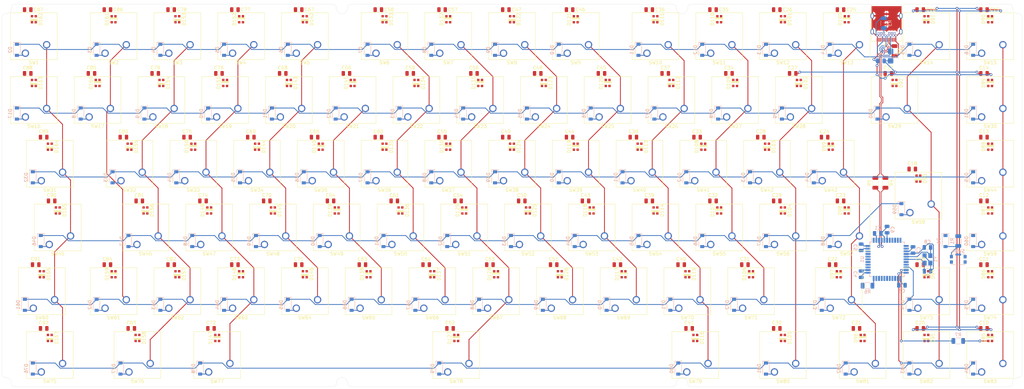
<source format=kicad_pcb>
(kicad_pcb (version 20171130) (host pcbnew 5.1.10)

  (general
    (thickness 1.6)
    (drawings 48)
    (tracks 875)
    (zones 0)
    (modules 362)
    (nets 216)
  )

  (page A3)
  (layers
    (0 F.Cu signal)
    (31 B.Cu signal)
    (32 B.Adhes user)
    (33 F.Adhes user)
    (34 B.Paste user)
    (35 F.Paste user)
    (36 B.SilkS user)
    (37 F.SilkS user)
    (38 B.Mask user)
    (39 F.Mask user)
    (40 Dwgs.User user hide)
    (41 Cmts.User user)
    (42 Eco1.User user)
    (43 Eco2.User user)
    (44 Edge.Cuts user)
    (45 Margin user)
    (46 B.CrtYd user)
    (47 F.CrtYd user)
    (48 B.Fab user)
    (49 F.Fab user hide)
  )

  (setup
    (last_trace_width 0.25)
    (trace_clearance 0.2)
    (zone_clearance 0.508)
    (zone_45_only no)
    (trace_min 0.2)
    (via_size 0.8)
    (via_drill 0.4)
    (via_min_size 0.6)
    (via_min_drill 0.3)
    (uvia_size 0.3)
    (uvia_drill 0.1)
    (uvias_allowed no)
    (uvia_min_size 0.2)
    (uvia_min_drill 0.1)
    (edge_width 0.05)
    (segment_width 0.2)
    (pcb_text_width 0.3)
    (pcb_text_size 1.5 1.5)
    (mod_edge_width 0.12)
    (mod_text_size 1 1)
    (mod_text_width 0.15)
    (pad_size 1.7 0.55)
    (pad_drill 0)
    (pad_to_mask_clearance 0.051)
    (solder_mask_min_width 0.25)
    (aux_axis_origin 0 0)
    (visible_elements FFFFF77F)
    (pcbplotparams
      (layerselection 0x010fc_ffffffff)
      (usegerberextensions false)
      (usegerberattributes false)
      (usegerberadvancedattributes false)
      (creategerberjobfile false)
      (excludeedgelayer true)
      (linewidth 0.100000)
      (plotframeref false)
      (viasonmask false)
      (mode 1)
      (useauxorigin false)
      (hpglpennumber 1)
      (hpglpenspeed 20)
      (hpglpendiameter 15.000000)
      (psnegative false)
      (psa4output false)
      (plotreference true)
      (plotvalue true)
      (plotinvisibletext false)
      (padsonsilk false)
      (subtractmaskfromsilk false)
      (outputformat 1)
      (mirror false)
      (drillshape 1)
      (scaleselection 1)
      (outputdirectory ""))
  )

  (net 0 "")
  (net 1 GND)
  (net 2 +5V)
  (net 3 "Net-(C7-Pad1)")
  (net 4 "Net-(C8-Pad2)")
  (net 5 "Net-(C9-Pad1)")
  (net 6 RST)
  (net 7 ROW0)
  (net 8 "Net-(D2-Pad2)")
  (net 9 "Net-(D3-Pad2)")
  (net 10 "Net-(D4-Pad2)")
  (net 11 "Net-(D5-Pad2)")
  (net 12 "Net-(D6-Pad2)")
  (net 13 "Net-(D7-Pad2)")
  (net 14 "Net-(D8-Pad2)")
  (net 15 "Net-(D9-Pad2)")
  (net 16 "Net-(D10-Pad2)")
  (net 17 "Net-(D11-Pad2)")
  (net 18 "Net-(D12-Pad2)")
  (net 19 "Net-(D13-Pad2)")
  (net 20 "Net-(D14-Pad2)")
  (net 21 "Net-(D15-Pad2)")
  (net 22 "Net-(D16-Pad2)")
  (net 23 ROW1)
  (net 24 "Net-(D17-Pad2)")
  (net 25 "Net-(D18-Pad2)")
  (net 26 "Net-(D19-Pad2)")
  (net 27 "Net-(D20-Pad2)")
  (net 28 "Net-(D21-Pad2)")
  (net 29 "Net-(D22-Pad2)")
  (net 30 "Net-(D23-Pad2)")
  (net 31 "Net-(D24-Pad2)")
  (net 32 "Net-(D25-Pad2)")
  (net 33 "Net-(D26-Pad2)")
  (net 34 "Net-(D27-Pad2)")
  (net 35 "Net-(D28-Pad2)")
  (net 36 "Net-(D29-Pad2)")
  (net 37 "Net-(D30-Pad2)")
  (net 38 "Net-(D31-Pad2)")
  (net 39 "Net-(D32-Pad2)")
  (net 40 ROW2)
  (net 41 "Net-(D33-Pad2)")
  (net 42 "Net-(D34-Pad2)")
  (net 43 "Net-(D35-Pad2)")
  (net 44 "Net-(D36-Pad2)")
  (net 45 "Net-(D37-Pad2)")
  (net 46 "Net-(D38-Pad2)")
  (net 47 "Net-(D39-Pad2)")
  (net 48 "Net-(D40-Pad2)")
  (net 49 "Net-(D41-Pad2)")
  (net 50 "Net-(D42-Pad2)")
  (net 51 "Net-(D43-Pad2)")
  (net 52 "Net-(D44-Pad2)")
  (net 53 "Net-(D45-Pad2)")
  (net 54 "Net-(D46-Pad2)")
  (net 55 ROW3)
  (net 56 "Net-(D47-Pad2)")
  (net 57 "Net-(D48-Pad2)")
  (net 58 "Net-(D49-Pad2)")
  (net 59 "Net-(D50-Pad2)")
  (net 60 "Net-(D51-Pad2)")
  (net 61 "Net-(D52-Pad2)")
  (net 62 "Net-(D53-Pad2)")
  (net 63 "Net-(D54-Pad2)")
  (net 64 "Net-(D55-Pad2)")
  (net 65 "Net-(D56-Pad2)")
  (net 66 "Net-(D57-Pad2)")
  (net 67 "Net-(D58-Pad2)")
  (net 68 "Net-(D59-Pad2)")
  (net 69 "Net-(D60-Pad2)")
  (net 70 ROW4)
  (net 71 "Net-(D61-Pad2)")
  (net 72 "Net-(D62-Pad2)")
  (net 73 "Net-(D63-Pad2)")
  (net 74 "Net-(D64-Pad2)")
  (net 75 "Net-(D65-Pad2)")
  (net 76 "Net-(D66-Pad2)")
  (net 77 "Net-(D67-Pad2)")
  (net 78 "Net-(D68-Pad2)")
  (net 79 "Net-(D69-Pad2)")
  (net 80 "Net-(D70-Pad2)")
  (net 81 "Net-(D71-Pad2)")
  (net 82 "Net-(D72-Pad2)")
  (net 83 "Net-(D73-Pad2)")
  (net 84 "Net-(D74-Pad2)")
  (net 85 "Net-(D75-Pad2)")
  (net 86 ROW5)
  (net 87 "Net-(D76-Pad2)")
  (net 88 "Net-(D77-Pad2)")
  (net 89 "Net-(D78-Pad2)")
  (net 90 "Net-(D79-Pad2)")
  (net 91 "Net-(D80-Pad2)")
  (net 92 "Net-(D81-Pad2)")
  (net 93 "Net-(D82-Pad2)")
  (net 94 "Net-(D83-Pad2)")
  (net 95 "Net-(D84-Pad2)")
  (net 96 "Net-(D85-Pad2)")
  (net 97 DIN)
  (net 98 "Net-(D86-Pad2)")
  (net 99 "Net-(D87-Pad2)")
  (net 100 "Net-(D88-Pad2)")
  (net 101 "Net-(D89-Pad2)")
  (net 102 "Net-(D90-Pad2)")
  (net 103 "Net-(D91-Pad2)")
  (net 104 "Net-(D92-Pad2)")
  (net 105 "Net-(D93-Pad2)")
  (net 106 "Net-(D94-Pad2)")
  (net 107 "Net-(D95-Pad2)")
  (net 108 "Net-(D96-Pad2)")
  (net 109 "Net-(D97-Pad2)")
  (net 110 "Net-(D98-Pad2)")
  (net 111 "Net-(D100-Pad4)")
  (net 112 "Net-(D100-Pad2)")
  (net 113 "Net-(D101-Pad2)")
  (net 114 "Net-(D102-Pad2)")
  (net 115 "Net-(D103-Pad2)")
  (net 116 "Net-(D104-Pad2)")
  (net 117 "Net-(D105-Pad2)")
  (net 118 "Net-(D106-Pad2)")
  (net 119 "Net-(D107-Pad2)")
  (net 120 "Net-(D108-Pad2)")
  (net 121 "Net-(D109-Pad2)")
  (net 122 "Net-(D110-Pad2)")
  (net 123 "Net-(D111-Pad2)")
  (net 124 "Net-(D112-Pad2)")
  (net 125 "Net-(D113-Pad2)")
  (net 126 "Net-(D114-Pad2)")
  (net 127 "Net-(D115-Pad2)")
  (net 128 "Net-(D116-Pad2)")
  (net 129 "Net-(D117-Pad2)")
  (net 130 "Net-(D118-Pad2)")
  (net 131 "Net-(D119-Pad2)")
  (net 132 "Net-(D120-Pad2)")
  (net 133 "Net-(D121-Pad2)")
  (net 134 "Net-(D122-Pad2)")
  (net 135 "Net-(D123-Pad2)")
  (net 136 "Net-(D124-Pad2)")
  (net 137 "Net-(D125-Pad2)")
  (net 138 "Net-(D126-Pad2)")
  (net 139 "Net-(D127-Pad2)")
  (net 140 "Net-(D128-Pad2)")
  (net 141 "Net-(D129-Pad2)")
  (net 142 "Net-(D130-Pad2)")
  (net 143 "Net-(D131-Pad2)")
  (net 144 "Net-(D132-Pad2)")
  (net 145 "Net-(D133-Pad2)")
  (net 146 "Net-(D134-Pad2)")
  (net 147 "Net-(D135-Pad2)")
  (net 148 "Net-(D136-Pad2)")
  (net 149 "Net-(D137-Pad2)")
  (net 150 "Net-(D138-Pad2)")
  (net 151 "Net-(D139-Pad2)")
  (net 152 "Net-(D140-Pad2)")
  (net 153 "Net-(D141-Pad2)")
  (net 154 "Net-(D142-Pad2)")
  (net 155 "Net-(D143-Pad2)")
  (net 156 "Net-(D144-Pad2)")
  (net 157 "Net-(D145-Pad2)")
  (net 158 "Net-(D146-Pad2)")
  (net 159 "Net-(D147-Pad2)")
  (net 160 "Net-(D148-Pad2)")
  (net 161 "Net-(D149-Pad2)")
  (net 162 "Net-(D150-Pad2)")
  (net 163 "Net-(D151-Pad2)")
  (net 164 "Net-(D152-Pad2)")
  (net 165 "Net-(D153-Pad2)")
  (net 166 "Net-(D154-Pad2)")
  (net 167 "Net-(D155-Pad2)")
  (net 168 "Net-(D156-Pad2)")
  (net 169 "Net-(D157-Pad2)")
  (net 170 "Net-(D158-Pad2)")
  (net 171 "Net-(D159-Pad2)")
  (net 172 "Net-(D160-Pad2)")
  (net 173 "Net-(D161-Pad2)")
  (net 174 "Net-(D162-Pad2)")
  (net 175 "Net-(D163-Pad2)")
  (net 176 "Net-(D164-Pad2)")
  (net 177 "Net-(D165-Pad2)")
  (net 178 "Net-(D166-Pad2)")
  (net 179 "Net-(D167-Pad2)")
  (net 180 "Net-(F1-Pad2)")
  (net 181 COL02)
  (net 182 COL00)
  (net 183 COL01)
  (net 184 D-)
  (net 185 D+)
  (net 186 "Net-(R6-Pad2)")
  (net 187 COL03)
  (net 188 COL04)
  (net 189 COL06)
  (net 190 COL07)
  (net 191 COL08)
  (net 192 COL09)
  (net 193 COL10)
  (net 194 COL11)
  (net 195 COL12)
  (net 196 COL13)
  (net 197 COL14)
  (net 198 COL15)
  (net 199 COL05)
  (net 200 "Net-(U1-Pad1)")
  (net 201 "Net-(U1-Pad42)")
  (net 202 "Net-(R7-Pad2)")
  (net 203 "Net-(J1-PadB11)")
  (net 204 "Net-(J1-PadB2)")
  (net 205 "Net-(J1-PadB5)")
  (net 206 "Net-(J1-PadB8)")
  (net 207 "Net-(J1-PadB3)")
  (net 208 "Net-(J1-PadB10)")
  (net 209 "Net-(J1-PadA2)")
  (net 210 "Net-(J1-PadA3)")
  (net 211 "Net-(J1-PadA5)")
  (net 212 "Net-(J1-PadA8)")
  (net 213 "Net-(J1-PadA10)")
  (net 214 "Net-(J1-PadA11)")
  (net 215 "Net-(U1-Pad12)")

  (net_class Default "Dies ist die voreingestellte Netzklasse."
    (clearance 0.2)
    (trace_width 0.25)
    (via_dia 0.8)
    (via_drill 0.4)
    (uvia_dia 0.3)
    (uvia_drill 0.1)
    (add_net +5V)
    (add_net COL00)
    (add_net COL01)
    (add_net COL02)
    (add_net COL03)
    (add_net COL04)
    (add_net COL05)
    (add_net COL06)
    (add_net COL07)
    (add_net COL08)
    (add_net COL09)
    (add_net COL10)
    (add_net COL11)
    (add_net COL12)
    (add_net COL13)
    (add_net COL14)
    (add_net COL15)
    (add_net D+)
    (add_net D-)
    (add_net DIN)
    (add_net GND)
    (add_net "Net-(C7-Pad1)")
    (add_net "Net-(C8-Pad2)")
    (add_net "Net-(C9-Pad1)")
    (add_net "Net-(D10-Pad2)")
    (add_net "Net-(D100-Pad2)")
    (add_net "Net-(D100-Pad4)")
    (add_net "Net-(D101-Pad2)")
    (add_net "Net-(D102-Pad2)")
    (add_net "Net-(D103-Pad2)")
    (add_net "Net-(D104-Pad2)")
    (add_net "Net-(D105-Pad2)")
    (add_net "Net-(D106-Pad2)")
    (add_net "Net-(D107-Pad2)")
    (add_net "Net-(D108-Pad2)")
    (add_net "Net-(D109-Pad2)")
    (add_net "Net-(D11-Pad2)")
    (add_net "Net-(D110-Pad2)")
    (add_net "Net-(D111-Pad2)")
    (add_net "Net-(D112-Pad2)")
    (add_net "Net-(D113-Pad2)")
    (add_net "Net-(D114-Pad2)")
    (add_net "Net-(D115-Pad2)")
    (add_net "Net-(D116-Pad2)")
    (add_net "Net-(D117-Pad2)")
    (add_net "Net-(D118-Pad2)")
    (add_net "Net-(D119-Pad2)")
    (add_net "Net-(D12-Pad2)")
    (add_net "Net-(D120-Pad2)")
    (add_net "Net-(D121-Pad2)")
    (add_net "Net-(D122-Pad2)")
    (add_net "Net-(D123-Pad2)")
    (add_net "Net-(D124-Pad2)")
    (add_net "Net-(D125-Pad2)")
    (add_net "Net-(D126-Pad2)")
    (add_net "Net-(D127-Pad2)")
    (add_net "Net-(D128-Pad2)")
    (add_net "Net-(D129-Pad2)")
    (add_net "Net-(D13-Pad2)")
    (add_net "Net-(D130-Pad2)")
    (add_net "Net-(D131-Pad2)")
    (add_net "Net-(D132-Pad2)")
    (add_net "Net-(D133-Pad2)")
    (add_net "Net-(D134-Pad2)")
    (add_net "Net-(D135-Pad2)")
    (add_net "Net-(D136-Pad2)")
    (add_net "Net-(D137-Pad2)")
    (add_net "Net-(D138-Pad2)")
    (add_net "Net-(D139-Pad2)")
    (add_net "Net-(D14-Pad2)")
    (add_net "Net-(D140-Pad2)")
    (add_net "Net-(D141-Pad2)")
    (add_net "Net-(D142-Pad2)")
    (add_net "Net-(D143-Pad2)")
    (add_net "Net-(D144-Pad2)")
    (add_net "Net-(D145-Pad2)")
    (add_net "Net-(D146-Pad2)")
    (add_net "Net-(D147-Pad2)")
    (add_net "Net-(D148-Pad2)")
    (add_net "Net-(D149-Pad2)")
    (add_net "Net-(D15-Pad2)")
    (add_net "Net-(D150-Pad2)")
    (add_net "Net-(D151-Pad2)")
    (add_net "Net-(D152-Pad2)")
    (add_net "Net-(D153-Pad2)")
    (add_net "Net-(D154-Pad2)")
    (add_net "Net-(D155-Pad2)")
    (add_net "Net-(D156-Pad2)")
    (add_net "Net-(D157-Pad2)")
    (add_net "Net-(D158-Pad2)")
    (add_net "Net-(D159-Pad2)")
    (add_net "Net-(D16-Pad2)")
    (add_net "Net-(D160-Pad2)")
    (add_net "Net-(D161-Pad2)")
    (add_net "Net-(D162-Pad2)")
    (add_net "Net-(D163-Pad2)")
    (add_net "Net-(D164-Pad2)")
    (add_net "Net-(D165-Pad2)")
    (add_net "Net-(D166-Pad2)")
    (add_net "Net-(D167-Pad2)")
    (add_net "Net-(D17-Pad2)")
    (add_net "Net-(D18-Pad2)")
    (add_net "Net-(D19-Pad2)")
    (add_net "Net-(D2-Pad2)")
    (add_net "Net-(D20-Pad2)")
    (add_net "Net-(D21-Pad2)")
    (add_net "Net-(D22-Pad2)")
    (add_net "Net-(D23-Pad2)")
    (add_net "Net-(D24-Pad2)")
    (add_net "Net-(D25-Pad2)")
    (add_net "Net-(D26-Pad2)")
    (add_net "Net-(D27-Pad2)")
    (add_net "Net-(D28-Pad2)")
    (add_net "Net-(D29-Pad2)")
    (add_net "Net-(D3-Pad2)")
    (add_net "Net-(D30-Pad2)")
    (add_net "Net-(D31-Pad2)")
    (add_net "Net-(D32-Pad2)")
    (add_net "Net-(D33-Pad2)")
    (add_net "Net-(D34-Pad2)")
    (add_net "Net-(D35-Pad2)")
    (add_net "Net-(D36-Pad2)")
    (add_net "Net-(D37-Pad2)")
    (add_net "Net-(D38-Pad2)")
    (add_net "Net-(D39-Pad2)")
    (add_net "Net-(D4-Pad2)")
    (add_net "Net-(D40-Pad2)")
    (add_net "Net-(D41-Pad2)")
    (add_net "Net-(D42-Pad2)")
    (add_net "Net-(D43-Pad2)")
    (add_net "Net-(D44-Pad2)")
    (add_net "Net-(D45-Pad2)")
    (add_net "Net-(D46-Pad2)")
    (add_net "Net-(D47-Pad2)")
    (add_net "Net-(D48-Pad2)")
    (add_net "Net-(D49-Pad2)")
    (add_net "Net-(D5-Pad2)")
    (add_net "Net-(D50-Pad2)")
    (add_net "Net-(D51-Pad2)")
    (add_net "Net-(D52-Pad2)")
    (add_net "Net-(D53-Pad2)")
    (add_net "Net-(D54-Pad2)")
    (add_net "Net-(D55-Pad2)")
    (add_net "Net-(D56-Pad2)")
    (add_net "Net-(D57-Pad2)")
    (add_net "Net-(D58-Pad2)")
    (add_net "Net-(D59-Pad2)")
    (add_net "Net-(D6-Pad2)")
    (add_net "Net-(D60-Pad2)")
    (add_net "Net-(D61-Pad2)")
    (add_net "Net-(D62-Pad2)")
    (add_net "Net-(D63-Pad2)")
    (add_net "Net-(D64-Pad2)")
    (add_net "Net-(D65-Pad2)")
    (add_net "Net-(D66-Pad2)")
    (add_net "Net-(D67-Pad2)")
    (add_net "Net-(D68-Pad2)")
    (add_net "Net-(D69-Pad2)")
    (add_net "Net-(D7-Pad2)")
    (add_net "Net-(D70-Pad2)")
    (add_net "Net-(D71-Pad2)")
    (add_net "Net-(D72-Pad2)")
    (add_net "Net-(D73-Pad2)")
    (add_net "Net-(D74-Pad2)")
    (add_net "Net-(D75-Pad2)")
    (add_net "Net-(D76-Pad2)")
    (add_net "Net-(D77-Pad2)")
    (add_net "Net-(D78-Pad2)")
    (add_net "Net-(D79-Pad2)")
    (add_net "Net-(D8-Pad2)")
    (add_net "Net-(D80-Pad2)")
    (add_net "Net-(D81-Pad2)")
    (add_net "Net-(D82-Pad2)")
    (add_net "Net-(D83-Pad2)")
    (add_net "Net-(D84-Pad2)")
    (add_net "Net-(D85-Pad2)")
    (add_net "Net-(D86-Pad2)")
    (add_net "Net-(D87-Pad2)")
    (add_net "Net-(D88-Pad2)")
    (add_net "Net-(D89-Pad2)")
    (add_net "Net-(D9-Pad2)")
    (add_net "Net-(D90-Pad2)")
    (add_net "Net-(D91-Pad2)")
    (add_net "Net-(D92-Pad2)")
    (add_net "Net-(D93-Pad2)")
    (add_net "Net-(D94-Pad2)")
    (add_net "Net-(D95-Pad2)")
    (add_net "Net-(D96-Pad2)")
    (add_net "Net-(D97-Pad2)")
    (add_net "Net-(D98-Pad2)")
    (add_net "Net-(F1-Pad2)")
    (add_net "Net-(J1-PadA10)")
    (add_net "Net-(J1-PadA11)")
    (add_net "Net-(J1-PadA2)")
    (add_net "Net-(J1-PadA3)")
    (add_net "Net-(J1-PadA5)")
    (add_net "Net-(J1-PadA8)")
    (add_net "Net-(J1-PadB10)")
    (add_net "Net-(J1-PadB11)")
    (add_net "Net-(J1-PadB2)")
    (add_net "Net-(J1-PadB3)")
    (add_net "Net-(J1-PadB5)")
    (add_net "Net-(J1-PadB8)")
    (add_net "Net-(R6-Pad2)")
    (add_net "Net-(R7-Pad2)")
    (add_net "Net-(U1-Pad1)")
    (add_net "Net-(U1-Pad12)")
    (add_net "Net-(U1-Pad42)")
    (add_net ROW0)
    (add_net ROW1)
    (add_net ROW2)
    (add_net ROW3)
    (add_net ROW4)
    (add_net ROW5)
    (add_net RST)
  )

  (module Button_Switch_Keyboard:SW_Cherry_MX_ISOEnter_PCB (layer F.Cu) (tedit 60E88C41) (tstamp 5F160517)
    (at 309.40375 100.33 180)
    (descr "Cherry MX keyswitch, ISO Enter, PCB mount, http://cherryamericas.com/wp-content/uploads/2014/12/mx_cat.pdf")
    (tags "Cherry MX keyswitch ISO enter PCB")
    (path /5F51BE8C/5F51CE2C)
    (fp_text reference SW58 (at -2.54 -2.794 180) (layer F.SilkS)
      (effects (font (size 1 1) (thickness 0.15)))
    )
    (fp_text value MX1A-G1NA (at -2.286 13.208 180) (layer F.Fab)
      (effects (font (size 1 1) (thickness 0.15)))
    )
    (fp_line (start -9.525 12.065) (end -9.525 -1.905) (layer F.SilkS) (width 0.12))
    (fp_line (start 4.445 12.065) (end -9.525 12.065) (layer F.SilkS) (width 0.12))
    (fp_line (start 4.445 -1.905) (end 4.445 12.065) (layer F.SilkS) (width 0.12))
    (fp_line (start -9.525 -1.905) (end 4.445 -1.905) (layer F.SilkS) (width 0.12))
    (fp_line (start 9.36625 5.08) (end 14.12875 5.08) (layer Dwgs.User) (width 0.15))
    (fp_line (start 14.12875 5.08) (end 14.12875 24.13) (layer Dwgs.User) (width 0.15))
    (fp_line (start -14.44625 -13.97) (end 9.36625 -13.97) (layer Dwgs.User) (width 0.15))
    (fp_line (start -14.44625 24.13) (end -14.44625 -13.97) (layer Dwgs.User) (width 0.15))
    (fp_line (start 14.12875 24.13) (end -14.44625 24.13) (layer Dwgs.User) (width 0.15))
    (fp_line (start 9.36625 -13.97) (end 9.36625 5.08) (layer Dwgs.User) (width 0.15))
    (fp_line (start -9.14 -1.52) (end 4.06 -1.52) (layer F.CrtYd) (width 0.05))
    (fp_line (start 4.06 -1.52) (end 4.06 11.68) (layer F.CrtYd) (width 0.05))
    (fp_line (start 4.06 11.68) (end -9.14 11.68) (layer F.CrtYd) (width 0.05))
    (fp_line (start -9.14 11.68) (end -9.14 -1.52) (layer F.CrtYd) (width 0.05))
    (fp_line (start -8.89 11.43) (end -8.89 -1.27) (layer F.Fab) (width 0.1))
    (fp_line (start 3.81 11.43) (end -8.89 11.43) (layer F.Fab) (width 0.1))
    (fp_line (start 3.81 -1.27) (end 3.81 11.43) (layer F.Fab) (width 0.1))
    (fp_line (start -8.89 -1.27) (end 3.81 -1.27) (layer F.Fab) (width 0.1))
    (fp_text user %R (at -2.54 -2.794 180) (layer F.Fab)
      (effects (font (size 1 1) (thickness 0.15)))
    )
    (pad 1 thru_hole circle (at 0 0 180) (size 2.2 2.2) (drill 1.5) (layers *.Cu *.Mask)
      (net 68 "Net-(D59-Pad2)"))
    (pad 2 thru_hole circle (at -6.35 2.54 180) (size 2.2 2.2) (drill 1.5) (layers *.Cu *.Mask)
      (net 197 COL14))
    (pad "" np_thru_hole circle (at -2.54 5.08 180) (size 4 4) (drill 4) (layers *.Cu *.Mask))
    (pad "" np_thru_hole circle (at -7.62 5.08 180) (size 1.7 1.7) (drill 1.7) (layers *.Cu *.Mask))
    (pad "" np_thru_hole circle (at 2.54 5.08 180) (size 1.7 1.7) (drill 1.7) (layers *.Cu *.Mask))
    (model ${KISYS3DMOD}/Button_Switch_Keyboard.3dshapes/SW_Cherry_MX_ISOEnter_PCB.wrl
      (at (xyz 0 0 0))
      (scale (xyz 1 1 1))
      (rotate (xyz 0 0 0))
    )
  )

  (module Button_Switch_Keyboard:SW_Cherry_MX_2.00u_PCB (layer F.Cu) (tedit 60E88B61) (tstamp 5F16021F)
    (at 302.26 71.755 180)
    (descr "Cherry MX keyswitch, 2.00u, PCB mount, http://cherryamericas.com/wp-content/uploads/2014/12/mx_cat.pdf")
    (tags "Cherry MX keyswitch 2.00u PCB")
    (path /5F51BE8C/5F51CE0E)
    (fp_text reference SW29 (at -2.54 -2.794 180) (layer F.SilkS)
      (effects (font (size 1 1) (thickness 0.15)))
    )
    (fp_text value MX1A-G1NA (at -2.54 12.954 180) (layer F.Fab)
      (effects (font (size 1 1) (thickness 0.15)))
    )
    (fp_line (start -9.525 12.065) (end -9.525 -1.905) (layer F.SilkS) (width 0.12))
    (fp_line (start 4.445 12.065) (end -9.525 12.065) (layer F.SilkS) (width 0.12))
    (fp_line (start 4.445 -1.905) (end 4.445 12.065) (layer F.SilkS) (width 0.12))
    (fp_line (start -9.525 -1.905) (end 4.445 -1.905) (layer F.SilkS) (width 0.12))
    (fp_line (start -21.59 14.605) (end -21.59 -4.445) (layer Dwgs.User) (width 0.15))
    (fp_line (start 16.51 14.605) (end -21.59 14.605) (layer Dwgs.User) (width 0.15))
    (fp_line (start 16.51 -4.445) (end 16.51 14.605) (layer Dwgs.User) (width 0.15))
    (fp_line (start -21.59 -4.445) (end 16.51 -4.445) (layer Dwgs.User) (width 0.15))
    (fp_line (start -9.14 -1.52) (end 4.06 -1.52) (layer F.CrtYd) (width 0.05))
    (fp_line (start 4.06 -1.52) (end 4.06 11.68) (layer F.CrtYd) (width 0.05))
    (fp_line (start 4.06 11.68) (end -9.14 11.68) (layer F.CrtYd) (width 0.05))
    (fp_line (start -9.14 11.68) (end -9.14 -1.52) (layer F.CrtYd) (width 0.05))
    (fp_line (start -8.89 11.43) (end -8.89 -1.27) (layer F.Fab) (width 0.1))
    (fp_line (start 3.81 11.43) (end -8.89 11.43) (layer F.Fab) (width 0.1))
    (fp_line (start 3.81 -1.27) (end 3.81 11.43) (layer F.Fab) (width 0.1))
    (fp_line (start -8.89 -1.27) (end 3.81 -1.27) (layer F.Fab) (width 0.1))
    (fp_text user %R (at -2.54 -2.794 180) (layer F.Fab)
      (effects (font (size 1 1) (thickness 0.15)))
    )
    (pad 1 thru_hole circle (at 0 0 180) (size 2.2 2.2) (drill 1.5) (layers *.Cu *.Mask)
      (net 37 "Net-(D30-Pad2)"))
    (pad 2 thru_hole circle (at -6.35 2.54 180) (size 2.2 2.2) (drill 1.5) (layers *.Cu *.Mask)
      (net 197 COL14))
    (pad "" np_thru_hole circle (at -2.54 5.08 180) (size 4 4) (drill 4) (layers *.Cu *.Mask))
    (pad "" np_thru_hole circle (at -7.62 5.08 180) (size 1.7 1.7) (drill 1.7) (layers *.Cu *.Mask))
    (pad "" np_thru_hole circle (at 2.54 5.08 180) (size 1.7 1.7) (drill 1.7) (layers *.Cu *.Mask))
    (model ${KISYS3DMOD}/Button_Switch_Keyboard.3dshapes/SW_Cherry_MX_2.00u_PCB.wrl
      (at (xyz 0 0 0))
      (scale (xyz 1 1 1))
      (rotate (xyz 0 0 0))
    )
  )

  (module Button_Switch_Keyboard:SW_Cherry_MX_6.25u_PCB (layer F.Cu) (tedit 60E88B4A) (tstamp 5F160723)
    (at 171.29125 147.955 180)
    (descr "Cherry MX keyswitch, 6.25u, PCB mount, http://cherryamericas.com/wp-content/uploads/2014/12/mx_cat.pdf")
    (tags "Cherry MX keyswitch 6.25u PCB")
    (path /5F51BE8C/5F84AEA9)
    (fp_text reference SW78 (at -2.54 -2.794 180) (layer F.SilkS)
      (effects (font (size 1 1) (thickness 0.15)))
    )
    (fp_text value MX1A-G1NA (at -2.54 12.954 180) (layer F.Fab)
      (effects (font (size 1 1) (thickness 0.15)))
    )
    (fp_line (start -9.525 12.065) (end -9.525 -1.905) (layer F.SilkS) (width 0.12))
    (fp_line (start 4.445 12.065) (end -9.525 12.065) (layer F.SilkS) (width 0.12))
    (fp_line (start 4.445 -1.905) (end 4.445 12.065) (layer F.SilkS) (width 0.12))
    (fp_line (start -9.525 -1.905) (end 4.445 -1.905) (layer F.SilkS) (width 0.12))
    (fp_line (start -62.07125 14.605) (end -62.07125 -4.445) (layer Dwgs.User) (width 0.15))
    (fp_line (start 56.99125 14.605) (end -62.07125 14.605) (layer Dwgs.User) (width 0.15))
    (fp_line (start 56.99125 -4.445) (end 56.99125 14.605) (layer Dwgs.User) (width 0.15))
    (fp_line (start -62.07125 -4.445) (end 56.99125 -4.445) (layer Dwgs.User) (width 0.15))
    (fp_line (start -9.14 -1.52) (end 4.06 -1.52) (layer F.CrtYd) (width 0.05))
    (fp_line (start 4.06 -1.52) (end 4.06 11.68) (layer F.CrtYd) (width 0.05))
    (fp_line (start 4.06 11.68) (end -9.14 11.68) (layer F.CrtYd) (width 0.05))
    (fp_line (start -9.14 11.68) (end -9.14 -1.52) (layer F.CrtYd) (width 0.05))
    (fp_line (start -8.89 11.43) (end -8.89 -1.27) (layer F.Fab) (width 0.1))
    (fp_line (start 3.81 11.43) (end -8.89 11.43) (layer F.Fab) (width 0.1))
    (fp_line (start 3.81 -1.27) (end 3.81 11.43) (layer F.Fab) (width 0.1))
    (fp_line (start -8.89 -1.27) (end 3.81 -1.27) (layer F.Fab) (width 0.1))
    (fp_text user %R (at -2.54 -2.794 180) (layer F.Fab)
      (effects (font (size 1 1) (thickness 0.15)))
    )
    (pad 1 thru_hole circle (at 0 0 180) (size 2.2 2.2) (drill 1.5) (layers *.Cu *.Mask)
      (net 90 "Net-(D79-Pad2)"))
    (pad 2 thru_hole circle (at -6.35 2.54 180) (size 2.2 2.2) (drill 1.5) (layers *.Cu *.Mask)
      (net 190 COL07))
    (pad "" np_thru_hole circle (at -2.54 5.08 180) (size 4 4) (drill 4) (layers *.Cu *.Mask))
    (pad "" np_thru_hole circle (at -7.62 5.08 180) (size 1.7 1.7) (drill 1.7) (layers *.Cu *.Mask))
    (pad "" np_thru_hole circle (at 2.54 5.08 180) (size 1.7 1.7) (drill 1.7) (layers *.Cu *.Mask))
    (model ${KISYS3DMOD}/Button_Switch_Keyboard.3dshapes/SW_Cherry_MX_6.25u_PCB.wrl
      (at (xyz 0 0 0))
      (scale (xyz 1 1 1))
      (rotate (xyz 0 0 0))
    )
  )

  (module MountingHole:MountingHole_3.2mm_M3 (layer F.Cu) (tedit 60E8488E) (tstamp 60E8A97D)
    (at 341.8 151.3)
    (descr "Mounting Hole 3.4mm, no annular, M3")
    (tags "mounting hole 3.4mm no annular m3")
    (attr virtual)
    (fp_text reference REF** (at 0 -4.2) (layer F.SilkS) hide
      (effects (font (size 1 1) (thickness 0.15)))
    )
    (fp_text value MountingHole_3.4mm_M3 (at 0 4.2) (layer F.Fab) hide
      (effects (font (size 1 1) (thickness 0.15)))
    )
    (pad "" smd circle (at 0 0) (size 3.4 3.4) (layers *.Paste))
  )

  (module MountingHole:MountingHole_3.2mm_M3 (layer F.Cu) (tedit 60E8488E) (tstamp 60E8A94A)
    (at 341.8 39.2)
    (descr "Mounting Hole 3.4mm, no annular, M3")
    (tags "mounting hole 3.4mm no annular m3")
    (attr virtual)
    (fp_text reference REF** (at 0 -4.2) (layer F.SilkS) hide
      (effects (font (size 1 1) (thickness 0.15)))
    )
    (fp_text value MountingHole_3.4mm_M3 (at 0 4.2) (layer F.Fab) hide
      (effects (font (size 1 1) (thickness 0.15)))
    )
    (pad "" smd circle (at 0 0) (size 3.4 3.4) (layers *.Paste))
  )

  (module MountingHole:MountingHole_3.2mm_M3 (layer F.Cu) (tedit 60E8488E) (tstamp 60E8A92F)
    (at 39.2 151.3)
    (descr "Mounting Hole 3.4mm, no annular, M3")
    (tags "mounting hole 3.4mm no annular m3")
    (attr virtual)
    (fp_text reference REF** (at 0 -4.2) (layer F.SilkS) hide
      (effects (font (size 1 1) (thickness 0.15)))
    )
    (fp_text value MountingHole_3.4mm_M3 (at 0 4.2) (layer F.Fab) hide
      (effects (font (size 1 1) (thickness 0.15)))
    )
    (pad "" smd circle (at 0 0) (size 3.4 3.4) (layers *.Paste))
  )

  (module MountingHole:MountingHole_3.2mm_M3 (layer F.Cu) (tedit 60E8488E) (tstamp 60E8A8F8)
    (at 39.2 39.2)
    (descr "Mounting Hole 3.4mm, no annular, M3")
    (tags "mounting hole 3.4mm no annular m3")
    (attr virtual)
    (fp_text reference REF** (at 0 -4.2) (layer F.SilkS) hide
      (effects (font (size 1 1) (thickness 0.15)))
    )
    (fp_text value MountingHole_3.4mm_M3 (at 0 4.2) (layer F.Fab) hide
      (effects (font (size 1 1) (thickness 0.15)))
    )
    (pad "" smd circle (at 0 0) (size 3.4 3.4) (layers *.Paste))
  )

  (module MountingHole:MountingHole_3.2mm_M3 (layer F.Cu) (tedit 60E8488E) (tstamp 60E8A1A1)
    (at 241.3 151.3)
    (descr "Mounting Hole 3.4mm, no annular, M3")
    (tags "mounting hole 3.4mm no annular m3")
    (attr virtual)
    (fp_text reference REF** (at 0 -4.2) (layer F.SilkS) hide
      (effects (font (size 1 1) (thickness 0.15)))
    )
    (fp_text value MountingHole_3.4mm_M3 (at 0 4.2) (layer F.Fab) hide
      (effects (font (size 1 1) (thickness 0.15)))
    )
    (pad "" smd circle (at 0 0) (size 3.4 3.4) (layers *.Paste))
  )

  (module MountingHole:MountingHole_3.2mm_M3 (layer F.Cu) (tedit 60E8488E) (tstamp 60E8A18C)
    (at 139.7 151.3)
    (descr "Mounting Hole 3.4mm, no annular, M3")
    (tags "mounting hole 3.4mm no annular m3")
    (attr virtual)
    (fp_text reference REF** (at 0 -4.2) (layer F.SilkS) hide
      (effects (font (size 1 1) (thickness 0.15)))
    )
    (fp_text value MountingHole_3.4mm_M3 (at 0 4.2) (layer F.Fab) hide
      (effects (font (size 1 1) (thickness 0.15)))
    )
    (pad "" smd circle (at 0 0) (size 3.4 3.4) (layers *.Paste))
  )

  (module MountingHole:MountingHole_3.2mm_M3 (layer F.Cu) (tedit 60E8488E) (tstamp 60E8A17F)
    (at 241.3 39.2)
    (descr "Mounting Hole 3.4mm, no annular, M3")
    (tags "mounting hole 3.4mm no annular m3")
    (attr virtual)
    (fp_text reference REF** (at 0 -4.2) (layer F.SilkS) hide
      (effects (font (size 1 1) (thickness 0.15)))
    )
    (fp_text value MountingHole_3.4mm_M3 (at 0 4.2) (layer F.Fab) hide
      (effects (font (size 1 1) (thickness 0.15)))
    )
    (pad "" smd circle (at 0 0) (size 3.4 3.4) (layers *.Paste))
  )

  (module MountingHole:MountingHole_3.2mm_M3 (layer F.Cu) (tedit 60E8488E) (tstamp 60E89FD7)
    (at 139.7 39.2)
    (descr "Mounting Hole 3.4mm, no annular, M3")
    (tags "mounting hole 3.4mm no annular m3")
    (attr virtual)
    (fp_text reference REF** (at 0 -4.2) (layer F.SilkS) hide
      (effects (font (size 1 1) (thickness 0.15)))
    )
    (fp_text value MountingHole_3.4mm_M3 (at 0 4.2) (layer F.Fab) hide
      (effects (font (size 1 1) (thickness 0.15)))
    )
    (pad "" smd circle (at 0 0) (size 3.4 3.4) (layers *.Paste))
  )

  (module Crystal:Crystal_SMD_3225-4Pin_3.2x2.5mm (layer B.Cu) (tedit 5A0FD1B2) (tstamp 60EED0B1)
    (at 314.6425 114.3 90)
    (descr "SMD Crystal SERIES SMD3225/4 http://www.txccrystal.com/images/pdf/7m-accuracy.pdf, 3.2x2.5mm^2 package")
    (tags "SMD SMT crystal")
    (path /5F294622)
    (attr smd)
    (fp_text reference Y1 (at 0 2.45 90) (layer B.SilkS)
      (effects (font (size 1 1) (thickness 0.15)) (justify mirror))
    )
    (fp_text value 16MHz (at 0 -2.45 90) (layer B.Fab)
      (effects (font (size 1 1) (thickness 0.15)) (justify mirror))
    )
    (fp_line (start -1.6 1.25) (end -1.6 -1.25) (layer B.Fab) (width 0.1))
    (fp_line (start -1.6 -1.25) (end 1.6 -1.25) (layer B.Fab) (width 0.1))
    (fp_line (start 1.6 -1.25) (end 1.6 1.25) (layer B.Fab) (width 0.1))
    (fp_line (start 1.6 1.25) (end -1.6 1.25) (layer B.Fab) (width 0.1))
    (fp_line (start -1.6 -0.25) (end -0.6 -1.25) (layer B.Fab) (width 0.1))
    (fp_line (start -2 1.65) (end -2 -1.65) (layer B.SilkS) (width 0.12))
    (fp_line (start -2 -1.65) (end 2 -1.65) (layer B.SilkS) (width 0.12))
    (fp_line (start -2.1 1.7) (end -2.1 -1.7) (layer B.CrtYd) (width 0.05))
    (fp_line (start -2.1 -1.7) (end 2.1 -1.7) (layer B.CrtYd) (width 0.05))
    (fp_line (start 2.1 -1.7) (end 2.1 1.7) (layer B.CrtYd) (width 0.05))
    (fp_line (start 2.1 1.7) (end -2.1 1.7) (layer B.CrtYd) (width 0.05))
    (fp_text user %R (at 0 0 90) (layer B.Fab)
      (effects (font (size 0.7 0.7) (thickness 0.105)) (justify mirror))
    )
    (pad 1 smd rect (at -1.1 -0.85 90) (size 1.4 1.2) (layers B.Cu B.Paste B.Mask)
      (net 3 "Net-(C7-Pad1)"))
    (pad 2 smd rect (at 1.1 -0.85 90) (size 1.4 1.2) (layers B.Cu B.Paste B.Mask)
      (net 1 GND))
    (pad 3 smd rect (at 1.1 0.85 90) (size 1.4 1.2) (layers B.Cu B.Paste B.Mask)
      (net 4 "Net-(C8-Pad2)"))
    (pad 4 smd rect (at -1.1 0.85 90) (size 1.4 1.2) (layers B.Cu B.Paste B.Mask)
      (net 1 GND))
    (model ${KISYS3DMOD}/Crystal.3dshapes/Crystal_SMD_3225-4Pin_3.2x2.5mm.wrl
      (at (xyz 0 0 0))
      (scale (xyz 1 1 1))
      (rotate (xyz 0 0 0))
    )
  )

  (module Button_Switch_SMD:SW_Push_1P1T-SH_NO_CK_KMR2xxG (layer B.Cu) (tedit 60F04E96) (tstamp 60EE10F7)
    (at 323.85 114.3 180)
    (descr "CK components KMR2 tactile switch with ground pin http://www.ckswitches.com/media/1479/kmr2.pdf")
    (tags "tactile switch kmr2")
    (path /60FEE33A)
    (attr smd)
    (fp_text reference SW84 (at 0 2.45) (layer B.SilkS)
      (effects (font (size 1 1) (thickness 0.15)) (justify mirror))
    )
    (fp_text value SW_Push (at 0 -2.55) (layer B.Fab)
      (effects (font (size 1 1) (thickness 0.15)) (justify mirror))
    )
    (fp_line (start -2.2 -0.05) (end -2.2 0.05) (layer B.SilkS) (width 0.12))
    (fp_line (start 2.2 1.55) (end 1.15 1.55) (layer B.SilkS) (width 0.12))
    (fp_line (start -2.2 -1.55) (end 2.2 -1.55) (layer B.SilkS) (width 0.12))
    (fp_circle (center 0 0) (end 0 -0.8) (layer B.Fab) (width 0.1))
    (fp_line (start -2.8 -1.8) (end -2.8 1.8) (layer B.CrtYd) (width 0.05))
    (fp_line (start 2.8 -1.8) (end -2.8 -1.8) (layer B.CrtYd) (width 0.05))
    (fp_line (start 2.8 1.8) (end 2.8 -1.8) (layer B.CrtYd) (width 0.05))
    (fp_line (start -2.8 1.8) (end 2.8 1.8) (layer B.CrtYd) (width 0.05))
    (fp_line (start 2.2 -0.05) (end 2.2 0.05) (layer B.SilkS) (width 0.12))
    (fp_line (start -2.1 -1.4) (end -2.1 1.4) (layer B.Fab) (width 0.1))
    (fp_line (start 2.1 -1.4) (end -2.1 -1.4) (layer B.Fab) (width 0.1))
    (fp_line (start 2.1 1.4) (end 2.1 -1.4) (layer B.Fab) (width 0.1))
    (fp_line (start -2.1 1.4) (end 2.1 1.4) (layer B.Fab) (width 0.1))
    (fp_line (start -1.15 1.55) (end -2.2 1.55) (layer B.SilkS) (width 0.12))
    (fp_text user %R (at 0 2.45) (layer B.Fab)
      (effects (font (size 1 1) (thickness 0.15)) (justify mirror))
    )
    (pad 2 smd rect (at 2.05 -0.8 180) (size 0.9 1) (layers B.Cu B.Paste B.Mask)
      (net 1 GND))
    (pad 1 smd rect (at 2.05 0.8 180) (size 0.9 1) (layers B.Cu B.Paste B.Mask)
      (net 6 RST))
    (pad 2 smd rect (at -2.05 -0.8 180) (size 0.9 1) (layers B.Cu B.Paste B.Mask)
      (net 1 GND))
    (pad 1 smd rect (at -2.05 0.8 180) (size 0.9 1) (layers B.Cu B.Paste B.Mask)
      (net 6 RST))
    (pad SH smd rect (at 0 1.425 180) (size 1.7 0.55) (layers B.Cu B.Paste B.Mask)
      (net 1 GND))
    (model ${KISYS3DMOD}/Button_Switch_SMD.3dshapes/SW_Push_1P1T-SH_NO_CK_KMR2xxG.wrl
      (at (xyz 0 0 0))
      (scale (xyz 1 1 1))
      (rotate (xyz 0 0 0))
    )
  )

  (module Resistor_SMD:R_1206_3216Metric (layer B.Cu) (tedit 5F68FEEE) (tstamp 5F26397F)
    (at 323.85 138.684 180)
    (descr "Resistor SMD 1206 (3216 Metric), square (rectangular) end terminal, IPC_7351 nominal, (Body size source: IPC-SM-782 page 72, https://www.pcb-3d.com/wordpress/wp-content/uploads/ipc-sm-782a_amendment_1_and_2.pdf), generated with kicad-footprint-generator")
    (tags resistor)
    (path /5F259898)
    (attr smd)
    (fp_text reference R7 (at 0 1.82) (layer B.SilkS)
      (effects (font (size 1 1) (thickness 0.15)) (justify mirror))
    )
    (fp_text value 470 (at 0 -1.82) (layer B.Fab)
      (effects (font (size 1 1) (thickness 0.15)) (justify mirror))
    )
    (fp_line (start 2.28 -1.12) (end -2.28 -1.12) (layer B.CrtYd) (width 0.05))
    (fp_line (start 2.28 1.12) (end 2.28 -1.12) (layer B.CrtYd) (width 0.05))
    (fp_line (start -2.28 1.12) (end 2.28 1.12) (layer B.CrtYd) (width 0.05))
    (fp_line (start -2.28 -1.12) (end -2.28 1.12) (layer B.CrtYd) (width 0.05))
    (fp_line (start -0.727064 -0.91) (end 0.727064 -0.91) (layer B.SilkS) (width 0.12))
    (fp_line (start -0.727064 0.91) (end 0.727064 0.91) (layer B.SilkS) (width 0.12))
    (fp_line (start 1.6 -0.8) (end -1.6 -0.8) (layer B.Fab) (width 0.1))
    (fp_line (start 1.6 0.8) (end 1.6 -0.8) (layer B.Fab) (width 0.1))
    (fp_line (start -1.6 0.8) (end 1.6 0.8) (layer B.Fab) (width 0.1))
    (fp_line (start -1.6 -0.8) (end -1.6 0.8) (layer B.Fab) (width 0.1))
    (fp_text user %R (at 0 0) (layer B.Fab)
      (effects (font (size 0.8 0.8) (thickness 0.12)) (justify mirror))
    )
    (pad 2 smd roundrect (at 1.4625 0 180) (size 1.125 1.75) (layers B.Cu B.Paste B.Mask) (roundrect_rratio 0.222222)
      (net 202 "Net-(R7-Pad2)"))
    (pad 1 smd roundrect (at -1.4625 0 180) (size 1.125 1.75) (layers B.Cu B.Paste B.Mask) (roundrect_rratio 0.222222)
      (net 97 DIN))
    (model ${KISYS3DMOD}/Resistor_SMD.3dshapes/R_1206_3216Metric.wrl
      (at (xyz 0 0 0))
      (scale (xyz 1 1 1))
      (rotate (xyz 0 0 0))
    )
  )

  (module Resistor_SMD:R_1206_3216Metric (layer B.Cu) (tedit 5F68FEEE) (tstamp 60EDADF2)
    (at 296.7355 122.174)
    (descr "Resistor SMD 1206 (3216 Metric), square (rectangular) end terminal, IPC_7351 nominal, (Body size source: IPC-SM-782 page 72, https://www.pcb-3d.com/wordpress/wp-content/uploads/ipc-sm-782a_amendment_1_and_2.pdf), generated with kicad-footprint-generator")
    (tags resistor)
    (path /5F0D539D)
    (attr smd)
    (fp_text reference R6 (at 0 1.82) (layer B.SilkS)
      (effects (font (size 1 1) (thickness 0.15)) (justify mirror))
    )
    (fp_text value 10k (at 0 -1.82) (layer B.Fab)
      (effects (font (size 1 1) (thickness 0.15)) (justify mirror))
    )
    (fp_line (start 2.28 -1.12) (end -2.28 -1.12) (layer B.CrtYd) (width 0.05))
    (fp_line (start 2.28 1.12) (end 2.28 -1.12) (layer B.CrtYd) (width 0.05))
    (fp_line (start -2.28 1.12) (end 2.28 1.12) (layer B.CrtYd) (width 0.05))
    (fp_line (start -2.28 -1.12) (end -2.28 1.12) (layer B.CrtYd) (width 0.05))
    (fp_line (start -0.727064 -0.91) (end 0.727064 -0.91) (layer B.SilkS) (width 0.12))
    (fp_line (start -0.727064 0.91) (end 0.727064 0.91) (layer B.SilkS) (width 0.12))
    (fp_line (start 1.6 -0.8) (end -1.6 -0.8) (layer B.Fab) (width 0.1))
    (fp_line (start 1.6 0.8) (end 1.6 -0.8) (layer B.Fab) (width 0.1))
    (fp_line (start -1.6 0.8) (end 1.6 0.8) (layer B.Fab) (width 0.1))
    (fp_line (start -1.6 -0.8) (end -1.6 0.8) (layer B.Fab) (width 0.1))
    (fp_text user %R (at 0 0) (layer B.Fab)
      (effects (font (size 0.8 0.8) (thickness 0.12)) (justify mirror))
    )
    (pad 2 smd roundrect (at 1.4625 0) (size 1.125 1.75) (layers B.Cu B.Paste B.Mask) (roundrect_rratio 0.222222)
      (net 186 "Net-(R6-Pad2)"))
    (pad 1 smd roundrect (at -1.4625 0) (size 1.125 1.75) (layers B.Cu B.Paste B.Mask) (roundrect_rratio 0.222222)
      (net 1 GND))
    (model ${KISYS3DMOD}/Resistor_SMD.3dshapes/R_1206_3216Metric.wrl
      (at (xyz 0 0 0))
      (scale (xyz 1 1 1))
      (rotate (xyz 0 0 0))
    )
  )

  (module Resistor_SMD:R_1206_3216Metric (layer F.Cu) (tedit 5F68FEEE) (tstamp 60F1EA6B)
    (at 299.0775 91.44 90)
    (descr "Resistor SMD 1206 (3216 Metric), square (rectangular) end terminal, IPC_7351 nominal, (Body size source: IPC-SM-782 page 72, https://www.pcb-3d.com/wordpress/wp-content/uploads/ipc-sm-782a_amendment_1_and_2.pdf), generated with kicad-footprint-generator")
    (tags resistor)
    (path /5F0B5901)
    (attr smd)
    (fp_text reference R5 (at 0 -1.82 90) (layer F.SilkS)
      (effects (font (size 1 1) (thickness 0.15)))
    )
    (fp_text value 22 (at 0 2 90) (layer F.Fab)
      (effects (font (size 1 1) (thickness 0.15)))
    )
    (fp_line (start 2.28 1.12) (end -2.28 1.12) (layer F.CrtYd) (width 0.05))
    (fp_line (start 2.28 -1.12) (end 2.28 1.12) (layer F.CrtYd) (width 0.05))
    (fp_line (start -2.28 -1.12) (end 2.28 -1.12) (layer F.CrtYd) (width 0.05))
    (fp_line (start -2.28 1.12) (end -2.28 -1.12) (layer F.CrtYd) (width 0.05))
    (fp_line (start -0.727064 0.91) (end 0.727064 0.91) (layer F.SilkS) (width 0.12))
    (fp_line (start -0.727064 -0.91) (end 0.727064 -0.91) (layer F.SilkS) (width 0.12))
    (fp_line (start 1.6 0.8) (end -1.6 0.8) (layer F.Fab) (width 0.1))
    (fp_line (start 1.6 -0.8) (end 1.6 0.8) (layer F.Fab) (width 0.1))
    (fp_line (start -1.6 -0.8) (end 1.6 -0.8) (layer F.Fab) (width 0.1))
    (fp_line (start -1.6 0.8) (end -1.6 -0.8) (layer F.Fab) (width 0.1))
    (fp_text user %R (at 0 0 90) (layer F.Fab)
      (effects (font (size 0.8 0.8) (thickness 0.12)))
    )
    (pad 2 smd roundrect (at 1.4625 0 90) (size 1.125 1.75) (layers F.Cu F.Paste F.Mask) (roundrect_rratio 0.222222)
      (net 184 D-))
    (pad 1 smd roundrect (at -1.4625 0 90) (size 1.125 1.75) (layers F.Cu F.Paste F.Mask) (roundrect_rratio 0.222222)
      (net 184 D-))
    (model ${KISYS3DMOD}/Resistor_SMD.3dshapes/R_1206_3216Metric.wrl
      (at (xyz 0 0 0))
      (scale (xyz 1 1 1))
      (rotate (xyz 0 0 0))
    )
  )

  (module Resistor_SMD:R_1206_3216Metric (layer F.Cu) (tedit 5F68FEEE) (tstamp 60F1EB93)
    (at 302.0775 91.44 270)
    (descr "Resistor SMD 1206 (3216 Metric), square (rectangular) end terminal, IPC_7351 nominal, (Body size source: IPC-SM-782 page 72, https://www.pcb-3d.com/wordpress/wp-content/uploads/ipc-sm-782a_amendment_1_and_2.pdf), generated with kicad-footprint-generator")
    (tags resistor)
    (path /5F0AD349)
    (attr smd)
    (fp_text reference R4 (at 0 -1.82 90) (layer F.SilkS)
      (effects (font (size 1 1) (thickness 0.15)))
    )
    (fp_text value 22 (at 0 1.82 90) (layer F.Fab)
      (effects (font (size 1 1) (thickness 0.15)))
    )
    (fp_line (start 2.28 1.12) (end -2.28 1.12) (layer F.CrtYd) (width 0.05))
    (fp_line (start 2.28 -1.12) (end 2.28 1.12) (layer F.CrtYd) (width 0.05))
    (fp_line (start -2.28 -1.12) (end 2.28 -1.12) (layer F.CrtYd) (width 0.05))
    (fp_line (start -2.28 1.12) (end -2.28 -1.12) (layer F.CrtYd) (width 0.05))
    (fp_line (start -0.727064 0.91) (end 0.727064 0.91) (layer F.SilkS) (width 0.12))
    (fp_line (start -0.727064 -0.91) (end 0.727064 -0.91) (layer F.SilkS) (width 0.12))
    (fp_line (start 1.6 0.8) (end -1.6 0.8) (layer F.Fab) (width 0.1))
    (fp_line (start 1.6 -0.8) (end 1.6 0.8) (layer F.Fab) (width 0.1))
    (fp_line (start -1.6 -0.8) (end 1.6 -0.8) (layer F.Fab) (width 0.1))
    (fp_line (start -1.6 0.8) (end -1.6 -0.8) (layer F.Fab) (width 0.1))
    (fp_text user %R (at 0 0 90) (layer F.Fab)
      (effects (font (size 0.8 0.8) (thickness 0.12)))
    )
    (pad 2 smd roundrect (at 1.4625 0 270) (size 1.125 1.75) (layers F.Cu F.Paste F.Mask) (roundrect_rratio 0.222222)
      (net 185 D+))
    (pad 1 smd roundrect (at -1.4625 0 270) (size 1.125 1.75) (layers F.Cu F.Paste F.Mask) (roundrect_rratio 0.222222)
      (net 185 D+))
    (model ${KISYS3DMOD}/Resistor_SMD.3dshapes/R_1206_3216Metric.wrl
      (at (xyz 0 0 0))
      (scale (xyz 1 1 1))
      (rotate (xyz 0 0 0))
    )
  )

  (module Resistor_SMD:R_1206_3216Metric (layer B.Cu) (tedit 5F68FEEE) (tstamp 5F164238)
    (at 301.625 43.7245 90)
    (descr "Resistor SMD 1206 (3216 Metric), square (rectangular) end terminal, IPC_7351 nominal, (Body size source: IPC-SM-782 page 72, https://www.pcb-3d.com/wordpress/wp-content/uploads/ipc-sm-782a_amendment_1_and_2.pdf), generated with kicad-footprint-generator")
    (tags resistor)
    (path /5F030D08)
    (attr smd)
    (fp_text reference R3 (at 0 1.82 90) (layer B.SilkS)
      (effects (font (size 1 1) (thickness 0.15)) (justify mirror))
    )
    (fp_text value 5.1k (at 0 -1.82 90) (layer B.Fab)
      (effects (font (size 1 1) (thickness 0.15)) (justify mirror))
    )
    (fp_line (start 2.28 -1.12) (end -2.28 -1.12) (layer B.CrtYd) (width 0.05))
    (fp_line (start 2.28 1.12) (end 2.28 -1.12) (layer B.CrtYd) (width 0.05))
    (fp_line (start -2.28 1.12) (end 2.28 1.12) (layer B.CrtYd) (width 0.05))
    (fp_line (start -2.28 -1.12) (end -2.28 1.12) (layer B.CrtYd) (width 0.05))
    (fp_line (start -0.727064 -0.91) (end 0.727064 -0.91) (layer B.SilkS) (width 0.12))
    (fp_line (start -0.727064 0.91) (end 0.727064 0.91) (layer B.SilkS) (width 0.12))
    (fp_line (start 1.6 -0.8) (end -1.6 -0.8) (layer B.Fab) (width 0.1))
    (fp_line (start 1.6 0.8) (end 1.6 -0.8) (layer B.Fab) (width 0.1))
    (fp_line (start -1.6 0.8) (end 1.6 0.8) (layer B.Fab) (width 0.1))
    (fp_line (start -1.6 -0.8) (end -1.6 0.8) (layer B.Fab) (width 0.1))
    (fp_text user %R (at 0 0 90) (layer B.Fab)
      (effects (font (size 0.8 0.8) (thickness 0.12)) (justify mirror))
    )
    (pad 2 smd roundrect (at 1.4625 0 90) (size 1.125 1.75) (layers B.Cu B.Paste B.Mask) (roundrect_rratio 0.222222)
      (net 1 GND))
    (pad 1 smd roundrect (at -1.4625 0 90) (size 1.125 1.75) (layers B.Cu B.Paste B.Mask) (roundrect_rratio 0.222222)
      (net 205 "Net-(J1-PadB5)"))
    (model ${KISYS3DMOD}/Resistor_SMD.3dshapes/R_1206_3216Metric.wrl
      (at (xyz 0 0 0))
      (scale (xyz 1 1 1))
      (rotate (xyz 0 0 0))
    )
  )

  (module Resistor_SMD:R_1206_3216Metric (layer F.Cu) (tedit 5F68FEEE) (tstamp 60EBA96A)
    (at 304.8 52.0335 270)
    (descr "Resistor SMD 1206 (3216 Metric), square (rectangular) end terminal, IPC_7351 nominal, (Body size source: IPC-SM-782 page 72, https://www.pcb-3d.com/wordpress/wp-content/uploads/ipc-sm-782a_amendment_1_and_2.pdf), generated with kicad-footprint-generator")
    (tags resistor)
    (path /5F02FDA7)
    (attr smd)
    (fp_text reference R2 (at 0 -1.82 90) (layer F.SilkS)
      (effects (font (size 1 1) (thickness 0.15)))
    )
    (fp_text value 5.1k (at 0 1.82 90) (layer F.Fab)
      (effects (font (size 1 1) (thickness 0.15)))
    )
    (fp_line (start 2.28 1.12) (end -2.28 1.12) (layer F.CrtYd) (width 0.05))
    (fp_line (start 2.28 -1.12) (end 2.28 1.12) (layer F.CrtYd) (width 0.05))
    (fp_line (start -2.28 -1.12) (end 2.28 -1.12) (layer F.CrtYd) (width 0.05))
    (fp_line (start -2.28 1.12) (end -2.28 -1.12) (layer F.CrtYd) (width 0.05))
    (fp_line (start -0.727064 0.91) (end 0.727064 0.91) (layer F.SilkS) (width 0.12))
    (fp_line (start -0.727064 -0.91) (end 0.727064 -0.91) (layer F.SilkS) (width 0.12))
    (fp_line (start 1.6 0.8) (end -1.6 0.8) (layer F.Fab) (width 0.1))
    (fp_line (start 1.6 -0.8) (end 1.6 0.8) (layer F.Fab) (width 0.1))
    (fp_line (start -1.6 -0.8) (end 1.6 -0.8) (layer F.Fab) (width 0.1))
    (fp_line (start -1.6 0.8) (end -1.6 -0.8) (layer F.Fab) (width 0.1))
    (fp_text user %R (at 0 0 90) (layer F.Fab)
      (effects (font (size 0.8 0.8) (thickness 0.12)))
    )
    (pad 2 smd roundrect (at 1.4625 0 270) (size 1.125 1.75) (layers F.Cu F.Paste F.Mask) (roundrect_rratio 0.222222)
      (net 1 GND))
    (pad 1 smd roundrect (at -1.4625 0 270) (size 1.125 1.75) (layers F.Cu F.Paste F.Mask) (roundrect_rratio 0.222222)
      (net 211 "Net-(J1-PadA5)"))
    (model ${KISYS3DMOD}/Resistor_SMD.3dshapes/R_1206_3216Metric.wrl
      (at (xyz 0 0 0))
      (scale (xyz 1 1 1))
      (rotate (xyz 0 0 0))
    )
  )

  (module Resistor_SMD:R_1206_3216Metric (layer B.Cu) (tedit 5F68FEEE) (tstamp 60F15FCE)
    (at 323.85 108.839 270)
    (descr "Resistor SMD 1206 (3216 Metric), square (rectangular) end terminal, IPC_7351 nominal, (Body size source: IPC-SM-782 page 72, https://www.pcb-3d.com/wordpress/wp-content/uploads/ipc-sm-782a_amendment_1_and_2.pdf), generated with kicad-footprint-generator")
    (tags resistor)
    (path /5F058934)
    (attr smd)
    (fp_text reference R1 (at 0 1.82 90) (layer B.SilkS)
      (effects (font (size 1 1) (thickness 0.15)) (justify mirror))
    )
    (fp_text value 10k (at 0 -1.82 90) (layer B.Fab)
      (effects (font (size 1 1) (thickness 0.15)) (justify mirror))
    )
    (fp_line (start -1.6 -0.8) (end -1.6 0.8) (layer B.Fab) (width 0.1))
    (fp_line (start -1.6 0.8) (end 1.6 0.8) (layer B.Fab) (width 0.1))
    (fp_line (start 1.6 0.8) (end 1.6 -0.8) (layer B.Fab) (width 0.1))
    (fp_line (start 1.6 -0.8) (end -1.6 -0.8) (layer B.Fab) (width 0.1))
    (fp_line (start -0.727064 0.91) (end 0.727064 0.91) (layer B.SilkS) (width 0.12))
    (fp_line (start -0.727064 -0.91) (end 0.727064 -0.91) (layer B.SilkS) (width 0.12))
    (fp_line (start -2.28 -1.12) (end -2.28 1.12) (layer B.CrtYd) (width 0.05))
    (fp_line (start -2.28 1.12) (end 2.28 1.12) (layer B.CrtYd) (width 0.05))
    (fp_line (start 2.28 1.12) (end 2.28 -1.12) (layer B.CrtYd) (width 0.05))
    (fp_line (start 2.28 -1.12) (end -2.28 -1.12) (layer B.CrtYd) (width 0.05))
    (fp_text user %R (at 0 0 90) (layer B.Fab)
      (effects (font (size 0.8 0.8) (thickness 0.12)) (justify mirror))
    )
    (pad 1 smd roundrect (at -1.4625 0 270) (size 1.125 1.75) (layers B.Cu B.Paste B.Mask) (roundrect_rratio 0.222222)
      (net 2 +5V))
    (pad 2 smd roundrect (at 1.4625 0 270) (size 1.125 1.75) (layers B.Cu B.Paste B.Mask) (roundrect_rratio 0.222222)
      (net 6 RST))
    (model ${KISYS3DMOD}/Resistor_SMD.3dshapes/R_1206_3216Metric.wrl
      (at (xyz 0 0 0))
      (scale (xyz 1 1 1))
      (rotate (xyz 0 0 0))
    )
  )

  (module kezboard-pcb:USB_C_Receptacle_Stewart_SS-52400-003 (layer F.Cu) (tedit 5F26DA6C) (tstamp 5F25978F)
    (at 302.41875 38.1 180)
    (descr https://belfuse.com/resources/drawings/stewartconnector/dr-stw-ss-52400-003.pdf)
    (path /5EFFEB48)
    (fp_text reference J1 (at 0 -11.9) (layer F.SilkS)
      (effects (font (size 1 1) (thickness 0.15)))
    )
    (fp_text value USB_C_Receptacle (at 0 2.54) (layer F.Fab)
      (effects (font (size 1 1) (thickness 0.15)))
    )
    (fp_line (start -4.49 -2.55) (end -4.49 -0.21) (layer F.SilkS) (width 0.12))
    (fp_line (start 4.49 -0.21) (end 4.49 -2.55) (layer F.SilkS) (width 0.12))
    (fp_line (start 4.49 -9) (end 4.49 -11) (layer F.SilkS) (width 0.12))
    (fp_line (start -5.08 -11.43) (end 5.08 -11.43) (layer F.CrtYd) (width 0.05))
    (fp_line (start -5.08 1.27) (end 5.08 1.27) (layer F.CrtYd) (width 0.05))
    (fp_line (start -2 0) (end 2 0) (layer Dwgs.User) (width 0.1))
    (fp_line (start 4.37 0.95) (end 4.37 -10.88) (layer F.Fab) (width 0.1))
    (fp_line (start 4.37 -10.88) (end -4.37 -10.88) (layer F.Fab) (width 0.1))
    (fp_line (start -4.37 -10.88) (end -4.37 0.95) (layer F.Fab) (width 0.1))
    (fp_line (start -4.37 0.95) (end 4.37 0.95) (layer F.Fab) (width 0.1))
    (fp_line (start 5.08 1.27) (end 5.08 -11.43) (layer F.CrtYd) (width 0.05))
    (fp_line (start -5.08 -11.43) (end -5.08 1.27) (layer F.CrtYd) (width 0.05))
    (fp_line (start -3 -11) (end -4.49 -11) (layer F.SilkS) (width 0.12))
    (fp_line (start -4.49 -11) (end -4.49 -9) (layer F.SilkS) (width 0.12))
    (fp_line (start 4.49 -11) (end 3 -11) (layer F.SilkS) (width 0.12))
    (fp_line (start -4.49 -7.35) (end -4.49 -4.35) (layer F.SilkS) (width 0.12))
    (fp_line (start 4.49 -4.35) (end 4.49 -7.35) (layer F.SilkS) (width 0.12))
    (fp_text user %R (at 0 -4.52) (layer F.Fab)
      (effects (font (size 1 1) (thickness 0.15)))
    )
    (fp_text user "PCB Edge" (at 0 -0.5) (layer Dwgs.User)
      (effects (font (size 0.5 0.5) (thickness 0.1)))
    )
    (pad B11 thru_hole circle (at -2.4 -8.62 180) (size 0.65 0.65) (drill 0.4) (layers *.Cu *.Mask)
      (net 203 "Net-(J1-PadB11)"))
    (pad B2 thru_hole circle (at 2.4 -8.62 180) (size 0.65 0.65) (drill 0.4) (layers *.Cu *.Mask)
      (net 204 "Net-(J1-PadB2)"))
    (pad B12 thru_hole circle (at -2.8 -9.33 180) (size 0.65 0.65) (drill 0.4) (layers *.Cu *.Mask)
      (net 1 GND))
    (pad B5 thru_hole circle (at 0.8 -8.62 180) (size 0.65 0.65) (drill 0.4) (layers *.Cu *.Mask)
      (net 205 "Net-(J1-PadB5)"))
    (pad B8 thru_hole circle (at -0.8 -8.62 180) (size 0.65 0.65) (drill 0.4) (layers *.Cu *.Mask)
      (net 206 "Net-(J1-PadB8)"))
    (pad B3 thru_hole circle (at 1.6 -8.62 180) (size 0.65 0.65) (drill 0.4) (layers *.Cu *.Mask)
      (net 207 "Net-(J1-PadB3)"))
    (pad B10 thru_hole circle (at -1.6 -8.62 180) (size 0.65 0.65) (drill 0.4) (layers *.Cu *.Mask)
      (net 208 "Net-(J1-PadB10)"))
    (pad B1 thru_hole circle (at 2.8 -9.33 180) (size 0.65 0.65) (drill 0.4) (layers *.Cu *.Mask)
      (net 1 GND))
    (pad S1 thru_hole circle (at -2 -9.33 180) (size 0.65 0.65) (drill 0.4) (layers *.Cu *.Mask)
      (net 1 GND))
    (pad S1 thru_hole circle (at 2 -9.33 180) (size 0.65 0.65) (drill 0.4) (layers *.Cu *.Mask)
      (net 1 GND))
    (pad B9 thru_hole circle (at -1.2 -9.33 180) (size 0.65 0.65) (drill 0.4) (layers *.Cu *.Mask)
      (net 180 "Net-(F1-Pad2)"))
    (pad B4 thru_hole circle (at 1.2 -9.33 180) (size 0.65 0.65) (drill 0.4) (layers *.Cu *.Mask)
      (net 180 "Net-(F1-Pad2)"))
    (pad B7 thru_hole circle (at -0.4 -9.33 180) (size 0.65 0.65) (drill 0.4) (layers *.Cu *.Mask)
      (net 184 D-))
    (pad B6 thru_hole circle (at 0.4 -9.33 180) (size 0.65 0.65) (drill 0.4) (layers *.Cu *.Mask)
      (net 185 D+))
    (pad S1 smd rect (at 0 -6 180) (size 0.2 1) (layers F.Cu F.Paste F.Mask)
      (net 1 GND))
    (pad S1 smd rect (at 0 -2.9 180) (size 0.2 1) (layers F.Cu F.Paste F.Mask)
      (net 1 GND))
    (pad S1 thru_hole oval (at 4.27 -8.18 180) (size 1 1.6) (drill oval 0.6 1.2) (layers *.Cu *.Mask)
      (net 1 GND))
    (pad S1 thru_hole oval (at -4.27 -8.18 180) (size 1 1.6) (drill oval 0.6 1.2) (layers *.Cu *.Mask)
      (net 1 GND))
    (pad S1 thru_hole oval (at -4.27 -3.45 180) (size 1 1.6) (drill oval 0.6 1.2) (layers *.Cu *.Mask)
      (net 1 GND))
    (pad S1 thru_hole oval (at 4.27 -3.45 180) (size 1 1.6) (drill oval 0.6 1.2) (layers *.Cu *.Mask)
      (net 1 GND))
    (pad A1 smd rect (at -2.75 -10.58 180) (size 0.3 1.2) (layers F.Cu F.Paste F.Mask)
      (net 1 GND))
    (pad A2 smd rect (at -2.25 -10.58 180) (size 0.3 1.2) (layers F.Cu F.Paste F.Mask)
      (net 209 "Net-(J1-PadA2)"))
    (pad A3 smd rect (at -1.75 -10.58 180) (size 0.3 1.2) (layers F.Cu F.Paste F.Mask)
      (net 210 "Net-(J1-PadA3)"))
    (pad A4 smd rect (at -1.25 -10.58 180) (size 0.3 1.2) (layers F.Cu F.Paste F.Mask)
      (net 180 "Net-(F1-Pad2)"))
    (pad A5 smd rect (at -0.75 -10.58 180) (size 0.3 1.2) (layers F.Cu F.Paste F.Mask)
      (net 211 "Net-(J1-PadA5)"))
    (pad A6 smd rect (at -0.25 -10.58 180) (size 0.3 1.2) (layers F.Cu F.Paste F.Mask)
      (net 185 D+))
    (pad A7 smd rect (at 0.25 -10.58 180) (size 0.3 1.2) (layers F.Cu F.Paste F.Mask)
      (net 184 D-))
    (pad A8 smd rect (at 0.75 -10.58 180) (size 0.3 1.2) (layers F.Cu F.Paste F.Mask)
      (net 212 "Net-(J1-PadA8)"))
    (pad A9 smd rect (at 1.25 -10.58 180) (size 0.3 1.2) (layers F.Cu F.Paste F.Mask)
      (net 180 "Net-(F1-Pad2)"))
    (pad A10 smd rect (at 1.75 -10.58 180) (size 0.3 1.2) (layers F.Cu F.Paste F.Mask)
      (net 213 "Net-(J1-PadA10)"))
    (pad A11 smd rect (at 2.25 -10.58 180) (size 0.3 1.2) (layers F.Cu F.Paste F.Mask)
      (net 214 "Net-(J1-PadA11)"))
    (pad A12 smd rect (at 2.75 -10.58 180) (size 0.3 1.2) (layers F.Cu F.Paste F.Mask)
      (net 1 GND))
  )

  (module Fuse:Fuse_1206_3216Metric_Castellated (layer B.Cu) (tedit 5F68FEF1) (tstamp 60EBA9BB)
    (at 303.61875 53.5575 90)
    (descr "Fuse SMD 1206 (3216 Metric), castellated end terminal, IPC_7351. (Body size source: http://www.tortai-tech.com/upload/download/2011102023233369053.pdf), generated with kicad-footprint-generator")
    (tags "fuse castellated")
    (path /5F286423)
    (attr smd)
    (fp_text reference F1 (at 0 1.78 90) (layer B.SilkS)
      (effects (font (size 1 1) (thickness 0.15)) (justify mirror))
    )
    (fp_text value 500mA (at 0 -1.78 90) (layer B.Fab)
      (effects (font (size 1 1) (thickness 0.15)) (justify mirror))
    )
    (fp_line (start 2.48 -1.08) (end -2.48 -1.08) (layer B.CrtYd) (width 0.05))
    (fp_line (start 2.48 1.08) (end 2.48 -1.08) (layer B.CrtYd) (width 0.05))
    (fp_line (start -2.48 1.08) (end 2.48 1.08) (layer B.CrtYd) (width 0.05))
    (fp_line (start -2.48 -1.08) (end -2.48 1.08) (layer B.CrtYd) (width 0.05))
    (fp_line (start -0.490455 -0.91) (end 0.490455 -0.91) (layer B.SilkS) (width 0.12))
    (fp_line (start -0.490455 0.91) (end 0.490455 0.91) (layer B.SilkS) (width 0.12))
    (fp_line (start 1.6 -0.8) (end -1.6 -0.8) (layer B.Fab) (width 0.1))
    (fp_line (start 1.6 0.8) (end 1.6 -0.8) (layer B.Fab) (width 0.1))
    (fp_line (start -1.6 0.8) (end 1.6 0.8) (layer B.Fab) (width 0.1))
    (fp_line (start -1.6 -0.8) (end -1.6 0.8) (layer B.Fab) (width 0.1))
    (fp_text user %R (at 0 0 90) (layer B.Fab)
      (effects (font (size 0.8 0.8) (thickness 0.12)) (justify mirror))
    )
    (pad 2 smd roundrect (at 1.425 0 90) (size 1.6 1.65) (layers B.Cu B.Paste B.Mask) (roundrect_rratio 0.15625)
      (net 180 "Net-(F1-Pad2)"))
    (pad 1 smd roundrect (at -1.425 0 90) (size 1.6 1.65) (layers B.Cu B.Paste B.Mask) (roundrect_rratio 0.15625)
      (net 2 +5V))
    (model ${KISYS3DMOD}/Fuse.3dshapes/Fuse_1206_3216Metric_Castellated.wrl
      (at (xyz 0 0 0))
      (scale (xyz 1 1 1))
      (rotate (xyz 0 0 0))
    )
  )

  (module Capacitor_SMD:C_0805_2012Metric (layer F.Cu) (tedit 5F68FEEE) (tstamp 5F15F123)
    (at 50.546 134.9375 180)
    (descr "Capacitor SMD 0805 (2012 Metric), square (rectangular) end terminal, IPC_7351 nominal, (Body size source: IPC-SM-782 page 76, https://www.pcb-3d.com/wordpress/wp-content/uploads/ipc-sm-782a_amendment_1_and_2.pdf, https://docs.google.com/spreadsheets/d/1BsfQQcO9C6DZCsRaXUlFlo91Tg2WpOkGARC1WS5S8t0/edit?usp=sharing), generated with kicad-footprint-generator")
    (tags capacitor)
    (path /5F949B9C/5FB73237)
    (attr smd)
    (fp_text reference C92 (at 0 1.68) (layer F.SilkS)
      (effects (font (size 1 1) (thickness 0.15)))
    )
    (fp_text value 0.1uF (at 0 1.68) (layer F.Fab)
      (effects (font (size 1 1) (thickness 0.15)))
    )
    (fp_line (start 1.7 0.98) (end -1.7 0.98) (layer F.CrtYd) (width 0.05))
    (fp_line (start 1.7 -0.98) (end 1.7 0.98) (layer F.CrtYd) (width 0.05))
    (fp_line (start -1.7 -0.98) (end 1.7 -0.98) (layer F.CrtYd) (width 0.05))
    (fp_line (start -1.7 0.98) (end -1.7 -0.98) (layer F.CrtYd) (width 0.05))
    (fp_line (start -0.261252 0.735) (end 0.261252 0.735) (layer F.SilkS) (width 0.12))
    (fp_line (start -0.261252 -0.735) (end 0.261252 -0.735) (layer F.SilkS) (width 0.12))
    (fp_line (start 1 0.625) (end -1 0.625) (layer F.Fab) (width 0.1))
    (fp_line (start 1 -0.625) (end 1 0.625) (layer F.Fab) (width 0.1))
    (fp_line (start -1 -0.625) (end 1 -0.625) (layer F.Fab) (width 0.1))
    (fp_line (start -1 0.625) (end -1 -0.625) (layer F.Fab) (width 0.1))
    (fp_text user %R (at 0 0) (layer F.Fab)
      (effects (font (size 0.5 0.5) (thickness 0.08)))
    )
    (pad 2 smd roundrect (at 0.95 0 180) (size 1 1.45) (layers F.Cu F.Paste F.Mask) (roundrect_rratio 0.25)
      (net 1 GND))
    (pad 1 smd roundrect (at -0.95 0 180) (size 1 1.45) (layers F.Cu F.Paste F.Mask) (roundrect_rratio 0.25)
      (net 2 +5V))
    (model ${KISYS3DMOD}/Capacitor_SMD.3dshapes/C_0805_2012Metric.wrl
      (at (xyz 0 0 0))
      (scale (xyz 1 1 1))
      (rotate (xyz 0 0 0))
    )
  )

  (module Capacitor_SMD:C_0805_2012Metric (layer F.Cu) (tedit 5F68FEEE) (tstamp 5F15F112)
    (at 48.16475 115.8875 180)
    (descr "Capacitor SMD 0805 (2012 Metric), square (rectangular) end terminal, IPC_7351 nominal, (Body size source: IPC-SM-782 page 76, https://www.pcb-3d.com/wordpress/wp-content/uploads/ipc-sm-782a_amendment_1_and_2.pdf, https://docs.google.com/spreadsheets/d/1BsfQQcO9C6DZCsRaXUlFlo91Tg2WpOkGARC1WS5S8t0/edit?usp=sharing), generated with kicad-footprint-generator")
    (tags capacitor)
    (path /5F949B9C/5FB73214)
    (attr smd)
    (fp_text reference C91 (at 0 1.68) (layer F.SilkS)
      (effects (font (size 1 1) (thickness 0.15)))
    )
    (fp_text value 0.1uF (at 0 1.68) (layer F.Fab)
      (effects (font (size 1 1) (thickness 0.15)))
    )
    (fp_line (start 1.7 0.98) (end -1.7 0.98) (layer F.CrtYd) (width 0.05))
    (fp_line (start 1.7 -0.98) (end 1.7 0.98) (layer F.CrtYd) (width 0.05))
    (fp_line (start -1.7 -0.98) (end 1.7 -0.98) (layer F.CrtYd) (width 0.05))
    (fp_line (start -1.7 0.98) (end -1.7 -0.98) (layer F.CrtYd) (width 0.05))
    (fp_line (start -0.261252 0.735) (end 0.261252 0.735) (layer F.SilkS) (width 0.12))
    (fp_line (start -0.261252 -0.735) (end 0.261252 -0.735) (layer F.SilkS) (width 0.12))
    (fp_line (start 1 0.625) (end -1 0.625) (layer F.Fab) (width 0.1))
    (fp_line (start 1 -0.625) (end 1 0.625) (layer F.Fab) (width 0.1))
    (fp_line (start -1 -0.625) (end 1 -0.625) (layer F.Fab) (width 0.1))
    (fp_line (start -1 0.625) (end -1 -0.625) (layer F.Fab) (width 0.1))
    (fp_text user %R (at 0 0) (layer F.Fab)
      (effects (font (size 0.5 0.5) (thickness 0.08)))
    )
    (pad 2 smd roundrect (at 0.95 0 180) (size 1 1.45) (layers F.Cu F.Paste F.Mask) (roundrect_rratio 0.25)
      (net 1 GND))
    (pad 1 smd roundrect (at -0.95 0 180) (size 1 1.45) (layers F.Cu F.Paste F.Mask) (roundrect_rratio 0.25)
      (net 2 +5V))
    (model ${KISYS3DMOD}/Capacitor_SMD.3dshapes/C_0805_2012Metric.wrl
      (at (xyz 0 0 0))
      (scale (xyz 1 1 1))
      (rotate (xyz 0 0 0))
    )
  )

  (module Capacitor_SMD:C_0805_2012Metric (layer F.Cu) (tedit 5F68FEEE) (tstamp 5F15F101)
    (at 52.92725 96.8375 180)
    (descr "Capacitor SMD 0805 (2012 Metric), square (rectangular) end terminal, IPC_7351 nominal, (Body size source: IPC-SM-782 page 76, https://www.pcb-3d.com/wordpress/wp-content/uploads/ipc-sm-782a_amendment_1_and_2.pdf, https://docs.google.com/spreadsheets/d/1BsfQQcO9C6DZCsRaXUlFlo91Tg2WpOkGARC1WS5S8t0/edit?usp=sharing), generated with kicad-footprint-generator")
    (tags capacitor)
    (path /5F949B9C/5FB731F1)
    (attr smd)
    (fp_text reference C90 (at 0 1.68) (layer F.SilkS)
      (effects (font (size 1 1) (thickness 0.15)))
    )
    (fp_text value 0.1uF (at 0 1.68) (layer F.Fab)
      (effects (font (size 1 1) (thickness 0.15)))
    )
    (fp_line (start 1.7 0.98) (end -1.7 0.98) (layer F.CrtYd) (width 0.05))
    (fp_line (start 1.7 -0.98) (end 1.7 0.98) (layer F.CrtYd) (width 0.05))
    (fp_line (start -1.7 -0.98) (end 1.7 -0.98) (layer F.CrtYd) (width 0.05))
    (fp_line (start -1.7 0.98) (end -1.7 -0.98) (layer F.CrtYd) (width 0.05))
    (fp_line (start -0.261252 0.735) (end 0.261252 0.735) (layer F.SilkS) (width 0.12))
    (fp_line (start -0.261252 -0.735) (end 0.261252 -0.735) (layer F.SilkS) (width 0.12))
    (fp_line (start 1 0.625) (end -1 0.625) (layer F.Fab) (width 0.1))
    (fp_line (start 1 -0.625) (end 1 0.625) (layer F.Fab) (width 0.1))
    (fp_line (start -1 -0.625) (end 1 -0.625) (layer F.Fab) (width 0.1))
    (fp_line (start -1 0.625) (end -1 -0.625) (layer F.Fab) (width 0.1))
    (fp_text user %R (at 0 0) (layer F.Fab)
      (effects (font (size 0.5 0.5) (thickness 0.08)))
    )
    (pad 2 smd roundrect (at 0.95 0 180) (size 1 1.45) (layers F.Cu F.Paste F.Mask) (roundrect_rratio 0.25)
      (net 1 GND))
    (pad 1 smd roundrect (at -0.95 0 180) (size 1 1.45) (layers F.Cu F.Paste F.Mask) (roundrect_rratio 0.25)
      (net 2 +5V))
    (model ${KISYS3DMOD}/Capacitor_SMD.3dshapes/C_0805_2012Metric.wrl
      (at (xyz 0 0 0))
      (scale (xyz 1 1 1))
      (rotate (xyz 0 0 0))
    )
  )

  (module Capacitor_SMD:C_0805_2012Metric (layer F.Cu) (tedit 5F68FEEE) (tstamp 5F15F0F0)
    (at 50.546 77.7875 180)
    (descr "Capacitor SMD 0805 (2012 Metric), square (rectangular) end terminal, IPC_7351 nominal, (Body size source: IPC-SM-782 page 76, https://www.pcb-3d.com/wordpress/wp-content/uploads/ipc-sm-782a_amendment_1_and_2.pdf, https://docs.google.com/spreadsheets/d/1BsfQQcO9C6DZCsRaXUlFlo91Tg2WpOkGARC1WS5S8t0/edit?usp=sharing), generated with kicad-footprint-generator")
    (tags capacitor)
    (path /5F949B9C/5FB731CE)
    (attr smd)
    (fp_text reference C89 (at 0 1.68) (layer F.SilkS)
      (effects (font (size 1 1) (thickness 0.15)))
    )
    (fp_text value 0.1uF (at 0 1.68) (layer F.Fab)
      (effects (font (size 1 1) (thickness 0.15)))
    )
    (fp_line (start 1.7 0.98) (end -1.7 0.98) (layer F.CrtYd) (width 0.05))
    (fp_line (start 1.7 -0.98) (end 1.7 0.98) (layer F.CrtYd) (width 0.05))
    (fp_line (start -1.7 -0.98) (end 1.7 -0.98) (layer F.CrtYd) (width 0.05))
    (fp_line (start -1.7 0.98) (end -1.7 -0.98) (layer F.CrtYd) (width 0.05))
    (fp_line (start -0.261252 0.735) (end 0.261252 0.735) (layer F.SilkS) (width 0.12))
    (fp_line (start -0.261252 -0.735) (end 0.261252 -0.735) (layer F.SilkS) (width 0.12))
    (fp_line (start 1 0.625) (end -1 0.625) (layer F.Fab) (width 0.1))
    (fp_line (start 1 -0.625) (end 1 0.625) (layer F.Fab) (width 0.1))
    (fp_line (start -1 -0.625) (end 1 -0.625) (layer F.Fab) (width 0.1))
    (fp_line (start -1 0.625) (end -1 -0.625) (layer F.Fab) (width 0.1))
    (fp_text user %R (at 0 0) (layer F.Fab)
      (effects (font (size 0.5 0.5) (thickness 0.08)))
    )
    (pad 2 smd roundrect (at 0.95 0 180) (size 1 1.45) (layers F.Cu F.Paste F.Mask) (roundrect_rratio 0.25)
      (net 1 GND))
    (pad 1 smd roundrect (at -0.95 0 180) (size 1 1.45) (layers F.Cu F.Paste F.Mask) (roundrect_rratio 0.25)
      (net 2 +5V))
    (model ${KISYS3DMOD}/Capacitor_SMD.3dshapes/C_0805_2012Metric.wrl
      (at (xyz 0 0 0))
      (scale (xyz 1 1 1))
      (rotate (xyz 0 0 0))
    )
  )

  (module Capacitor_SMD:C_0805_2012Metric (layer F.Cu) (tedit 5F68FEEE) (tstamp 5F267EAC)
    (at 45.7835 58.7375 180)
    (descr "Capacitor SMD 0805 (2012 Metric), square (rectangular) end terminal, IPC_7351 nominal, (Body size source: IPC-SM-782 page 76, https://www.pcb-3d.com/wordpress/wp-content/uploads/ipc-sm-782a_amendment_1_and_2.pdf, https://docs.google.com/spreadsheets/d/1BsfQQcO9C6DZCsRaXUlFlo91Tg2WpOkGARC1WS5S8t0/edit?usp=sharing), generated with kicad-footprint-generator")
    (tags capacitor)
    (path /5F949B9C/5FB731AB)
    (attr smd)
    (fp_text reference C88 (at 0 1.68) (layer F.SilkS)
      (effects (font (size 1 1) (thickness 0.15)))
    )
    (fp_text value 0.1uF (at 0 1.68) (layer F.Fab)
      (effects (font (size 1 1) (thickness 0.15)))
    )
    (fp_line (start 1.7 0.98) (end -1.7 0.98) (layer F.CrtYd) (width 0.05))
    (fp_line (start 1.7 -0.98) (end 1.7 0.98) (layer F.CrtYd) (width 0.05))
    (fp_line (start -1.7 -0.98) (end 1.7 -0.98) (layer F.CrtYd) (width 0.05))
    (fp_line (start -1.7 0.98) (end -1.7 -0.98) (layer F.CrtYd) (width 0.05))
    (fp_line (start -0.261252 0.735) (end 0.261252 0.735) (layer F.SilkS) (width 0.12))
    (fp_line (start -0.261252 -0.735) (end 0.261252 -0.735) (layer F.SilkS) (width 0.12))
    (fp_line (start 1 0.625) (end -1 0.625) (layer F.Fab) (width 0.1))
    (fp_line (start 1 -0.625) (end 1 0.625) (layer F.Fab) (width 0.1))
    (fp_line (start -1 -0.625) (end 1 -0.625) (layer F.Fab) (width 0.1))
    (fp_line (start -1 0.625) (end -1 -0.625) (layer F.Fab) (width 0.1))
    (fp_text user %R (at 0 0) (layer F.Fab)
      (effects (font (size 0.5 0.5) (thickness 0.08)))
    )
    (pad 2 smd roundrect (at 0.95 0 180) (size 1 1.45) (layers F.Cu F.Paste F.Mask) (roundrect_rratio 0.25)
      (net 1 GND))
    (pad 1 smd roundrect (at -0.95 0 180) (size 1 1.45) (layers F.Cu F.Paste F.Mask) (roundrect_rratio 0.25)
      (net 2 +5V))
    (model ${KISYS3DMOD}/Capacitor_SMD.3dshapes/C_0805_2012Metric.wrl
      (at (xyz 0 0 0))
      (scale (xyz 1 1 1))
      (rotate (xyz 0 0 0))
    )
  )

  (module Capacitor_SMD:C_0805_2012Metric (layer F.Cu) (tedit 5F68FEEE) (tstamp 5F269C39)
    (at 45.7835 39.6875 180)
    (descr "Capacitor SMD 0805 (2012 Metric), square (rectangular) end terminal, IPC_7351 nominal, (Body size source: IPC-SM-782 page 76, https://www.pcb-3d.com/wordpress/wp-content/uploads/ipc-sm-782a_amendment_1_and_2.pdf, https://docs.google.com/spreadsheets/d/1BsfQQcO9C6DZCsRaXUlFlo91Tg2WpOkGARC1WS5S8t0/edit?usp=sharing), generated with kicad-footprint-generator")
    (tags capacitor)
    (path /5F949B9C/5FB73188)
    (attr smd)
    (fp_text reference C87 (at -3.2 0) (layer F.SilkS)
      (effects (font (size 1 1) (thickness 0.15)))
    )
    (fp_text value 0.1uF (at 0 1.68) (layer F.Fab)
      (effects (font (size 1 1) (thickness 0.15)))
    )
    (fp_line (start 1.7 0.98) (end -1.7 0.98) (layer F.CrtYd) (width 0.05))
    (fp_line (start 1.7 -0.98) (end 1.7 0.98) (layer F.CrtYd) (width 0.05))
    (fp_line (start -1.7 -0.98) (end 1.7 -0.98) (layer F.CrtYd) (width 0.05))
    (fp_line (start -1.7 0.98) (end -1.7 -0.98) (layer F.CrtYd) (width 0.05))
    (fp_line (start -0.261252 0.735) (end 0.261252 0.735) (layer F.SilkS) (width 0.12))
    (fp_line (start -0.261252 -0.735) (end 0.261252 -0.735) (layer F.SilkS) (width 0.12))
    (fp_line (start 1 0.625) (end -1 0.625) (layer F.Fab) (width 0.1))
    (fp_line (start 1 -0.625) (end 1 0.625) (layer F.Fab) (width 0.1))
    (fp_line (start -1 -0.625) (end 1 -0.625) (layer F.Fab) (width 0.1))
    (fp_line (start -1 0.625) (end -1 -0.625) (layer F.Fab) (width 0.1))
    (fp_text user %R (at 0 0) (layer F.Fab)
      (effects (font (size 0.5 0.5) (thickness 0.08)))
    )
    (pad 2 smd roundrect (at 0.95 0 180) (size 1 1.45) (layers F.Cu F.Paste F.Mask) (roundrect_rratio 0.25)
      (net 1 GND))
    (pad 1 smd roundrect (at -0.95 0 180) (size 1 1.45) (layers F.Cu F.Paste F.Mask) (roundrect_rratio 0.25)
      (net 2 +5V))
    (model ${KISYS3DMOD}/Capacitor_SMD.3dshapes/C_0805_2012Metric.wrl
      (at (xyz 0 0 0))
      (scale (xyz 1 1 1))
      (rotate (xyz 0 0 0))
    )
  )

  (module Capacitor_SMD:C_0805_2012Metric (layer F.Cu) (tedit 5F68FEEE) (tstamp 5F15F0BD)
    (at 69.596 39.6875)
    (descr "Capacitor SMD 0805 (2012 Metric), square (rectangular) end terminal, IPC_7351 nominal, (Body size source: IPC-SM-782 page 76, https://www.pcb-3d.com/wordpress/wp-content/uploads/ipc-sm-782a_amendment_1_and_2.pdf, https://docs.google.com/spreadsheets/d/1BsfQQcO9C6DZCsRaXUlFlo91Tg2WpOkGARC1WS5S8t0/edit?usp=sharing), generated with kicad-footprint-generator")
    (tags capacitor)
    (path /5F949B9C/5F944F33)
    (attr smd)
    (fp_text reference C86 (at 3.2 0) (layer F.SilkS)
      (effects (font (size 1 1) (thickness 0.15)))
    )
    (fp_text value 0.1uF (at 0 1.68) (layer F.Fab)
      (effects (font (size 1 1) (thickness 0.15)))
    )
    (fp_line (start 1.7 0.98) (end -1.7 0.98) (layer F.CrtYd) (width 0.05))
    (fp_line (start 1.7 -0.98) (end 1.7 0.98) (layer F.CrtYd) (width 0.05))
    (fp_line (start -1.7 -0.98) (end 1.7 -0.98) (layer F.CrtYd) (width 0.05))
    (fp_line (start -1.7 0.98) (end -1.7 -0.98) (layer F.CrtYd) (width 0.05))
    (fp_line (start -0.261252 0.735) (end 0.261252 0.735) (layer F.SilkS) (width 0.12))
    (fp_line (start -0.261252 -0.735) (end 0.261252 -0.735) (layer F.SilkS) (width 0.12))
    (fp_line (start 1 0.625) (end -1 0.625) (layer F.Fab) (width 0.1))
    (fp_line (start 1 -0.625) (end 1 0.625) (layer F.Fab) (width 0.1))
    (fp_line (start -1 -0.625) (end 1 -0.625) (layer F.Fab) (width 0.1))
    (fp_line (start -1 0.625) (end -1 -0.625) (layer F.Fab) (width 0.1))
    (fp_text user %R (at 0 0) (layer F.Fab)
      (effects (font (size 0.5 0.5) (thickness 0.08)))
    )
    (pad 2 smd roundrect (at 0.95 0) (size 1 1.45) (layers F.Cu F.Paste F.Mask) (roundrect_rratio 0.25)
      (net 1 GND))
    (pad 1 smd roundrect (at -0.95 0) (size 1 1.45) (layers F.Cu F.Paste F.Mask) (roundrect_rratio 0.25)
      (net 2 +5V))
    (model ${KISYS3DMOD}/Capacitor_SMD.3dshapes/C_0805_2012Metric.wrl
      (at (xyz 0 0 0))
      (scale (xyz 1 1 1))
      (rotate (xyz 0 0 0))
    )
  )

  (module Capacitor_SMD:C_0805_2012Metric (layer F.Cu) (tedit 5F68FEEE) (tstamp 5F15F0AC)
    (at 64.8335 58.7375)
    (descr "Capacitor SMD 0805 (2012 Metric), square (rectangular) end terminal, IPC_7351 nominal, (Body size source: IPC-SM-782 page 76, https://www.pcb-3d.com/wordpress/wp-content/uploads/ipc-sm-782a_amendment_1_and_2.pdf, https://docs.google.com/spreadsheets/d/1BsfQQcO9C6DZCsRaXUlFlo91Tg2WpOkGARC1WS5S8t0/edit?usp=sharing), generated with kicad-footprint-generator")
    (tags capacitor)
    (path /5F949B9C/5F944F10)
    (attr smd)
    (fp_text reference C85 (at 0 -1.68) (layer F.SilkS)
      (effects (font (size 1 1) (thickness 0.15)))
    )
    (fp_text value 0.1uF (at 0 1.68) (layer F.Fab)
      (effects (font (size 1 1) (thickness 0.15)))
    )
    (fp_line (start 1.7 0.98) (end -1.7 0.98) (layer F.CrtYd) (width 0.05))
    (fp_line (start 1.7 -0.98) (end 1.7 0.98) (layer F.CrtYd) (width 0.05))
    (fp_line (start -1.7 -0.98) (end 1.7 -0.98) (layer F.CrtYd) (width 0.05))
    (fp_line (start -1.7 0.98) (end -1.7 -0.98) (layer F.CrtYd) (width 0.05))
    (fp_line (start -0.261252 0.735) (end 0.261252 0.735) (layer F.SilkS) (width 0.12))
    (fp_line (start -0.261252 -0.735) (end 0.261252 -0.735) (layer F.SilkS) (width 0.12))
    (fp_line (start 1 0.625) (end -1 0.625) (layer F.Fab) (width 0.1))
    (fp_line (start 1 -0.625) (end 1 0.625) (layer F.Fab) (width 0.1))
    (fp_line (start -1 -0.625) (end 1 -0.625) (layer F.Fab) (width 0.1))
    (fp_line (start -1 0.625) (end -1 -0.625) (layer F.Fab) (width 0.1))
    (fp_text user %R (at 0 0) (layer F.Fab)
      (effects (font (size 0.5 0.5) (thickness 0.08)))
    )
    (pad 2 smd roundrect (at 0.95 0) (size 1 1.45) (layers F.Cu F.Paste F.Mask) (roundrect_rratio 0.25)
      (net 1 GND))
    (pad 1 smd roundrect (at -0.95 0) (size 1 1.45) (layers F.Cu F.Paste F.Mask) (roundrect_rratio 0.25)
      (net 2 +5V))
    (model ${KISYS3DMOD}/Capacitor_SMD.3dshapes/C_0805_2012Metric.wrl
      (at (xyz 0 0 0))
      (scale (xyz 1 1 1))
      (rotate (xyz 0 0 0))
    )
  )

  (module Capacitor_SMD:C_0805_2012Metric (layer F.Cu) (tedit 5F68FEEE) (tstamp 5F15F09B)
    (at 69.596 115.8875)
    (descr "Capacitor SMD 0805 (2012 Metric), square (rectangular) end terminal, IPC_7351 nominal, (Body size source: IPC-SM-782 page 76, https://www.pcb-3d.com/wordpress/wp-content/uploads/ipc-sm-782a_amendment_1_and_2.pdf, https://docs.google.com/spreadsheets/d/1BsfQQcO9C6DZCsRaXUlFlo91Tg2WpOkGARC1WS5S8t0/edit?usp=sharing), generated with kicad-footprint-generator")
    (tags capacitor)
    (path /5F949B9C/5F944EED)
    (attr smd)
    (fp_text reference C84 (at 0 -1.68) (layer F.SilkS)
      (effects (font (size 1 1) (thickness 0.15)))
    )
    (fp_text value 0.1uF (at 0 1.68) (layer F.Fab)
      (effects (font (size 1 1) (thickness 0.15)))
    )
    (fp_line (start 1.7 0.98) (end -1.7 0.98) (layer F.CrtYd) (width 0.05))
    (fp_line (start 1.7 -0.98) (end 1.7 0.98) (layer F.CrtYd) (width 0.05))
    (fp_line (start -1.7 -0.98) (end 1.7 -0.98) (layer F.CrtYd) (width 0.05))
    (fp_line (start -1.7 0.98) (end -1.7 -0.98) (layer F.CrtYd) (width 0.05))
    (fp_line (start -0.261252 0.735) (end 0.261252 0.735) (layer F.SilkS) (width 0.12))
    (fp_line (start -0.261252 -0.735) (end 0.261252 -0.735) (layer F.SilkS) (width 0.12))
    (fp_line (start 1 0.625) (end -1 0.625) (layer F.Fab) (width 0.1))
    (fp_line (start 1 -0.625) (end 1 0.625) (layer F.Fab) (width 0.1))
    (fp_line (start -1 -0.625) (end 1 -0.625) (layer F.Fab) (width 0.1))
    (fp_line (start -1 0.625) (end -1 -0.625) (layer F.Fab) (width 0.1))
    (fp_text user %R (at 0 0) (layer F.Fab)
      (effects (font (size 0.5 0.5) (thickness 0.08)))
    )
    (pad 2 smd roundrect (at 0.95 0) (size 1 1.45) (layers F.Cu F.Paste F.Mask) (roundrect_rratio 0.25)
      (net 1 GND))
    (pad 1 smd roundrect (at -0.95 0) (size 1 1.45) (layers F.Cu F.Paste F.Mask) (roundrect_rratio 0.25)
      (net 2 +5V))
    (model ${KISYS3DMOD}/Capacitor_SMD.3dshapes/C_0805_2012Metric.wrl
      (at (xyz 0 0 0))
      (scale (xyz 1 1 1))
      (rotate (xyz 0 0 0))
    )
  )

  (module Capacitor_SMD:C_0805_2012Metric (layer F.Cu) (tedit 5F68FEEE) (tstamp 5F15F08A)
    (at 76.73975 134.9375 180)
    (descr "Capacitor SMD 0805 (2012 Metric), square (rectangular) end terminal, IPC_7351 nominal, (Body size source: IPC-SM-782 page 76, https://www.pcb-3d.com/wordpress/wp-content/uploads/ipc-sm-782a_amendment_1_and_2.pdf, https://docs.google.com/spreadsheets/d/1BsfQQcO9C6DZCsRaXUlFlo91Tg2WpOkGARC1WS5S8t0/edit?usp=sharing), generated with kicad-footprint-generator")
    (tags capacitor)
    (path /5F949B9C/5F944ECA)
    (attr smd)
    (fp_text reference C83 (at 0 1.68) (layer F.SilkS)
      (effects (font (size 1 1) (thickness 0.15)))
    )
    (fp_text value 0.1uF (at 0 1.68) (layer F.Fab)
      (effects (font (size 1 1) (thickness 0.15)))
    )
    (fp_line (start 1.7 0.98) (end -1.7 0.98) (layer F.CrtYd) (width 0.05))
    (fp_line (start 1.7 -0.98) (end 1.7 0.98) (layer F.CrtYd) (width 0.05))
    (fp_line (start -1.7 -0.98) (end 1.7 -0.98) (layer F.CrtYd) (width 0.05))
    (fp_line (start -1.7 0.98) (end -1.7 -0.98) (layer F.CrtYd) (width 0.05))
    (fp_line (start -0.261252 0.735) (end 0.261252 0.735) (layer F.SilkS) (width 0.12))
    (fp_line (start -0.261252 -0.735) (end 0.261252 -0.735) (layer F.SilkS) (width 0.12))
    (fp_line (start 1 0.625) (end -1 0.625) (layer F.Fab) (width 0.1))
    (fp_line (start 1 -0.625) (end 1 0.625) (layer F.Fab) (width 0.1))
    (fp_line (start -1 -0.625) (end 1 -0.625) (layer F.Fab) (width 0.1))
    (fp_line (start -1 0.625) (end -1 -0.625) (layer F.Fab) (width 0.1))
    (fp_text user %R (at 0 0) (layer F.Fab)
      (effects (font (size 0.5 0.5) (thickness 0.08)))
    )
    (pad 2 smd roundrect (at 0.95 0 180) (size 1 1.45) (layers F.Cu F.Paste F.Mask) (roundrect_rratio 0.25)
      (net 1 GND))
    (pad 1 smd roundrect (at -0.95 0 180) (size 1 1.45) (layers F.Cu F.Paste F.Mask) (roundrect_rratio 0.25)
      (net 2 +5V))
    (model ${KISYS3DMOD}/Capacitor_SMD.3dshapes/C_0805_2012Metric.wrl
      (at (xyz 0 0 0))
      (scale (xyz 1 1 1))
      (rotate (xyz 0 0 0))
    )
  )

  (module Capacitor_SMD:C_0805_2012Metric (layer F.Cu) (tedit 5F68FEEE) (tstamp 5F15F079)
    (at 88.646 115.8875 180)
    (descr "Capacitor SMD 0805 (2012 Metric), square (rectangular) end terminal, IPC_7351 nominal, (Body size source: IPC-SM-782 page 76, https://www.pcb-3d.com/wordpress/wp-content/uploads/ipc-sm-782a_amendment_1_and_2.pdf, https://docs.google.com/spreadsheets/d/1BsfQQcO9C6DZCsRaXUlFlo91Tg2WpOkGARC1WS5S8t0/edit?usp=sharing), generated with kicad-footprint-generator")
    (tags capacitor)
    (path /5F949B9C/5F944EA7)
    (attr smd)
    (fp_text reference C82 (at 0 1.68) (layer F.SilkS)
      (effects (font (size 1 1) (thickness 0.15)))
    )
    (fp_text value 0.1uF (at 0 1.68) (layer F.Fab)
      (effects (font (size 1 1) (thickness 0.15)))
    )
    (fp_line (start 1.7 0.98) (end -1.7 0.98) (layer F.CrtYd) (width 0.05))
    (fp_line (start 1.7 -0.98) (end 1.7 0.98) (layer F.CrtYd) (width 0.05))
    (fp_line (start -1.7 -0.98) (end 1.7 -0.98) (layer F.CrtYd) (width 0.05))
    (fp_line (start -1.7 0.98) (end -1.7 -0.98) (layer F.CrtYd) (width 0.05))
    (fp_line (start -0.261252 0.735) (end 0.261252 0.735) (layer F.SilkS) (width 0.12))
    (fp_line (start -0.261252 -0.735) (end 0.261252 -0.735) (layer F.SilkS) (width 0.12))
    (fp_line (start 1 0.625) (end -1 0.625) (layer F.Fab) (width 0.1))
    (fp_line (start 1 -0.625) (end 1 0.625) (layer F.Fab) (width 0.1))
    (fp_line (start -1 -0.625) (end 1 -0.625) (layer F.Fab) (width 0.1))
    (fp_line (start -1 0.625) (end -1 -0.625) (layer F.Fab) (width 0.1))
    (fp_text user %R (at 0 0) (layer F.Fab)
      (effects (font (size 0.5 0.5) (thickness 0.08)))
    )
    (pad 2 smd roundrect (at 0.95 0 180) (size 1 1.45) (layers F.Cu F.Paste F.Mask) (roundrect_rratio 0.25)
      (net 1 GND))
    (pad 1 smd roundrect (at -0.95 0 180) (size 1 1.45) (layers F.Cu F.Paste F.Mask) (roundrect_rratio 0.25)
      (net 2 +5V))
    (model ${KISYS3DMOD}/Capacitor_SMD.3dshapes/C_0805_2012Metric.wrl
      (at (xyz 0 0 0))
      (scale (xyz 1 1 1))
      (rotate (xyz 0 0 0))
    )
  )

  (module Capacitor_SMD:C_0805_2012Metric (layer F.Cu) (tedit 5F68FEEE) (tstamp 5F15F068)
    (at 79.121 96.8375 180)
    (descr "Capacitor SMD 0805 (2012 Metric), square (rectangular) end terminal, IPC_7351 nominal, (Body size source: IPC-SM-782 page 76, https://www.pcb-3d.com/wordpress/wp-content/uploads/ipc-sm-782a_amendment_1_and_2.pdf, https://docs.google.com/spreadsheets/d/1BsfQQcO9C6DZCsRaXUlFlo91Tg2WpOkGARC1WS5S8t0/edit?usp=sharing), generated with kicad-footprint-generator")
    (tags capacitor)
    (path /5F949B9C/5F944E84)
    (attr smd)
    (fp_text reference C81 (at 0 1.68) (layer F.SilkS)
      (effects (font (size 1 1) (thickness 0.15)))
    )
    (fp_text value 0.1uF (at 0 1.68) (layer F.Fab)
      (effects (font (size 1 1) (thickness 0.15)))
    )
    (fp_line (start 1.7 0.98) (end -1.7 0.98) (layer F.CrtYd) (width 0.05))
    (fp_line (start 1.7 -0.98) (end 1.7 0.98) (layer F.CrtYd) (width 0.05))
    (fp_line (start -1.7 -0.98) (end 1.7 -0.98) (layer F.CrtYd) (width 0.05))
    (fp_line (start -1.7 0.98) (end -1.7 -0.98) (layer F.CrtYd) (width 0.05))
    (fp_line (start -0.261252 0.735) (end 0.261252 0.735) (layer F.SilkS) (width 0.12))
    (fp_line (start -0.261252 -0.735) (end 0.261252 -0.735) (layer F.SilkS) (width 0.12))
    (fp_line (start 1 0.625) (end -1 0.625) (layer F.Fab) (width 0.1))
    (fp_line (start 1 -0.625) (end 1 0.625) (layer F.Fab) (width 0.1))
    (fp_line (start -1 -0.625) (end 1 -0.625) (layer F.Fab) (width 0.1))
    (fp_line (start -1 0.625) (end -1 -0.625) (layer F.Fab) (width 0.1))
    (fp_text user %R (at 0 0) (layer F.Fab)
      (effects (font (size 0.5 0.5) (thickness 0.08)))
    )
    (pad 2 smd roundrect (at 0.95 0 180) (size 1 1.45) (layers F.Cu F.Paste F.Mask) (roundrect_rratio 0.25)
      (net 1 GND))
    (pad 1 smd roundrect (at -0.95 0 180) (size 1 1.45) (layers F.Cu F.Paste F.Mask) (roundrect_rratio 0.25)
      (net 2 +5V))
    (model ${KISYS3DMOD}/Capacitor_SMD.3dshapes/C_0805_2012Metric.wrl
      (at (xyz 0 0 0))
      (scale (xyz 1 1 1))
      (rotate (xyz 0 0 0))
    )
  )

  (module Capacitor_SMD:C_0805_2012Metric (layer F.Cu) (tedit 5F68FEEE) (tstamp 5F1BEDFF)
    (at 74.3585 77.7875 180)
    (descr "Capacitor SMD 0805 (2012 Metric), square (rectangular) end terminal, IPC_7351 nominal, (Body size source: IPC-SM-782 page 76, https://www.pcb-3d.com/wordpress/wp-content/uploads/ipc-sm-782a_amendment_1_and_2.pdf, https://docs.google.com/spreadsheets/d/1BsfQQcO9C6DZCsRaXUlFlo91Tg2WpOkGARC1WS5S8t0/edit?usp=sharing), generated with kicad-footprint-generator")
    (tags capacitor)
    (path /5F949B9C/5F944E61)
    (attr smd)
    (fp_text reference C80 (at 0 1.68) (layer F.SilkS)
      (effects (font (size 1 1) (thickness 0.15)))
    )
    (fp_text value 0.1uF (at 0 1.68) (layer F.Fab)
      (effects (font (size 1 1) (thickness 0.15)))
    )
    (fp_line (start 1.7 0.98) (end -1.7 0.98) (layer F.CrtYd) (width 0.05))
    (fp_line (start 1.7 -0.98) (end 1.7 0.98) (layer F.CrtYd) (width 0.05))
    (fp_line (start -1.7 -0.98) (end 1.7 -0.98) (layer F.CrtYd) (width 0.05))
    (fp_line (start -1.7 0.98) (end -1.7 -0.98) (layer F.CrtYd) (width 0.05))
    (fp_line (start -0.261252 0.735) (end 0.261252 0.735) (layer F.SilkS) (width 0.12))
    (fp_line (start -0.261252 -0.735) (end 0.261252 -0.735) (layer F.SilkS) (width 0.12))
    (fp_line (start 1 0.625) (end -1 0.625) (layer F.Fab) (width 0.1))
    (fp_line (start 1 -0.625) (end 1 0.625) (layer F.Fab) (width 0.1))
    (fp_line (start -1 -0.625) (end 1 -0.625) (layer F.Fab) (width 0.1))
    (fp_line (start -1 0.625) (end -1 -0.625) (layer F.Fab) (width 0.1))
    (fp_text user %R (at 0 0) (layer F.Fab)
      (effects (font (size 0.5 0.5) (thickness 0.08)))
    )
    (pad 2 smd roundrect (at 0.95 0 180) (size 1 1.45) (layers F.Cu F.Paste F.Mask) (roundrect_rratio 0.25)
      (net 1 GND))
    (pad 1 smd roundrect (at -0.95 0 180) (size 1 1.45) (layers F.Cu F.Paste F.Mask) (roundrect_rratio 0.25)
      (net 2 +5V))
    (model ${KISYS3DMOD}/Capacitor_SMD.3dshapes/C_0805_2012Metric.wrl
      (at (xyz 0 0 0))
      (scale (xyz 1 1 1))
      (rotate (xyz 0 0 0))
    )
  )

  (module Capacitor_SMD:C_0805_2012Metric (layer F.Cu) (tedit 5F68FEEE) (tstamp 5F15F046)
    (at 83.8835 58.7375 180)
    (descr "Capacitor SMD 0805 (2012 Metric), square (rectangular) end terminal, IPC_7351 nominal, (Body size source: IPC-SM-782 page 76, https://www.pcb-3d.com/wordpress/wp-content/uploads/ipc-sm-782a_amendment_1_and_2.pdf, https://docs.google.com/spreadsheets/d/1BsfQQcO9C6DZCsRaXUlFlo91Tg2WpOkGARC1WS5S8t0/edit?usp=sharing), generated with kicad-footprint-generator")
    (tags capacitor)
    (path /5F949B9C/5F7EFD3B)
    (attr smd)
    (fp_text reference C79 (at 0 1.68) (layer F.SilkS)
      (effects (font (size 1 1) (thickness 0.15)))
    )
    (fp_text value 0.1uF (at 0 1.68) (layer F.Fab)
      (effects (font (size 1 1) (thickness 0.15)))
    )
    (fp_line (start 1.7 0.98) (end -1.7 0.98) (layer F.CrtYd) (width 0.05))
    (fp_line (start 1.7 -0.98) (end 1.7 0.98) (layer F.CrtYd) (width 0.05))
    (fp_line (start -1.7 -0.98) (end 1.7 -0.98) (layer F.CrtYd) (width 0.05))
    (fp_line (start -1.7 0.98) (end -1.7 -0.98) (layer F.CrtYd) (width 0.05))
    (fp_line (start -0.261252 0.735) (end 0.261252 0.735) (layer F.SilkS) (width 0.12))
    (fp_line (start -0.261252 -0.735) (end 0.261252 -0.735) (layer F.SilkS) (width 0.12))
    (fp_line (start 1 0.625) (end -1 0.625) (layer F.Fab) (width 0.1))
    (fp_line (start 1 -0.625) (end 1 0.625) (layer F.Fab) (width 0.1))
    (fp_line (start -1 -0.625) (end 1 -0.625) (layer F.Fab) (width 0.1))
    (fp_line (start -1 0.625) (end -1 -0.625) (layer F.Fab) (width 0.1))
    (fp_text user %R (at 0 0) (layer F.Fab)
      (effects (font (size 0.5 0.5) (thickness 0.08)))
    )
    (pad 2 smd roundrect (at 0.95 0 180) (size 1 1.45) (layers F.Cu F.Paste F.Mask) (roundrect_rratio 0.25)
      (net 1 GND))
    (pad 1 smd roundrect (at -0.95 0 180) (size 1 1.45) (layers F.Cu F.Paste F.Mask) (roundrect_rratio 0.25)
      (net 2 +5V))
    (model ${KISYS3DMOD}/Capacitor_SMD.3dshapes/C_0805_2012Metric.wrl
      (at (xyz 0 0 0))
      (scale (xyz 1 1 1))
      (rotate (xyz 0 0 0))
    )
  )

  (module Capacitor_SMD:C_0805_2012Metric (layer F.Cu) (tedit 5F68FEEE) (tstamp 5F21E55E)
    (at 88.646 39.6875 180)
    (descr "Capacitor SMD 0805 (2012 Metric), square (rectangular) end terminal, IPC_7351 nominal, (Body size source: IPC-SM-782 page 76, https://www.pcb-3d.com/wordpress/wp-content/uploads/ipc-sm-782a_amendment_1_and_2.pdf, https://docs.google.com/spreadsheets/d/1BsfQQcO9C6DZCsRaXUlFlo91Tg2WpOkGARC1WS5S8t0/edit?usp=sharing), generated with kicad-footprint-generator")
    (tags capacitor)
    (path /5F949B9C/5F7EFD19)
    (attr smd)
    (fp_text reference C78 (at -3.2 0) (layer F.SilkS)
      (effects (font (size 1 1) (thickness 0.15)))
    )
    (fp_text value 0.1uF (at 0 1.68) (layer F.Fab)
      (effects (font (size 1 1) (thickness 0.15)))
    )
    (fp_line (start 1.7 0.98) (end -1.7 0.98) (layer F.CrtYd) (width 0.05))
    (fp_line (start 1.7 -0.98) (end 1.7 0.98) (layer F.CrtYd) (width 0.05))
    (fp_line (start -1.7 -0.98) (end 1.7 -0.98) (layer F.CrtYd) (width 0.05))
    (fp_line (start -1.7 0.98) (end -1.7 -0.98) (layer F.CrtYd) (width 0.05))
    (fp_line (start -0.261252 0.735) (end 0.261252 0.735) (layer F.SilkS) (width 0.12))
    (fp_line (start -0.261252 -0.735) (end 0.261252 -0.735) (layer F.SilkS) (width 0.12))
    (fp_line (start 1 0.625) (end -1 0.625) (layer F.Fab) (width 0.1))
    (fp_line (start 1 -0.625) (end 1 0.625) (layer F.Fab) (width 0.1))
    (fp_line (start -1 -0.625) (end 1 -0.625) (layer F.Fab) (width 0.1))
    (fp_line (start -1 0.625) (end -1 -0.625) (layer F.Fab) (width 0.1))
    (fp_text user %R (at 0 0) (layer F.Fab)
      (effects (font (size 0.5 0.5) (thickness 0.08)))
    )
    (pad 2 smd roundrect (at 0.95 0 180) (size 1 1.45) (layers F.Cu F.Paste F.Mask) (roundrect_rratio 0.25)
      (net 1 GND))
    (pad 1 smd roundrect (at -0.95 0 180) (size 1 1.45) (layers F.Cu F.Paste F.Mask) (roundrect_rratio 0.25)
      (net 2 +5V))
    (model ${KISYS3DMOD}/Capacitor_SMD.3dshapes/C_0805_2012Metric.wrl
      (at (xyz 0 0 0))
      (scale (xyz 1 1 1))
      (rotate (xyz 0 0 0))
    )
  )

  (module Capacitor_SMD:C_0805_2012Metric (layer F.Cu) (tedit 5F68FEEE) (tstamp 5F15F024)
    (at 107.696 39.6875)
    (descr "Capacitor SMD 0805 (2012 Metric), square (rectangular) end terminal, IPC_7351 nominal, (Body size source: IPC-SM-782 page 76, https://www.pcb-3d.com/wordpress/wp-content/uploads/ipc-sm-782a_amendment_1_and_2.pdf, https://docs.google.com/spreadsheets/d/1BsfQQcO9C6DZCsRaXUlFlo91Tg2WpOkGARC1WS5S8t0/edit?usp=sharing), generated with kicad-footprint-generator")
    (tags capacitor)
    (path /5F949B9C/5F7EFCF6)
    (attr smd)
    (fp_text reference C77 (at 3.2 0) (layer F.SilkS)
      (effects (font (size 1 1) (thickness 0.15)))
    )
    (fp_text value 0.1uF (at 0 1.68) (layer F.Fab)
      (effects (font (size 1 1) (thickness 0.15)))
    )
    (fp_line (start 1.7 0.98) (end -1.7 0.98) (layer F.CrtYd) (width 0.05))
    (fp_line (start 1.7 -0.98) (end 1.7 0.98) (layer F.CrtYd) (width 0.05))
    (fp_line (start -1.7 -0.98) (end 1.7 -0.98) (layer F.CrtYd) (width 0.05))
    (fp_line (start -1.7 0.98) (end -1.7 -0.98) (layer F.CrtYd) (width 0.05))
    (fp_line (start -0.261252 0.735) (end 0.261252 0.735) (layer F.SilkS) (width 0.12))
    (fp_line (start -0.261252 -0.735) (end 0.261252 -0.735) (layer F.SilkS) (width 0.12))
    (fp_line (start 1 0.625) (end -1 0.625) (layer F.Fab) (width 0.1))
    (fp_line (start 1 -0.625) (end 1 0.625) (layer F.Fab) (width 0.1))
    (fp_line (start -1 -0.625) (end 1 -0.625) (layer F.Fab) (width 0.1))
    (fp_line (start -1 0.625) (end -1 -0.625) (layer F.Fab) (width 0.1))
    (fp_text user %R (at 0 0) (layer F.Fab)
      (effects (font (size 0.5 0.5) (thickness 0.08)))
    )
    (pad 2 smd roundrect (at 0.95 0) (size 1 1.45) (layers F.Cu F.Paste F.Mask) (roundrect_rratio 0.25)
      (net 1 GND))
    (pad 1 smd roundrect (at -0.95 0) (size 1 1.45) (layers F.Cu F.Paste F.Mask) (roundrect_rratio 0.25)
      (net 2 +5V))
    (model ${KISYS3DMOD}/Capacitor_SMD.3dshapes/C_0805_2012Metric.wrl
      (at (xyz 0 0 0))
      (scale (xyz 1 1 1))
      (rotate (xyz 0 0 0))
    )
  )

  (module Capacitor_SMD:C_0805_2012Metric (layer F.Cu) (tedit 5F68FEEE) (tstamp 5F15F013)
    (at 102.9335 58.7375)
    (descr "Capacitor SMD 0805 (2012 Metric), square (rectangular) end terminal, IPC_7351 nominal, (Body size source: IPC-SM-782 page 76, https://www.pcb-3d.com/wordpress/wp-content/uploads/ipc-sm-782a_amendment_1_and_2.pdf, https://docs.google.com/spreadsheets/d/1BsfQQcO9C6DZCsRaXUlFlo91Tg2WpOkGARC1WS5S8t0/edit?usp=sharing), generated with kicad-footprint-generator")
    (tags capacitor)
    (path /5F949B9C/5F7EFCD3)
    (attr smd)
    (fp_text reference C76 (at 0 -1.68) (layer F.SilkS)
      (effects (font (size 1 1) (thickness 0.15)))
    )
    (fp_text value 0.1uF (at 0 1.68) (layer F.Fab)
      (effects (font (size 1 1) (thickness 0.15)))
    )
    (fp_line (start 1.7 0.98) (end -1.7 0.98) (layer F.CrtYd) (width 0.05))
    (fp_line (start 1.7 -0.98) (end 1.7 0.98) (layer F.CrtYd) (width 0.05))
    (fp_line (start -1.7 -0.98) (end 1.7 -0.98) (layer F.CrtYd) (width 0.05))
    (fp_line (start -1.7 0.98) (end -1.7 -0.98) (layer F.CrtYd) (width 0.05))
    (fp_line (start -0.261252 0.735) (end 0.261252 0.735) (layer F.SilkS) (width 0.12))
    (fp_line (start -0.261252 -0.735) (end 0.261252 -0.735) (layer F.SilkS) (width 0.12))
    (fp_line (start 1 0.625) (end -1 0.625) (layer F.Fab) (width 0.1))
    (fp_line (start 1 -0.625) (end 1 0.625) (layer F.Fab) (width 0.1))
    (fp_line (start -1 -0.625) (end 1 -0.625) (layer F.Fab) (width 0.1))
    (fp_line (start -1 0.625) (end -1 -0.625) (layer F.Fab) (width 0.1))
    (fp_text user %R (at 0 0) (layer F.Fab)
      (effects (font (size 0.5 0.5) (thickness 0.08)))
    )
    (pad 2 smd roundrect (at 0.95 0) (size 1 1.45) (layers F.Cu F.Paste F.Mask) (roundrect_rratio 0.25)
      (net 1 GND))
    (pad 1 smd roundrect (at -0.95 0) (size 1 1.45) (layers F.Cu F.Paste F.Mask) (roundrect_rratio 0.25)
      (net 2 +5V))
    (model ${KISYS3DMOD}/Capacitor_SMD.3dshapes/C_0805_2012Metric.wrl
      (at (xyz 0 0 0))
      (scale (xyz 1 1 1))
      (rotate (xyz 0 0 0))
    )
  )

  (module Capacitor_SMD:C_0805_2012Metric (layer F.Cu) (tedit 5F68FEEE) (tstamp 5F15F002)
    (at 93.4085 77.7875)
    (descr "Capacitor SMD 0805 (2012 Metric), square (rectangular) end terminal, IPC_7351 nominal, (Body size source: IPC-SM-782 page 76, https://www.pcb-3d.com/wordpress/wp-content/uploads/ipc-sm-782a_amendment_1_and_2.pdf, https://docs.google.com/spreadsheets/d/1BsfQQcO9C6DZCsRaXUlFlo91Tg2WpOkGARC1WS5S8t0/edit?usp=sharing), generated with kicad-footprint-generator")
    (tags capacitor)
    (path /5F949B9C/5F7EFCB0)
    (attr smd)
    (fp_text reference C75 (at 0 -1.68) (layer F.SilkS)
      (effects (font (size 1 1) (thickness 0.15)))
    )
    (fp_text value 0.1uF (at 0 1.68) (layer F.Fab)
      (effects (font (size 1 1) (thickness 0.15)))
    )
    (fp_line (start 1.7 0.98) (end -1.7 0.98) (layer F.CrtYd) (width 0.05))
    (fp_line (start 1.7 -0.98) (end 1.7 0.98) (layer F.CrtYd) (width 0.05))
    (fp_line (start -1.7 -0.98) (end 1.7 -0.98) (layer F.CrtYd) (width 0.05))
    (fp_line (start -1.7 0.98) (end -1.7 -0.98) (layer F.CrtYd) (width 0.05))
    (fp_line (start -0.261252 0.735) (end 0.261252 0.735) (layer F.SilkS) (width 0.12))
    (fp_line (start -0.261252 -0.735) (end 0.261252 -0.735) (layer F.SilkS) (width 0.12))
    (fp_line (start 1 0.625) (end -1 0.625) (layer F.Fab) (width 0.1))
    (fp_line (start 1 -0.625) (end 1 0.625) (layer F.Fab) (width 0.1))
    (fp_line (start -1 -0.625) (end 1 -0.625) (layer F.Fab) (width 0.1))
    (fp_line (start -1 0.625) (end -1 -0.625) (layer F.Fab) (width 0.1))
    (fp_text user %R (at 0 0) (layer F.Fab)
      (effects (font (size 0.5 0.5) (thickness 0.08)))
    )
    (pad 2 smd roundrect (at 0.95 0) (size 1 1.45) (layers F.Cu F.Paste F.Mask) (roundrect_rratio 0.25)
      (net 1 GND))
    (pad 1 smd roundrect (at -0.95 0) (size 1 1.45) (layers F.Cu F.Paste F.Mask) (roundrect_rratio 0.25)
      (net 2 +5V))
    (model ${KISYS3DMOD}/Capacitor_SMD.3dshapes/C_0805_2012Metric.wrl
      (at (xyz 0 0 0))
      (scale (xyz 1 1 1))
      (rotate (xyz 0 0 0))
    )
  )

  (module Capacitor_SMD:C_0805_2012Metric (layer F.Cu) (tedit 5F68FEEE) (tstamp 5F15EFF1)
    (at 98.171 96.8375)
    (descr "Capacitor SMD 0805 (2012 Metric), square (rectangular) end terminal, IPC_7351 nominal, (Body size source: IPC-SM-782 page 76, https://www.pcb-3d.com/wordpress/wp-content/uploads/ipc-sm-782a_amendment_1_and_2.pdf, https://docs.google.com/spreadsheets/d/1BsfQQcO9C6DZCsRaXUlFlo91Tg2WpOkGARC1WS5S8t0/edit?usp=sharing), generated with kicad-footprint-generator")
    (tags capacitor)
    (path /5F949B9C/5F7EFC8D)
    (attr smd)
    (fp_text reference C74 (at 0 -1.68) (layer F.SilkS)
      (effects (font (size 1 1) (thickness 0.15)))
    )
    (fp_text value 0.1uF (at 0 1.68) (layer F.Fab)
      (effects (font (size 1 1) (thickness 0.15)))
    )
    (fp_line (start 1.7 0.98) (end -1.7 0.98) (layer F.CrtYd) (width 0.05))
    (fp_line (start 1.7 -0.98) (end 1.7 0.98) (layer F.CrtYd) (width 0.05))
    (fp_line (start -1.7 -0.98) (end 1.7 -0.98) (layer F.CrtYd) (width 0.05))
    (fp_line (start -1.7 0.98) (end -1.7 -0.98) (layer F.CrtYd) (width 0.05))
    (fp_line (start -0.261252 0.735) (end 0.261252 0.735) (layer F.SilkS) (width 0.12))
    (fp_line (start -0.261252 -0.735) (end 0.261252 -0.735) (layer F.SilkS) (width 0.12))
    (fp_line (start 1 0.625) (end -1 0.625) (layer F.Fab) (width 0.1))
    (fp_line (start 1 -0.625) (end 1 0.625) (layer F.Fab) (width 0.1))
    (fp_line (start -1 -0.625) (end 1 -0.625) (layer F.Fab) (width 0.1))
    (fp_line (start -1 0.625) (end -1 -0.625) (layer F.Fab) (width 0.1))
    (fp_text user %R (at 0 0) (layer F.Fab)
      (effects (font (size 0.5 0.5) (thickness 0.08)))
    )
    (pad 2 smd roundrect (at 0.95 0) (size 1 1.45) (layers F.Cu F.Paste F.Mask) (roundrect_rratio 0.25)
      (net 1 GND))
    (pad 1 smd roundrect (at -0.95 0) (size 1 1.45) (layers F.Cu F.Paste F.Mask) (roundrect_rratio 0.25)
      (net 2 +5V))
    (model ${KISYS3DMOD}/Capacitor_SMD.3dshapes/C_0805_2012Metric.wrl
      (at (xyz 0 0 0))
      (scale (xyz 1 1 1))
      (rotate (xyz 0 0 0))
    )
  )

  (module Capacitor_SMD:C_0805_2012Metric (layer F.Cu) (tedit 5F68FEEE) (tstamp 5F15EFE0)
    (at 107.696 115.8875)
    (descr "Capacitor SMD 0805 (2012 Metric), square (rectangular) end terminal, IPC_7351 nominal, (Body size source: IPC-SM-782 page 76, https://www.pcb-3d.com/wordpress/wp-content/uploads/ipc-sm-782a_amendment_1_and_2.pdf, https://docs.google.com/spreadsheets/d/1BsfQQcO9C6DZCsRaXUlFlo91Tg2WpOkGARC1WS5S8t0/edit?usp=sharing), generated with kicad-footprint-generator")
    (tags capacitor)
    (path /5F949B9C/5F7EFC6A)
    (attr smd)
    (fp_text reference C73 (at 0 -1.68) (layer F.SilkS)
      (effects (font (size 1 1) (thickness 0.15)))
    )
    (fp_text value 0.1uF (at 0 1.68) (layer F.Fab)
      (effects (font (size 1 1) (thickness 0.15)))
    )
    (fp_line (start 1.7 0.98) (end -1.7 0.98) (layer F.CrtYd) (width 0.05))
    (fp_line (start 1.7 -0.98) (end 1.7 0.98) (layer F.CrtYd) (width 0.05))
    (fp_line (start -1.7 -0.98) (end 1.7 -0.98) (layer F.CrtYd) (width 0.05))
    (fp_line (start -1.7 0.98) (end -1.7 -0.98) (layer F.CrtYd) (width 0.05))
    (fp_line (start -0.261252 0.735) (end 0.261252 0.735) (layer F.SilkS) (width 0.12))
    (fp_line (start -0.261252 -0.735) (end 0.261252 -0.735) (layer F.SilkS) (width 0.12))
    (fp_line (start 1 0.625) (end -1 0.625) (layer F.Fab) (width 0.1))
    (fp_line (start 1 -0.625) (end 1 0.625) (layer F.Fab) (width 0.1))
    (fp_line (start -1 -0.625) (end 1 -0.625) (layer F.Fab) (width 0.1))
    (fp_line (start -1 0.625) (end -1 -0.625) (layer F.Fab) (width 0.1))
    (fp_text user %R (at 0 0) (layer F.Fab)
      (effects (font (size 0.5 0.5) (thickness 0.08)))
    )
    (pad 2 smd roundrect (at 0.95 0) (size 1 1.45) (layers F.Cu F.Paste F.Mask) (roundrect_rratio 0.25)
      (net 1 GND))
    (pad 1 smd roundrect (at -0.95 0) (size 1 1.45) (layers F.Cu F.Paste F.Mask) (roundrect_rratio 0.25)
      (net 2 +5V))
    (model ${KISYS3DMOD}/Capacitor_SMD.3dshapes/C_0805_2012Metric.wrl
      (at (xyz 0 0 0))
      (scale (xyz 1 1 1))
      (rotate (xyz 0 0 0))
    )
  )

  (module Capacitor_SMD:C_0805_2012Metric (layer F.Cu) (tedit 5F68FEEE) (tstamp 5F2673DA)
    (at 100.55225 134.9375)
    (descr "Capacitor SMD 0805 (2012 Metric), square (rectangular) end terminal, IPC_7351 nominal, (Body size source: IPC-SM-782 page 76, https://www.pcb-3d.com/wordpress/wp-content/uploads/ipc-sm-782a_amendment_1_and_2.pdf, https://docs.google.com/spreadsheets/d/1BsfQQcO9C6DZCsRaXUlFlo91Tg2WpOkGARC1WS5S8t0/edit?usp=sharing), generated with kicad-footprint-generator")
    (tags capacitor)
    (path /5F949B9C/5F7EFC47)
    (attr smd)
    (fp_text reference C72 (at 0 -1.68) (layer F.SilkS)
      (effects (font (size 1 1) (thickness 0.15)))
    )
    (fp_text value 0.1uF (at 0 1.68) (layer F.Fab)
      (effects (font (size 1 1) (thickness 0.15)))
    )
    (fp_line (start 1.7 0.98) (end -1.7 0.98) (layer F.CrtYd) (width 0.05))
    (fp_line (start 1.7 -0.98) (end 1.7 0.98) (layer F.CrtYd) (width 0.05))
    (fp_line (start -1.7 -0.98) (end 1.7 -0.98) (layer F.CrtYd) (width 0.05))
    (fp_line (start -1.7 0.98) (end -1.7 -0.98) (layer F.CrtYd) (width 0.05))
    (fp_line (start -0.261252 0.735) (end 0.261252 0.735) (layer F.SilkS) (width 0.12))
    (fp_line (start -0.261252 -0.735) (end 0.261252 -0.735) (layer F.SilkS) (width 0.12))
    (fp_line (start 1 0.625) (end -1 0.625) (layer F.Fab) (width 0.1))
    (fp_line (start 1 -0.625) (end 1 0.625) (layer F.Fab) (width 0.1))
    (fp_line (start -1 -0.625) (end 1 -0.625) (layer F.Fab) (width 0.1))
    (fp_line (start -1 0.625) (end -1 -0.625) (layer F.Fab) (width 0.1))
    (fp_text user %R (at 0 0) (layer F.Fab)
      (effects (font (size 0.5 0.5) (thickness 0.08)))
    )
    (pad 2 smd roundrect (at 0.95 0) (size 1 1.45) (layers F.Cu F.Paste F.Mask) (roundrect_rratio 0.25)
      (net 1 GND))
    (pad 1 smd roundrect (at -0.95 0) (size 1 1.45) (layers F.Cu F.Paste F.Mask) (roundrect_rratio 0.25)
      (net 2 +5V))
    (model ${KISYS3DMOD}/Capacitor_SMD.3dshapes/C_0805_2012Metric.wrl
      (at (xyz 0 0 0))
      (scale (xyz 1 1 1))
      (rotate (xyz 0 0 0))
    )
  )

  (module Capacitor_SMD:C_0805_2012Metric (layer F.Cu) (tedit 5F68FEEE) (tstamp 5F15EFBE)
    (at 126.746 115.8875 180)
    (descr "Capacitor SMD 0805 (2012 Metric), square (rectangular) end terminal, IPC_7351 nominal, (Body size source: IPC-SM-782 page 76, https://www.pcb-3d.com/wordpress/wp-content/uploads/ipc-sm-782a_amendment_1_and_2.pdf, https://docs.google.com/spreadsheets/d/1BsfQQcO9C6DZCsRaXUlFlo91Tg2WpOkGARC1WS5S8t0/edit?usp=sharing), generated with kicad-footprint-generator")
    (tags capacitor)
    (path /5F949B9C/5F7EFC24)
    (attr smd)
    (fp_text reference C71 (at 0 1.68) (layer F.SilkS)
      (effects (font (size 1 1) (thickness 0.15)))
    )
    (fp_text value 0.1uF (at 0 1.68) (layer F.Fab)
      (effects (font (size 1 1) (thickness 0.15)))
    )
    (fp_line (start 1.7 0.98) (end -1.7 0.98) (layer F.CrtYd) (width 0.05))
    (fp_line (start 1.7 -0.98) (end 1.7 0.98) (layer F.CrtYd) (width 0.05))
    (fp_line (start -1.7 -0.98) (end 1.7 -0.98) (layer F.CrtYd) (width 0.05))
    (fp_line (start -1.7 0.98) (end -1.7 -0.98) (layer F.CrtYd) (width 0.05))
    (fp_line (start -0.261252 0.735) (end 0.261252 0.735) (layer F.SilkS) (width 0.12))
    (fp_line (start -0.261252 -0.735) (end 0.261252 -0.735) (layer F.SilkS) (width 0.12))
    (fp_line (start 1 0.625) (end -1 0.625) (layer F.Fab) (width 0.1))
    (fp_line (start 1 -0.625) (end 1 0.625) (layer F.Fab) (width 0.1))
    (fp_line (start -1 -0.625) (end 1 -0.625) (layer F.Fab) (width 0.1))
    (fp_line (start -1 0.625) (end -1 -0.625) (layer F.Fab) (width 0.1))
    (fp_text user %R (at 0 0) (layer F.Fab)
      (effects (font (size 0.5 0.5) (thickness 0.08)))
    )
    (pad 2 smd roundrect (at 0.95 0 180) (size 1 1.45) (layers F.Cu F.Paste F.Mask) (roundrect_rratio 0.25)
      (net 1 GND))
    (pad 1 smd roundrect (at -0.95 0 180) (size 1 1.45) (layers F.Cu F.Paste F.Mask) (roundrect_rratio 0.25)
      (net 2 +5V))
    (model ${KISYS3DMOD}/Capacitor_SMD.3dshapes/C_0805_2012Metric.wrl
      (at (xyz 0 0 0))
      (scale (xyz 1 1 1))
      (rotate (xyz 0 0 0))
    )
  )

  (module Capacitor_SMD:C_0805_2012Metric (layer F.Cu) (tedit 5F68FEEE) (tstamp 5F15EFAD)
    (at 117.221 96.8375 180)
    (descr "Capacitor SMD 0805 (2012 Metric), square (rectangular) end terminal, IPC_7351 nominal, (Body size source: IPC-SM-782 page 76, https://www.pcb-3d.com/wordpress/wp-content/uploads/ipc-sm-782a_amendment_1_and_2.pdf, https://docs.google.com/spreadsheets/d/1BsfQQcO9C6DZCsRaXUlFlo91Tg2WpOkGARC1WS5S8t0/edit?usp=sharing), generated with kicad-footprint-generator")
    (tags capacitor)
    (path /5F949B9C/5F7EFC01)
    (attr smd)
    (fp_text reference C70 (at 0 1.68) (layer F.SilkS)
      (effects (font (size 1 1) (thickness 0.15)))
    )
    (fp_text value 0.1uF (at 0 1.68) (layer F.Fab)
      (effects (font (size 1 1) (thickness 0.15)))
    )
    (fp_line (start 1.7 0.98) (end -1.7 0.98) (layer F.CrtYd) (width 0.05))
    (fp_line (start 1.7 -0.98) (end 1.7 0.98) (layer F.CrtYd) (width 0.05))
    (fp_line (start -1.7 -0.98) (end 1.7 -0.98) (layer F.CrtYd) (width 0.05))
    (fp_line (start -1.7 0.98) (end -1.7 -0.98) (layer F.CrtYd) (width 0.05))
    (fp_line (start -0.261252 0.735) (end 0.261252 0.735) (layer F.SilkS) (width 0.12))
    (fp_line (start -0.261252 -0.735) (end 0.261252 -0.735) (layer F.SilkS) (width 0.12))
    (fp_line (start 1 0.625) (end -1 0.625) (layer F.Fab) (width 0.1))
    (fp_line (start 1 -0.625) (end 1 0.625) (layer F.Fab) (width 0.1))
    (fp_line (start -1 -0.625) (end 1 -0.625) (layer F.Fab) (width 0.1))
    (fp_line (start -1 0.625) (end -1 -0.625) (layer F.Fab) (width 0.1))
    (fp_text user %R (at 0 0) (layer F.Fab)
      (effects (font (size 0.5 0.5) (thickness 0.08)))
    )
    (pad 2 smd roundrect (at 0.95 0 180) (size 1 1.45) (layers F.Cu F.Paste F.Mask) (roundrect_rratio 0.25)
      (net 1 GND))
    (pad 1 smd roundrect (at -0.95 0 180) (size 1 1.45) (layers F.Cu F.Paste F.Mask) (roundrect_rratio 0.25)
      (net 2 +5V))
    (model ${KISYS3DMOD}/Capacitor_SMD.3dshapes/C_0805_2012Metric.wrl
      (at (xyz 0 0 0))
      (scale (xyz 1 1 1))
      (rotate (xyz 0 0 0))
    )
  )

  (module Capacitor_SMD:C_0805_2012Metric (layer F.Cu) (tedit 5F68FEEE) (tstamp 5F15EF9C)
    (at 112.4585 77.7875 180)
    (descr "Capacitor SMD 0805 (2012 Metric), square (rectangular) end terminal, IPC_7351 nominal, (Body size source: IPC-SM-782 page 76, https://www.pcb-3d.com/wordpress/wp-content/uploads/ipc-sm-782a_amendment_1_and_2.pdf, https://docs.google.com/spreadsheets/d/1BsfQQcO9C6DZCsRaXUlFlo91Tg2WpOkGARC1WS5S8t0/edit?usp=sharing), generated with kicad-footprint-generator")
    (tags capacitor)
    (path /5F949B9C/5F78DCB9)
    (attr smd)
    (fp_text reference C69 (at 0 1.68) (layer F.SilkS)
      (effects (font (size 1 1) (thickness 0.15)))
    )
    (fp_text value 0.1uF (at 0 1.68) (layer F.Fab)
      (effects (font (size 1 1) (thickness 0.15)))
    )
    (fp_line (start 1.7 0.98) (end -1.7 0.98) (layer F.CrtYd) (width 0.05))
    (fp_line (start 1.7 -0.98) (end 1.7 0.98) (layer F.CrtYd) (width 0.05))
    (fp_line (start -1.7 -0.98) (end 1.7 -0.98) (layer F.CrtYd) (width 0.05))
    (fp_line (start -1.7 0.98) (end -1.7 -0.98) (layer F.CrtYd) (width 0.05))
    (fp_line (start -0.261252 0.735) (end 0.261252 0.735) (layer F.SilkS) (width 0.12))
    (fp_line (start -0.261252 -0.735) (end 0.261252 -0.735) (layer F.SilkS) (width 0.12))
    (fp_line (start 1 0.625) (end -1 0.625) (layer F.Fab) (width 0.1))
    (fp_line (start 1 -0.625) (end 1 0.625) (layer F.Fab) (width 0.1))
    (fp_line (start -1 -0.625) (end 1 -0.625) (layer F.Fab) (width 0.1))
    (fp_line (start -1 0.625) (end -1 -0.625) (layer F.Fab) (width 0.1))
    (fp_text user %R (at 0 0) (layer F.Fab)
      (effects (font (size 0.5 0.5) (thickness 0.08)))
    )
    (pad 2 smd roundrect (at 0.95 0 180) (size 1 1.45) (layers F.Cu F.Paste F.Mask) (roundrect_rratio 0.25)
      (net 1 GND))
    (pad 1 smd roundrect (at -0.95 0 180) (size 1 1.45) (layers F.Cu F.Paste F.Mask) (roundrect_rratio 0.25)
      (net 2 +5V))
    (model ${KISYS3DMOD}/Capacitor_SMD.3dshapes/C_0805_2012Metric.wrl
      (at (xyz 0 0 0))
      (scale (xyz 1 1 1))
      (rotate (xyz 0 0 0))
    )
  )

  (module Capacitor_SMD:C_0805_2012Metric (layer F.Cu) (tedit 5F68FEEE) (tstamp 5F1BEA37)
    (at 121.9835 58.7375 180)
    (descr "Capacitor SMD 0805 (2012 Metric), square (rectangular) end terminal, IPC_7351 nominal, (Body size source: IPC-SM-782 page 76, https://www.pcb-3d.com/wordpress/wp-content/uploads/ipc-sm-782a_amendment_1_and_2.pdf, https://docs.google.com/spreadsheets/d/1BsfQQcO9C6DZCsRaXUlFlo91Tg2WpOkGARC1WS5S8t0/edit?usp=sharing), generated with kicad-footprint-generator")
    (tags capacitor)
    (path /5F949B9C/5F78DC97)
    (attr smd)
    (fp_text reference C68 (at 0 1.68) (layer F.SilkS)
      (effects (font (size 1 1) (thickness 0.15)))
    )
    (fp_text value 0.1uF (at 0 1.68) (layer F.Fab)
      (effects (font (size 1 1) (thickness 0.15)))
    )
    (fp_line (start 1.7 0.98) (end -1.7 0.98) (layer F.CrtYd) (width 0.05))
    (fp_line (start 1.7 -0.98) (end 1.7 0.98) (layer F.CrtYd) (width 0.05))
    (fp_line (start -1.7 -0.98) (end 1.7 -0.98) (layer F.CrtYd) (width 0.05))
    (fp_line (start -1.7 0.98) (end -1.7 -0.98) (layer F.CrtYd) (width 0.05))
    (fp_line (start -0.261252 0.735) (end 0.261252 0.735) (layer F.SilkS) (width 0.12))
    (fp_line (start -0.261252 -0.735) (end 0.261252 -0.735) (layer F.SilkS) (width 0.12))
    (fp_line (start 1 0.625) (end -1 0.625) (layer F.Fab) (width 0.1))
    (fp_line (start 1 -0.625) (end 1 0.625) (layer F.Fab) (width 0.1))
    (fp_line (start -1 -0.625) (end 1 -0.625) (layer F.Fab) (width 0.1))
    (fp_line (start -1 0.625) (end -1 -0.625) (layer F.Fab) (width 0.1))
    (fp_text user %R (at 0 0) (layer F.Fab)
      (effects (font (size 0.5 0.5) (thickness 0.08)))
    )
    (pad 2 smd roundrect (at 0.95 0 180) (size 1 1.45) (layers F.Cu F.Paste F.Mask) (roundrect_rratio 0.25)
      (net 1 GND))
    (pad 1 smd roundrect (at -0.95 0 180) (size 1 1.45) (layers F.Cu F.Paste F.Mask) (roundrect_rratio 0.25)
      (net 2 +5V))
    (model ${KISYS3DMOD}/Capacitor_SMD.3dshapes/C_0805_2012Metric.wrl
      (at (xyz 0 0 0))
      (scale (xyz 1 1 1))
      (rotate (xyz 0 0 0))
    )
  )

  (module Capacitor_SMD:C_0805_2012Metric (layer F.Cu) (tedit 5F68FEEE) (tstamp 5F15EF7A)
    (at 126.746 39.6875 180)
    (descr "Capacitor SMD 0805 (2012 Metric), square (rectangular) end terminal, IPC_7351 nominal, (Body size source: IPC-SM-782 page 76, https://www.pcb-3d.com/wordpress/wp-content/uploads/ipc-sm-782a_amendment_1_and_2.pdf, https://docs.google.com/spreadsheets/d/1BsfQQcO9C6DZCsRaXUlFlo91Tg2WpOkGARC1WS5S8t0/edit?usp=sharing), generated with kicad-footprint-generator")
    (tags capacitor)
    (path /5F949B9C/5F78DC74)
    (attr smd)
    (fp_text reference C67 (at -3.2 0) (layer F.SilkS)
      (effects (font (size 1 1) (thickness 0.15)))
    )
    (fp_text value 0.1uF (at 0 1.68) (layer F.Fab)
      (effects (font (size 1 1) (thickness 0.15)))
    )
    (fp_line (start 1.7 0.98) (end -1.7 0.98) (layer F.CrtYd) (width 0.05))
    (fp_line (start 1.7 -0.98) (end 1.7 0.98) (layer F.CrtYd) (width 0.05))
    (fp_line (start -1.7 -0.98) (end 1.7 -0.98) (layer F.CrtYd) (width 0.05))
    (fp_line (start -1.7 0.98) (end -1.7 -0.98) (layer F.CrtYd) (width 0.05))
    (fp_line (start -0.261252 0.735) (end 0.261252 0.735) (layer F.SilkS) (width 0.12))
    (fp_line (start -0.261252 -0.735) (end 0.261252 -0.735) (layer F.SilkS) (width 0.12))
    (fp_line (start 1 0.625) (end -1 0.625) (layer F.Fab) (width 0.1))
    (fp_line (start 1 -0.625) (end 1 0.625) (layer F.Fab) (width 0.1))
    (fp_line (start -1 -0.625) (end 1 -0.625) (layer F.Fab) (width 0.1))
    (fp_line (start -1 0.625) (end -1 -0.625) (layer F.Fab) (width 0.1))
    (fp_text user %R (at 0 0) (layer F.Fab)
      (effects (font (size 0.5 0.5) (thickness 0.08)))
    )
    (pad 2 smd roundrect (at 0.95 0 180) (size 1 1.45) (layers F.Cu F.Paste F.Mask) (roundrect_rratio 0.25)
      (net 1 GND))
    (pad 1 smd roundrect (at -0.95 0 180) (size 1 1.45) (layers F.Cu F.Paste F.Mask) (roundrect_rratio 0.25)
      (net 2 +5V))
    (model ${KISYS3DMOD}/Capacitor_SMD.3dshapes/C_0805_2012Metric.wrl
      (at (xyz 0 0 0))
      (scale (xyz 1 1 1))
      (rotate (xyz 0 0 0))
    )
  )

  (module Capacitor_SMD:C_0805_2012Metric (layer F.Cu) (tedit 5F68FEEE) (tstamp 5F15EF69)
    (at 141.0335 58.7375)
    (descr "Capacitor SMD 0805 (2012 Metric), square (rectangular) end terminal, IPC_7351 nominal, (Body size source: IPC-SM-782 page 76, https://www.pcb-3d.com/wordpress/wp-content/uploads/ipc-sm-782a_amendment_1_and_2.pdf, https://docs.google.com/spreadsheets/d/1BsfQQcO9C6DZCsRaXUlFlo91Tg2WpOkGARC1WS5S8t0/edit?usp=sharing), generated with kicad-footprint-generator")
    (tags capacitor)
    (path /5F949B9C/5F78DC51)
    (attr smd)
    (fp_text reference C66 (at 0 -1.68) (layer F.SilkS)
      (effects (font (size 1 1) (thickness 0.15)))
    )
    (fp_text value 0.1uF (at 0 1.68) (layer F.Fab)
      (effects (font (size 1 1) (thickness 0.15)))
    )
    (fp_line (start 1.7 0.98) (end -1.7 0.98) (layer F.CrtYd) (width 0.05))
    (fp_line (start 1.7 -0.98) (end 1.7 0.98) (layer F.CrtYd) (width 0.05))
    (fp_line (start -1.7 -0.98) (end 1.7 -0.98) (layer F.CrtYd) (width 0.05))
    (fp_line (start -1.7 0.98) (end -1.7 -0.98) (layer F.CrtYd) (width 0.05))
    (fp_line (start -0.261252 0.735) (end 0.261252 0.735) (layer F.SilkS) (width 0.12))
    (fp_line (start -0.261252 -0.735) (end 0.261252 -0.735) (layer F.SilkS) (width 0.12))
    (fp_line (start 1 0.625) (end -1 0.625) (layer F.Fab) (width 0.1))
    (fp_line (start 1 -0.625) (end 1 0.625) (layer F.Fab) (width 0.1))
    (fp_line (start -1 -0.625) (end 1 -0.625) (layer F.Fab) (width 0.1))
    (fp_line (start -1 0.625) (end -1 -0.625) (layer F.Fab) (width 0.1))
    (fp_text user %R (at 0 0) (layer F.Fab)
      (effects (font (size 0.5 0.5) (thickness 0.08)))
    )
    (pad 2 smd roundrect (at 0.95 0) (size 1 1.45) (layers F.Cu F.Paste F.Mask) (roundrect_rratio 0.25)
      (net 1 GND))
    (pad 1 smd roundrect (at -0.95 0) (size 1 1.45) (layers F.Cu F.Paste F.Mask) (roundrect_rratio 0.25)
      (net 2 +5V))
    (model ${KISYS3DMOD}/Capacitor_SMD.3dshapes/C_0805_2012Metric.wrl
      (at (xyz 0 0 0))
      (scale (xyz 1 1 1))
      (rotate (xyz 0 0 0))
    )
  )

  (module Capacitor_SMD:C_0805_2012Metric (layer F.Cu) (tedit 5F68FEEE) (tstamp 5F15EF58)
    (at 131.5085 77.7875)
    (descr "Capacitor SMD 0805 (2012 Metric), square (rectangular) end terminal, IPC_7351 nominal, (Body size source: IPC-SM-782 page 76, https://www.pcb-3d.com/wordpress/wp-content/uploads/ipc-sm-782a_amendment_1_and_2.pdf, https://docs.google.com/spreadsheets/d/1BsfQQcO9C6DZCsRaXUlFlo91Tg2WpOkGARC1WS5S8t0/edit?usp=sharing), generated with kicad-footprint-generator")
    (tags capacitor)
    (path /5F949B9C/5F78DC2E)
    (attr smd)
    (fp_text reference C65 (at 0 -1.68) (layer F.SilkS)
      (effects (font (size 1 1) (thickness 0.15)))
    )
    (fp_text value 0.1uF (at 0 1.68) (layer F.Fab)
      (effects (font (size 1 1) (thickness 0.15)))
    )
    (fp_line (start 1.7 0.98) (end -1.7 0.98) (layer F.CrtYd) (width 0.05))
    (fp_line (start 1.7 -0.98) (end 1.7 0.98) (layer F.CrtYd) (width 0.05))
    (fp_line (start -1.7 -0.98) (end 1.7 -0.98) (layer F.CrtYd) (width 0.05))
    (fp_line (start -1.7 0.98) (end -1.7 -0.98) (layer F.CrtYd) (width 0.05))
    (fp_line (start -0.261252 0.735) (end 0.261252 0.735) (layer F.SilkS) (width 0.12))
    (fp_line (start -0.261252 -0.735) (end 0.261252 -0.735) (layer F.SilkS) (width 0.12))
    (fp_line (start 1 0.625) (end -1 0.625) (layer F.Fab) (width 0.1))
    (fp_line (start 1 -0.625) (end 1 0.625) (layer F.Fab) (width 0.1))
    (fp_line (start -1 -0.625) (end 1 -0.625) (layer F.Fab) (width 0.1))
    (fp_line (start -1 0.625) (end -1 -0.625) (layer F.Fab) (width 0.1))
    (fp_text user %R (at 0 0) (layer F.Fab)
      (effects (font (size 0.5 0.5) (thickness 0.08)))
    )
    (pad 2 smd roundrect (at 0.95 0) (size 1 1.45) (layers F.Cu F.Paste F.Mask) (roundrect_rratio 0.25)
      (net 1 GND))
    (pad 1 smd roundrect (at -0.95 0) (size 1 1.45) (layers F.Cu F.Paste F.Mask) (roundrect_rratio 0.25)
      (net 2 +5V))
    (model ${KISYS3DMOD}/Capacitor_SMD.3dshapes/C_0805_2012Metric.wrl
      (at (xyz 0 0 0))
      (scale (xyz 1 1 1))
      (rotate (xyz 0 0 0))
    )
  )

  (module Capacitor_SMD:C_0805_2012Metric (layer F.Cu) (tedit 5F68FEEE) (tstamp 5F15EF47)
    (at 136.271 96.8375)
    (descr "Capacitor SMD 0805 (2012 Metric), square (rectangular) end terminal, IPC_7351 nominal, (Body size source: IPC-SM-782 page 76, https://www.pcb-3d.com/wordpress/wp-content/uploads/ipc-sm-782a_amendment_1_and_2.pdf, https://docs.google.com/spreadsheets/d/1BsfQQcO9C6DZCsRaXUlFlo91Tg2WpOkGARC1WS5S8t0/edit?usp=sharing), generated with kicad-footprint-generator")
    (tags capacitor)
    (path /5F949B9C/5F78DC0B)
    (attr smd)
    (fp_text reference C64 (at 0 -1.68) (layer F.SilkS)
      (effects (font (size 1 1) (thickness 0.15)))
    )
    (fp_text value 0.1uF (at 0 1.68) (layer F.Fab)
      (effects (font (size 1 1) (thickness 0.15)))
    )
    (fp_line (start 1.7 0.98) (end -1.7 0.98) (layer F.CrtYd) (width 0.05))
    (fp_line (start 1.7 -0.98) (end 1.7 0.98) (layer F.CrtYd) (width 0.05))
    (fp_line (start -1.7 -0.98) (end 1.7 -0.98) (layer F.CrtYd) (width 0.05))
    (fp_line (start -1.7 0.98) (end -1.7 -0.98) (layer F.CrtYd) (width 0.05))
    (fp_line (start -0.261252 0.735) (end 0.261252 0.735) (layer F.SilkS) (width 0.12))
    (fp_line (start -0.261252 -0.735) (end 0.261252 -0.735) (layer F.SilkS) (width 0.12))
    (fp_line (start 1 0.625) (end -1 0.625) (layer F.Fab) (width 0.1))
    (fp_line (start 1 -0.625) (end 1 0.625) (layer F.Fab) (width 0.1))
    (fp_line (start -1 -0.625) (end 1 -0.625) (layer F.Fab) (width 0.1))
    (fp_line (start -1 0.625) (end -1 -0.625) (layer F.Fab) (width 0.1))
    (fp_text user %R (at 0 0) (layer F.Fab)
      (effects (font (size 0.5 0.5) (thickness 0.08)))
    )
    (pad 2 smd roundrect (at 0.95 0) (size 1 1.45) (layers F.Cu F.Paste F.Mask) (roundrect_rratio 0.25)
      (net 1 GND))
    (pad 1 smd roundrect (at -0.95 0) (size 1 1.45) (layers F.Cu F.Paste F.Mask) (roundrect_rratio 0.25)
      (net 2 +5V))
    (model ${KISYS3DMOD}/Capacitor_SMD.3dshapes/C_0805_2012Metric.wrl
      (at (xyz 0 0 0))
      (scale (xyz 1 1 1))
      (rotate (xyz 0 0 0))
    )
  )

  (module Capacitor_SMD:C_0805_2012Metric (layer F.Cu) (tedit 5F68FEEE) (tstamp 5F15EF36)
    (at 145.796 115.8875)
    (descr "Capacitor SMD 0805 (2012 Metric), square (rectangular) end terminal, IPC_7351 nominal, (Body size source: IPC-SM-782 page 76, https://www.pcb-3d.com/wordpress/wp-content/uploads/ipc-sm-782a_amendment_1_and_2.pdf, https://docs.google.com/spreadsheets/d/1BsfQQcO9C6DZCsRaXUlFlo91Tg2WpOkGARC1WS5S8t0/edit?usp=sharing), generated with kicad-footprint-generator")
    (tags capacitor)
    (path /5F949B9C/5F78DBE8)
    (attr smd)
    (fp_text reference C63 (at 0 -1.68) (layer F.SilkS)
      (effects (font (size 1 1) (thickness 0.15)))
    )
    (fp_text value 0.1uF (at 0 1.68) (layer F.Fab)
      (effects (font (size 1 1) (thickness 0.15)))
    )
    (fp_line (start 1.7 0.98) (end -1.7 0.98) (layer F.CrtYd) (width 0.05))
    (fp_line (start 1.7 -0.98) (end 1.7 0.98) (layer F.CrtYd) (width 0.05))
    (fp_line (start -1.7 -0.98) (end 1.7 -0.98) (layer F.CrtYd) (width 0.05))
    (fp_line (start -1.7 0.98) (end -1.7 -0.98) (layer F.CrtYd) (width 0.05))
    (fp_line (start -0.261252 0.735) (end 0.261252 0.735) (layer F.SilkS) (width 0.12))
    (fp_line (start -0.261252 -0.735) (end 0.261252 -0.735) (layer F.SilkS) (width 0.12))
    (fp_line (start 1 0.625) (end -1 0.625) (layer F.Fab) (width 0.1))
    (fp_line (start 1 -0.625) (end 1 0.625) (layer F.Fab) (width 0.1))
    (fp_line (start -1 -0.625) (end 1 -0.625) (layer F.Fab) (width 0.1))
    (fp_line (start -1 0.625) (end -1 -0.625) (layer F.Fab) (width 0.1))
    (fp_text user %R (at 0 0) (layer F.Fab)
      (effects (font (size 0.5 0.5) (thickness 0.08)))
    )
    (pad 2 smd roundrect (at 0.95 0) (size 1 1.45) (layers F.Cu F.Paste F.Mask) (roundrect_rratio 0.25)
      (net 1 GND))
    (pad 1 smd roundrect (at -0.95 0) (size 1 1.45) (layers F.Cu F.Paste F.Mask) (roundrect_rratio 0.25)
      (net 2 +5V))
    (model ${KISYS3DMOD}/Capacitor_SMD.3dshapes/C_0805_2012Metric.wrl
      (at (xyz 0 0 0))
      (scale (xyz 1 1 1))
      (rotate (xyz 0 0 0))
    )
  )

  (module Capacitor_SMD:C_0805_2012Metric (layer F.Cu) (tedit 5F68FEEE) (tstamp 5F15EF25)
    (at 164.846 115.8875 180)
    (descr "Capacitor SMD 0805 (2012 Metric), square (rectangular) end terminal, IPC_7351 nominal, (Body size source: IPC-SM-782 page 76, https://www.pcb-3d.com/wordpress/wp-content/uploads/ipc-sm-782a_amendment_1_and_2.pdf, https://docs.google.com/spreadsheets/d/1BsfQQcO9C6DZCsRaXUlFlo91Tg2WpOkGARC1WS5S8t0/edit?usp=sharing), generated with kicad-footprint-generator")
    (tags capacitor)
    (path /5F949B9C/5F78DBC5)
    (attr smd)
    (fp_text reference C62 (at 0 1.68) (layer F.SilkS)
      (effects (font (size 1 1) (thickness 0.15)))
    )
    (fp_text value 0.1uF (at 0 1.68) (layer F.Fab)
      (effects (font (size 1 1) (thickness 0.15)))
    )
    (fp_line (start 1.7 0.98) (end -1.7 0.98) (layer F.CrtYd) (width 0.05))
    (fp_line (start 1.7 -0.98) (end 1.7 0.98) (layer F.CrtYd) (width 0.05))
    (fp_line (start -1.7 -0.98) (end 1.7 -0.98) (layer F.CrtYd) (width 0.05))
    (fp_line (start -1.7 0.98) (end -1.7 -0.98) (layer F.CrtYd) (width 0.05))
    (fp_line (start -0.261252 0.735) (end 0.261252 0.735) (layer F.SilkS) (width 0.12))
    (fp_line (start -0.261252 -0.735) (end 0.261252 -0.735) (layer F.SilkS) (width 0.12))
    (fp_line (start 1 0.625) (end -1 0.625) (layer F.Fab) (width 0.1))
    (fp_line (start 1 -0.625) (end 1 0.625) (layer F.Fab) (width 0.1))
    (fp_line (start -1 -0.625) (end 1 -0.625) (layer F.Fab) (width 0.1))
    (fp_line (start -1 0.625) (end -1 -0.625) (layer F.Fab) (width 0.1))
    (fp_text user %R (at 0 0) (layer F.Fab)
      (effects (font (size 0.5 0.5) (thickness 0.08)))
    )
    (pad 2 smd roundrect (at 0.95 0 180) (size 1 1.45) (layers F.Cu F.Paste F.Mask) (roundrect_rratio 0.25)
      (net 1 GND))
    (pad 1 smd roundrect (at -0.95 0 180) (size 1 1.45) (layers F.Cu F.Paste F.Mask) (roundrect_rratio 0.25)
      (net 2 +5V))
    (model ${KISYS3DMOD}/Capacitor_SMD.3dshapes/C_0805_2012Metric.wrl
      (at (xyz 0 0 0))
      (scale (xyz 1 1 1))
      (rotate (xyz 0 0 0))
    )
  )

  (module Capacitor_SMD:C_0805_2012Metric (layer F.Cu) (tedit 5F68FEEE) (tstamp 5F26DDBC)
    (at 155.321 96.8375 180)
    (descr "Capacitor SMD 0805 (2012 Metric), square (rectangular) end terminal, IPC_7351 nominal, (Body size source: IPC-SM-782 page 76, https://www.pcb-3d.com/wordpress/wp-content/uploads/ipc-sm-782a_amendment_1_and_2.pdf, https://docs.google.com/spreadsheets/d/1BsfQQcO9C6DZCsRaXUlFlo91Tg2WpOkGARC1WS5S8t0/edit?usp=sharing), generated with kicad-footprint-generator")
    (tags capacitor)
    (path /5F949B9C/5F78DBA2)
    (attr smd)
    (fp_text reference C61 (at 0 1.68) (layer F.SilkS)
      (effects (font (size 1 1) (thickness 0.15)))
    )
    (fp_text value 0.1uF (at 0 1.68) (layer F.Fab)
      (effects (font (size 1 1) (thickness 0.15)))
    )
    (fp_line (start 1.7 0.98) (end -1.7 0.98) (layer F.CrtYd) (width 0.05))
    (fp_line (start 1.7 -0.98) (end 1.7 0.98) (layer F.CrtYd) (width 0.05))
    (fp_line (start -1.7 -0.98) (end 1.7 -0.98) (layer F.CrtYd) (width 0.05))
    (fp_line (start -1.7 0.98) (end -1.7 -0.98) (layer F.CrtYd) (width 0.05))
    (fp_line (start -0.261252 0.735) (end 0.261252 0.735) (layer F.SilkS) (width 0.12))
    (fp_line (start -0.261252 -0.735) (end 0.261252 -0.735) (layer F.SilkS) (width 0.12))
    (fp_line (start 1 0.625) (end -1 0.625) (layer F.Fab) (width 0.1))
    (fp_line (start 1 -0.625) (end 1 0.625) (layer F.Fab) (width 0.1))
    (fp_line (start -1 -0.625) (end 1 -0.625) (layer F.Fab) (width 0.1))
    (fp_line (start -1 0.625) (end -1 -0.625) (layer F.Fab) (width 0.1))
    (fp_text user %R (at 0 0) (layer F.Fab)
      (effects (font (size 0.5 0.5) (thickness 0.08)))
    )
    (pad 2 smd roundrect (at 0.95 0 180) (size 1 1.45) (layers F.Cu F.Paste F.Mask) (roundrect_rratio 0.25)
      (net 1 GND))
    (pad 1 smd roundrect (at -0.95 0 180) (size 1 1.45) (layers F.Cu F.Paste F.Mask) (roundrect_rratio 0.25)
      (net 2 +5V))
    (model ${KISYS3DMOD}/Capacitor_SMD.3dshapes/C_0805_2012Metric.wrl
      (at (xyz 0 0 0))
      (scale (xyz 1 1 1))
      (rotate (xyz 0 0 0))
    )
  )

  (module Capacitor_SMD:C_0805_2012Metric (layer F.Cu) (tedit 5F68FEEE) (tstamp 5F15EF03)
    (at 150.5585 77.7875 180)
    (descr "Capacitor SMD 0805 (2012 Metric), square (rectangular) end terminal, IPC_7351 nominal, (Body size source: IPC-SM-782 page 76, https://www.pcb-3d.com/wordpress/wp-content/uploads/ipc-sm-782a_amendment_1_and_2.pdf, https://docs.google.com/spreadsheets/d/1BsfQQcO9C6DZCsRaXUlFlo91Tg2WpOkGARC1WS5S8t0/edit?usp=sharing), generated with kicad-footprint-generator")
    (tags capacitor)
    (path /5F949B9C/5F78DB7F)
    (attr smd)
    (fp_text reference C60 (at 0 1.68) (layer F.SilkS)
      (effects (font (size 1 1) (thickness 0.15)))
    )
    (fp_text value 0.1uF (at 0 1.68) (layer F.Fab)
      (effects (font (size 1 1) (thickness 0.15)))
    )
    (fp_line (start 1.7 0.98) (end -1.7 0.98) (layer F.CrtYd) (width 0.05))
    (fp_line (start 1.7 -0.98) (end 1.7 0.98) (layer F.CrtYd) (width 0.05))
    (fp_line (start -1.7 -0.98) (end 1.7 -0.98) (layer F.CrtYd) (width 0.05))
    (fp_line (start -1.7 0.98) (end -1.7 -0.98) (layer F.CrtYd) (width 0.05))
    (fp_line (start -0.261252 0.735) (end 0.261252 0.735) (layer F.SilkS) (width 0.12))
    (fp_line (start -0.261252 -0.735) (end 0.261252 -0.735) (layer F.SilkS) (width 0.12))
    (fp_line (start 1 0.625) (end -1 0.625) (layer F.Fab) (width 0.1))
    (fp_line (start 1 -0.625) (end 1 0.625) (layer F.Fab) (width 0.1))
    (fp_line (start -1 -0.625) (end 1 -0.625) (layer F.Fab) (width 0.1))
    (fp_line (start -1 0.625) (end -1 -0.625) (layer F.Fab) (width 0.1))
    (fp_text user %R (at 0 0) (layer F.Fab)
      (effects (font (size 0.5 0.5) (thickness 0.08)))
    )
    (pad 2 smd roundrect (at 0.95 0 180) (size 1 1.45) (layers F.Cu F.Paste F.Mask) (roundrect_rratio 0.25)
      (net 1 GND))
    (pad 1 smd roundrect (at -0.95 0 180) (size 1 1.45) (layers F.Cu F.Paste F.Mask) (roundrect_rratio 0.25)
      (net 2 +5V))
    (model ${KISYS3DMOD}/Capacitor_SMD.3dshapes/C_0805_2012Metric.wrl
      (at (xyz 0 0 0))
      (scale (xyz 1 1 1))
      (rotate (xyz 0 0 0))
    )
  )

  (module Capacitor_SMD:C_0805_2012Metric (layer F.Cu) (tedit 5F68FEEE) (tstamp 5F15EEF2)
    (at 160.0835 58.7375 180)
    (descr "Capacitor SMD 0805 (2012 Metric), square (rectangular) end terminal, IPC_7351 nominal, (Body size source: IPC-SM-782 page 76, https://www.pcb-3d.com/wordpress/wp-content/uploads/ipc-sm-782a_amendment_1_and_2.pdf, https://docs.google.com/spreadsheets/d/1BsfQQcO9C6DZCsRaXUlFlo91Tg2WpOkGARC1WS5S8t0/edit?usp=sharing), generated with kicad-footprint-generator")
    (tags capacitor)
    (path /5F949B9C/5F72C2D9)
    (attr smd)
    (fp_text reference C59 (at 0 1.68) (layer F.SilkS)
      (effects (font (size 1 1) (thickness 0.15)))
    )
    (fp_text value 0.1uF (at 0 1.68) (layer F.Fab)
      (effects (font (size 1 1) (thickness 0.15)))
    )
    (fp_line (start 1.7 0.98) (end -1.7 0.98) (layer F.CrtYd) (width 0.05))
    (fp_line (start 1.7 -0.98) (end 1.7 0.98) (layer F.CrtYd) (width 0.05))
    (fp_line (start -1.7 -0.98) (end 1.7 -0.98) (layer F.CrtYd) (width 0.05))
    (fp_line (start -1.7 0.98) (end -1.7 -0.98) (layer F.CrtYd) (width 0.05))
    (fp_line (start -0.261252 0.735) (end 0.261252 0.735) (layer F.SilkS) (width 0.12))
    (fp_line (start -0.261252 -0.735) (end 0.261252 -0.735) (layer F.SilkS) (width 0.12))
    (fp_line (start 1 0.625) (end -1 0.625) (layer F.Fab) (width 0.1))
    (fp_line (start 1 -0.625) (end 1 0.625) (layer F.Fab) (width 0.1))
    (fp_line (start -1 -0.625) (end 1 -0.625) (layer F.Fab) (width 0.1))
    (fp_line (start -1 0.625) (end -1 -0.625) (layer F.Fab) (width 0.1))
    (fp_text user %R (at 0 0) (layer F.Fab)
      (effects (font (size 0.5 0.5) (thickness 0.08)))
    )
    (pad 2 smd roundrect (at 0.95 0 180) (size 1 1.45) (layers F.Cu F.Paste F.Mask) (roundrect_rratio 0.25)
      (net 1 GND))
    (pad 1 smd roundrect (at -0.95 0 180) (size 1 1.45) (layers F.Cu F.Paste F.Mask) (roundrect_rratio 0.25)
      (net 2 +5V))
    (model ${KISYS3DMOD}/Capacitor_SMD.3dshapes/C_0805_2012Metric.wrl
      (at (xyz 0 0 0))
      (scale (xyz 1 1 1))
      (rotate (xyz 0 0 0))
    )
  )

  (module Capacitor_SMD:C_0805_2012Metric (layer F.Cu) (tedit 5F68FEEE) (tstamp 5F15EEE1)
    (at 150.5585 39.6875 180)
    (descr "Capacitor SMD 0805 (2012 Metric), square (rectangular) end terminal, IPC_7351 nominal, (Body size source: IPC-SM-782 page 76, https://www.pcb-3d.com/wordpress/wp-content/uploads/ipc-sm-782a_amendment_1_and_2.pdf, https://docs.google.com/spreadsheets/d/1BsfQQcO9C6DZCsRaXUlFlo91Tg2WpOkGARC1WS5S8t0/edit?usp=sharing), generated with kicad-footprint-generator")
    (tags capacitor)
    (path /5F949B9C/5F72C2B7)
    (attr smd)
    (fp_text reference C58 (at -3.2 0) (layer F.SilkS)
      (effects (font (size 1 1) (thickness 0.15)))
    )
    (fp_text value 0.1uF (at 0 1.68) (layer F.Fab)
      (effects (font (size 1 1) (thickness 0.15)))
    )
    (fp_line (start 1.7 0.98) (end -1.7 0.98) (layer F.CrtYd) (width 0.05))
    (fp_line (start 1.7 -0.98) (end 1.7 0.98) (layer F.CrtYd) (width 0.05))
    (fp_line (start -1.7 -0.98) (end 1.7 -0.98) (layer F.CrtYd) (width 0.05))
    (fp_line (start -1.7 0.98) (end -1.7 -0.98) (layer F.CrtYd) (width 0.05))
    (fp_line (start -0.261252 0.735) (end 0.261252 0.735) (layer F.SilkS) (width 0.12))
    (fp_line (start -0.261252 -0.735) (end 0.261252 -0.735) (layer F.SilkS) (width 0.12))
    (fp_line (start 1 0.625) (end -1 0.625) (layer F.Fab) (width 0.1))
    (fp_line (start 1 -0.625) (end 1 0.625) (layer F.Fab) (width 0.1))
    (fp_line (start -1 -0.625) (end 1 -0.625) (layer F.Fab) (width 0.1))
    (fp_line (start -1 0.625) (end -1 -0.625) (layer F.Fab) (width 0.1))
    (fp_text user %R (at 0 0) (layer F.Fab)
      (effects (font (size 0.5 0.5) (thickness 0.08)))
    )
    (pad 2 smd roundrect (at 0.95 0 180) (size 1 1.45) (layers F.Cu F.Paste F.Mask) (roundrect_rratio 0.25)
      (net 1 GND))
    (pad 1 smd roundrect (at -0.95 0 180) (size 1 1.45) (layers F.Cu F.Paste F.Mask) (roundrect_rratio 0.25)
      (net 2 +5V))
    (model ${KISYS3DMOD}/Capacitor_SMD.3dshapes/C_0805_2012Metric.wrl
      (at (xyz 0 0 0))
      (scale (xyz 1 1 1))
      (rotate (xyz 0 0 0))
    )
  )

  (module Capacitor_SMD:C_0805_2012Metric (layer F.Cu) (tedit 5F68FEEE) (tstamp 5F1BE50F)
    (at 169.6085 39.6875)
    (descr "Capacitor SMD 0805 (2012 Metric), square (rectangular) end terminal, IPC_7351 nominal, (Body size source: IPC-SM-782 page 76, https://www.pcb-3d.com/wordpress/wp-content/uploads/ipc-sm-782a_amendment_1_and_2.pdf, https://docs.google.com/spreadsheets/d/1BsfQQcO9C6DZCsRaXUlFlo91Tg2WpOkGARC1WS5S8t0/edit?usp=sharing), generated with kicad-footprint-generator")
    (tags capacitor)
    (path /5F949B9C/5F72C294)
    (attr smd)
    (fp_text reference C57 (at 3.2 0) (layer F.SilkS)
      (effects (font (size 1 1) (thickness 0.15)))
    )
    (fp_text value 0.1uF (at 0 1.68) (layer F.Fab)
      (effects (font (size 1 1) (thickness 0.15)))
    )
    (fp_line (start -1 0.625) (end -1 -0.625) (layer F.Fab) (width 0.1))
    (fp_line (start -1 -0.625) (end 1 -0.625) (layer F.Fab) (width 0.1))
    (fp_line (start 1 -0.625) (end 1 0.625) (layer F.Fab) (width 0.1))
    (fp_line (start 1 0.625) (end -1 0.625) (layer F.Fab) (width 0.1))
    (fp_line (start -0.261252 -0.735) (end 0.261252 -0.735) (layer F.SilkS) (width 0.12))
    (fp_line (start -0.261252 0.735) (end 0.261252 0.735) (layer F.SilkS) (width 0.12))
    (fp_line (start -1.7 0.98) (end -1.7 -0.98) (layer F.CrtYd) (width 0.05))
    (fp_line (start -1.7 -0.98) (end 1.7 -0.98) (layer F.CrtYd) (width 0.05))
    (fp_line (start 1.7 -0.98) (end 1.7 0.98) (layer F.CrtYd) (width 0.05))
    (fp_line (start 1.7 0.98) (end -1.7 0.98) (layer F.CrtYd) (width 0.05))
    (fp_text user %R (at 0 0) (layer F.Fab)
      (effects (font (size 0.5 0.5) (thickness 0.08)))
    )
    (pad 1 smd roundrect (at -0.95 0) (size 1 1.45) (layers F.Cu F.Paste F.Mask) (roundrect_rratio 0.25)
      (net 2 +5V))
    (pad 2 smd roundrect (at 0.95 0) (size 1 1.45) (layers F.Cu F.Paste F.Mask) (roundrect_rratio 0.25)
      (net 1 GND))
    (model ${KISYS3DMOD}/Capacitor_SMD.3dshapes/C_0805_2012Metric.wrl
      (at (xyz 0 0 0))
      (scale (xyz 1 1 1))
      (rotate (xyz 0 0 0))
    )
  )

  (module Capacitor_SMD:C_0805_2012Metric (layer F.Cu) (tedit 5F68FEEE) (tstamp 5F1BE3DC)
    (at 179.1335 58.7375)
    (descr "Capacitor SMD 0805 (2012 Metric), square (rectangular) end terminal, IPC_7351 nominal, (Body size source: IPC-SM-782 page 76, https://www.pcb-3d.com/wordpress/wp-content/uploads/ipc-sm-782a_amendment_1_and_2.pdf, https://docs.google.com/spreadsheets/d/1BsfQQcO9C6DZCsRaXUlFlo91Tg2WpOkGARC1WS5S8t0/edit?usp=sharing), generated with kicad-footprint-generator")
    (tags capacitor)
    (path /5F949B9C/5F72C271)
    (attr smd)
    (fp_text reference C56 (at 0 -1.68) (layer F.SilkS)
      (effects (font (size 1 1) (thickness 0.15)))
    )
    (fp_text value 0.1uF (at 0 1.68) (layer F.Fab)
      (effects (font (size 1 1) (thickness 0.15)))
    )
    (fp_line (start 1.7 0.98) (end -1.7 0.98) (layer F.CrtYd) (width 0.05))
    (fp_line (start 1.7 -0.98) (end 1.7 0.98) (layer F.CrtYd) (width 0.05))
    (fp_line (start -1.7 -0.98) (end 1.7 -0.98) (layer F.CrtYd) (width 0.05))
    (fp_line (start -1.7 0.98) (end -1.7 -0.98) (layer F.CrtYd) (width 0.05))
    (fp_line (start -0.261252 0.735) (end 0.261252 0.735) (layer F.SilkS) (width 0.12))
    (fp_line (start -0.261252 -0.735) (end 0.261252 -0.735) (layer F.SilkS) (width 0.12))
    (fp_line (start 1 0.625) (end -1 0.625) (layer F.Fab) (width 0.1))
    (fp_line (start 1 -0.625) (end 1 0.625) (layer F.Fab) (width 0.1))
    (fp_line (start -1 -0.625) (end 1 -0.625) (layer F.Fab) (width 0.1))
    (fp_line (start -1 0.625) (end -1 -0.625) (layer F.Fab) (width 0.1))
    (fp_text user %R (at 0 0) (layer F.Fab)
      (effects (font (size 0.5 0.5) (thickness 0.08)))
    )
    (pad 2 smd roundrect (at 0.95 0) (size 1 1.45) (layers F.Cu F.Paste F.Mask) (roundrect_rratio 0.25)
      (net 1 GND))
    (pad 1 smd roundrect (at -0.95 0) (size 1 1.45) (layers F.Cu F.Paste F.Mask) (roundrect_rratio 0.25)
      (net 2 +5V))
    (model ${KISYS3DMOD}/Capacitor_SMD.3dshapes/C_0805_2012Metric.wrl
      (at (xyz 0 0 0))
      (scale (xyz 1 1 1))
      (rotate (xyz 0 0 0))
    )
  )

  (module Capacitor_SMD:C_0805_2012Metric (layer F.Cu) (tedit 5F68FEEE) (tstamp 5F15EEAE)
    (at 169.6085 77.7875)
    (descr "Capacitor SMD 0805 (2012 Metric), square (rectangular) end terminal, IPC_7351 nominal, (Body size source: IPC-SM-782 page 76, https://www.pcb-3d.com/wordpress/wp-content/uploads/ipc-sm-782a_amendment_1_and_2.pdf, https://docs.google.com/spreadsheets/d/1BsfQQcO9C6DZCsRaXUlFlo91Tg2WpOkGARC1WS5S8t0/edit?usp=sharing), generated with kicad-footprint-generator")
    (tags capacitor)
    (path /5F949B9C/5F72C24E)
    (attr smd)
    (fp_text reference C55 (at 0 -1.68) (layer F.SilkS)
      (effects (font (size 1 1) (thickness 0.15)))
    )
    (fp_text value 0.1uF (at 0 1.68) (layer F.Fab)
      (effects (font (size 1 1) (thickness 0.15)))
    )
    (fp_line (start 1.7 0.98) (end -1.7 0.98) (layer F.CrtYd) (width 0.05))
    (fp_line (start 1.7 -0.98) (end 1.7 0.98) (layer F.CrtYd) (width 0.05))
    (fp_line (start -1.7 -0.98) (end 1.7 -0.98) (layer F.CrtYd) (width 0.05))
    (fp_line (start -1.7 0.98) (end -1.7 -0.98) (layer F.CrtYd) (width 0.05))
    (fp_line (start -0.261252 0.735) (end 0.261252 0.735) (layer F.SilkS) (width 0.12))
    (fp_line (start -0.261252 -0.735) (end 0.261252 -0.735) (layer F.SilkS) (width 0.12))
    (fp_line (start 1 0.625) (end -1 0.625) (layer F.Fab) (width 0.1))
    (fp_line (start 1 -0.625) (end 1 0.625) (layer F.Fab) (width 0.1))
    (fp_line (start -1 -0.625) (end 1 -0.625) (layer F.Fab) (width 0.1))
    (fp_line (start -1 0.625) (end -1 -0.625) (layer F.Fab) (width 0.1))
    (fp_text user %R (at 0 0) (layer F.Fab)
      (effects (font (size 0.5 0.5) (thickness 0.08)))
    )
    (pad 2 smd roundrect (at 0.95 0) (size 1 1.45) (layers F.Cu F.Paste F.Mask) (roundrect_rratio 0.25)
      (net 1 GND))
    (pad 1 smd roundrect (at -0.95 0) (size 1 1.45) (layers F.Cu F.Paste F.Mask) (roundrect_rratio 0.25)
      (net 2 +5V))
    (model ${KISYS3DMOD}/Capacitor_SMD.3dshapes/C_0805_2012Metric.wrl
      (at (xyz 0 0 0))
      (scale (xyz 1 1 1))
      (rotate (xyz 0 0 0))
    )
  )

  (module Capacitor_SMD:C_0805_2012Metric (layer F.Cu) (tedit 5F68FEEE) (tstamp 5F15EE9D)
    (at 174.371 96.8375)
    (descr "Capacitor SMD 0805 (2012 Metric), square (rectangular) end terminal, IPC_7351 nominal, (Body size source: IPC-SM-782 page 76, https://www.pcb-3d.com/wordpress/wp-content/uploads/ipc-sm-782a_amendment_1_and_2.pdf, https://docs.google.com/spreadsheets/d/1BsfQQcO9C6DZCsRaXUlFlo91Tg2WpOkGARC1WS5S8t0/edit?usp=sharing), generated with kicad-footprint-generator")
    (tags capacitor)
    (path /5F949B9C/5F72C22B)
    (attr smd)
    (fp_text reference C54 (at 0 -1.68) (layer F.SilkS)
      (effects (font (size 1 1) (thickness 0.15)))
    )
    (fp_text value 0.1uF (at 0 1.68) (layer F.Fab)
      (effects (font (size 1 1) (thickness 0.15)))
    )
    (fp_line (start 1.7 0.98) (end -1.7 0.98) (layer F.CrtYd) (width 0.05))
    (fp_line (start 1.7 -0.98) (end 1.7 0.98) (layer F.CrtYd) (width 0.05))
    (fp_line (start -1.7 -0.98) (end 1.7 -0.98) (layer F.CrtYd) (width 0.05))
    (fp_line (start -1.7 0.98) (end -1.7 -0.98) (layer F.CrtYd) (width 0.05))
    (fp_line (start -0.261252 0.735) (end 0.261252 0.735) (layer F.SilkS) (width 0.12))
    (fp_line (start -0.261252 -0.735) (end 0.261252 -0.735) (layer F.SilkS) (width 0.12))
    (fp_line (start 1 0.625) (end -1 0.625) (layer F.Fab) (width 0.1))
    (fp_line (start 1 -0.625) (end 1 0.625) (layer F.Fab) (width 0.1))
    (fp_line (start -1 -0.625) (end 1 -0.625) (layer F.Fab) (width 0.1))
    (fp_line (start -1 0.625) (end -1 -0.625) (layer F.Fab) (width 0.1))
    (fp_text user %R (at 0 0) (layer F.Fab)
      (effects (font (size 0.5 0.5) (thickness 0.08)))
    )
    (pad 2 smd roundrect (at 0.95 0) (size 1 1.45) (layers F.Cu F.Paste F.Mask) (roundrect_rratio 0.25)
      (net 1 GND))
    (pad 1 smd roundrect (at -0.95 0) (size 1 1.45) (layers F.Cu F.Paste F.Mask) (roundrect_rratio 0.25)
      (net 2 +5V))
    (model ${KISYS3DMOD}/Capacitor_SMD.3dshapes/C_0805_2012Metric.wrl
      (at (xyz 0 0 0))
      (scale (xyz 1 1 1))
      (rotate (xyz 0 0 0))
    )
  )

  (module Capacitor_SMD:C_0805_2012Metric (layer F.Cu) (tedit 5F68FEEE) (tstamp 5F15EE8C)
    (at 183.896 115.8875)
    (descr "Capacitor SMD 0805 (2012 Metric), square (rectangular) end terminal, IPC_7351 nominal, (Body size source: IPC-SM-782 page 76, https://www.pcb-3d.com/wordpress/wp-content/uploads/ipc-sm-782a_amendment_1_and_2.pdf, https://docs.google.com/spreadsheets/d/1BsfQQcO9C6DZCsRaXUlFlo91Tg2WpOkGARC1WS5S8t0/edit?usp=sharing), generated with kicad-footprint-generator")
    (tags capacitor)
    (path /5F949B9C/5F72C208)
    (attr smd)
    (fp_text reference C53 (at 0 -1.68) (layer F.SilkS)
      (effects (font (size 1 1) (thickness 0.15)))
    )
    (fp_text value 0.1uF (at 0 1.68) (layer F.Fab)
      (effects (font (size 1 1) (thickness 0.15)))
    )
    (fp_line (start 1.7 0.98) (end -1.7 0.98) (layer F.CrtYd) (width 0.05))
    (fp_line (start 1.7 -0.98) (end 1.7 0.98) (layer F.CrtYd) (width 0.05))
    (fp_line (start -1.7 -0.98) (end 1.7 -0.98) (layer F.CrtYd) (width 0.05))
    (fp_line (start -1.7 0.98) (end -1.7 -0.98) (layer F.CrtYd) (width 0.05))
    (fp_line (start -0.261252 0.735) (end 0.261252 0.735) (layer F.SilkS) (width 0.12))
    (fp_line (start -0.261252 -0.735) (end 0.261252 -0.735) (layer F.SilkS) (width 0.12))
    (fp_line (start 1 0.625) (end -1 0.625) (layer F.Fab) (width 0.1))
    (fp_line (start 1 -0.625) (end 1 0.625) (layer F.Fab) (width 0.1))
    (fp_line (start -1 -0.625) (end 1 -0.625) (layer F.Fab) (width 0.1))
    (fp_line (start -1 0.625) (end -1 -0.625) (layer F.Fab) (width 0.1))
    (fp_text user %R (at 0 0) (layer F.Fab)
      (effects (font (size 0.5 0.5) (thickness 0.08)))
    )
    (pad 2 smd roundrect (at 0.95 0) (size 1 1.45) (layers F.Cu F.Paste F.Mask) (roundrect_rratio 0.25)
      (net 1 GND))
    (pad 1 smd roundrect (at -0.95 0) (size 1 1.45) (layers F.Cu F.Paste F.Mask) (roundrect_rratio 0.25)
      (net 2 +5V))
    (model ${KISYS3DMOD}/Capacitor_SMD.3dshapes/C_0805_2012Metric.wrl
      (at (xyz 0 0 0))
      (scale (xyz 1 1 1))
      (rotate (xyz 0 0 0))
    )
  )

  (module Capacitor_SMD:C_0805_2012Metric (layer F.Cu) (tedit 5F68FEEE) (tstamp 5F15EE7B)
    (at 171.98975 134.9375)
    (descr "Capacitor SMD 0805 (2012 Metric), square (rectangular) end terminal, IPC_7351 nominal, (Body size source: IPC-SM-782 page 76, https://www.pcb-3d.com/wordpress/wp-content/uploads/ipc-sm-782a_amendment_1_and_2.pdf, https://docs.google.com/spreadsheets/d/1BsfQQcO9C6DZCsRaXUlFlo91Tg2WpOkGARC1WS5S8t0/edit?usp=sharing), generated with kicad-footprint-generator")
    (tags capacitor)
    (path /5F949B9C/5F72C1E5)
    (attr smd)
    (fp_text reference C52 (at 0 -1.68) (layer F.SilkS)
      (effects (font (size 1 1) (thickness 0.15)))
    )
    (fp_text value 0.1uF (at 0 1.68) (layer F.Fab)
      (effects (font (size 1 1) (thickness 0.15)))
    )
    (fp_line (start 1.7 0.98) (end -1.7 0.98) (layer F.CrtYd) (width 0.05))
    (fp_line (start 1.7 -0.98) (end 1.7 0.98) (layer F.CrtYd) (width 0.05))
    (fp_line (start -1.7 -0.98) (end 1.7 -0.98) (layer F.CrtYd) (width 0.05))
    (fp_line (start -1.7 0.98) (end -1.7 -0.98) (layer F.CrtYd) (width 0.05))
    (fp_line (start -0.261252 0.735) (end 0.261252 0.735) (layer F.SilkS) (width 0.12))
    (fp_line (start -0.261252 -0.735) (end 0.261252 -0.735) (layer F.SilkS) (width 0.12))
    (fp_line (start 1 0.625) (end -1 0.625) (layer F.Fab) (width 0.1))
    (fp_line (start 1 -0.625) (end 1 0.625) (layer F.Fab) (width 0.1))
    (fp_line (start -1 -0.625) (end 1 -0.625) (layer F.Fab) (width 0.1))
    (fp_line (start -1 0.625) (end -1 -0.625) (layer F.Fab) (width 0.1))
    (fp_text user %R (at 0 0) (layer F.Fab)
      (effects (font (size 0.5 0.5) (thickness 0.08)))
    )
    (pad 2 smd roundrect (at 0.95 0) (size 1 1.45) (layers F.Cu F.Paste F.Mask) (roundrect_rratio 0.25)
      (net 1 GND))
    (pad 1 smd roundrect (at -0.95 0) (size 1 1.45) (layers F.Cu F.Paste F.Mask) (roundrect_rratio 0.25)
      (net 2 +5V))
    (model ${KISYS3DMOD}/Capacitor_SMD.3dshapes/C_0805_2012Metric.wrl
      (at (xyz 0 0 0))
      (scale (xyz 1 1 1))
      (rotate (xyz 0 0 0))
    )
  )

  (module Capacitor_SMD:C_0805_2012Metric (layer F.Cu) (tedit 5F68FEEE) (tstamp 5F15EE6A)
    (at 202.946 115.8875 180)
    (descr "Capacitor SMD 0805 (2012 Metric), square (rectangular) end terminal, IPC_7351 nominal, (Body size source: IPC-SM-782 page 76, https://www.pcb-3d.com/wordpress/wp-content/uploads/ipc-sm-782a_amendment_1_and_2.pdf, https://docs.google.com/spreadsheets/d/1BsfQQcO9C6DZCsRaXUlFlo91Tg2WpOkGARC1WS5S8t0/edit?usp=sharing), generated with kicad-footprint-generator")
    (tags capacitor)
    (path /5F949B9C/5F72C1C2)
    (attr smd)
    (fp_text reference C51 (at 0 1.68) (layer F.SilkS)
      (effects (font (size 1 1) (thickness 0.15)))
    )
    (fp_text value 0.1uF (at 0 1.68) (layer F.Fab)
      (effects (font (size 1 1) (thickness 0.15)))
    )
    (fp_line (start 1.7 0.98) (end -1.7 0.98) (layer F.CrtYd) (width 0.05))
    (fp_line (start 1.7 -0.98) (end 1.7 0.98) (layer F.CrtYd) (width 0.05))
    (fp_line (start -1.7 -0.98) (end 1.7 -0.98) (layer F.CrtYd) (width 0.05))
    (fp_line (start -1.7 0.98) (end -1.7 -0.98) (layer F.CrtYd) (width 0.05))
    (fp_line (start -0.261252 0.735) (end 0.261252 0.735) (layer F.SilkS) (width 0.12))
    (fp_line (start -0.261252 -0.735) (end 0.261252 -0.735) (layer F.SilkS) (width 0.12))
    (fp_line (start 1 0.625) (end -1 0.625) (layer F.Fab) (width 0.1))
    (fp_line (start 1 -0.625) (end 1 0.625) (layer F.Fab) (width 0.1))
    (fp_line (start -1 -0.625) (end 1 -0.625) (layer F.Fab) (width 0.1))
    (fp_line (start -1 0.625) (end -1 -0.625) (layer F.Fab) (width 0.1))
    (fp_text user %R (at 0 0) (layer F.Fab)
      (effects (font (size 0.5 0.5) (thickness 0.08)))
    )
    (pad 2 smd roundrect (at 0.95 0 180) (size 1 1.45) (layers F.Cu F.Paste F.Mask) (roundrect_rratio 0.25)
      (net 1 GND))
    (pad 1 smd roundrect (at -0.95 0 180) (size 1 1.45) (layers F.Cu F.Paste F.Mask) (roundrect_rratio 0.25)
      (net 2 +5V))
    (model ${KISYS3DMOD}/Capacitor_SMD.3dshapes/C_0805_2012Metric.wrl
      (at (xyz 0 0 0))
      (scale (xyz 1 1 1))
      (rotate (xyz 0 0 0))
    )
  )

  (module Capacitor_SMD:C_0805_2012Metric (layer F.Cu) (tedit 5F68FEEE) (tstamp 5F15EE59)
    (at 193.421 96.8375 180)
    (descr "Capacitor SMD 0805 (2012 Metric), square (rectangular) end terminal, IPC_7351 nominal, (Body size source: IPC-SM-782 page 76, https://www.pcb-3d.com/wordpress/wp-content/uploads/ipc-sm-782a_amendment_1_and_2.pdf, https://docs.google.com/spreadsheets/d/1BsfQQcO9C6DZCsRaXUlFlo91Tg2WpOkGARC1WS5S8t0/edit?usp=sharing), generated with kicad-footprint-generator")
    (tags capacitor)
    (path /5F949B9C/5F72C19F)
    (attr smd)
    (fp_text reference C50 (at 0 1.68) (layer F.SilkS)
      (effects (font (size 1 1) (thickness 0.15)))
    )
    (fp_text value 0.1uF (at 0 1.68) (layer F.Fab)
      (effects (font (size 1 1) (thickness 0.15)))
    )
    (fp_line (start -1 0.625) (end -1 -0.625) (layer F.Fab) (width 0.1))
    (fp_line (start -1 -0.625) (end 1 -0.625) (layer F.Fab) (width 0.1))
    (fp_line (start 1 -0.625) (end 1 0.625) (layer F.Fab) (width 0.1))
    (fp_line (start 1 0.625) (end -1 0.625) (layer F.Fab) (width 0.1))
    (fp_line (start -0.261252 -0.735) (end 0.261252 -0.735) (layer F.SilkS) (width 0.12))
    (fp_line (start -0.261252 0.735) (end 0.261252 0.735) (layer F.SilkS) (width 0.12))
    (fp_line (start -1.7 0.98) (end -1.7 -0.98) (layer F.CrtYd) (width 0.05))
    (fp_line (start -1.7 -0.98) (end 1.7 -0.98) (layer F.CrtYd) (width 0.05))
    (fp_line (start 1.7 -0.98) (end 1.7 0.98) (layer F.CrtYd) (width 0.05))
    (fp_line (start 1.7 0.98) (end -1.7 0.98) (layer F.CrtYd) (width 0.05))
    (fp_text user %R (at 0 0) (layer F.Fab)
      (effects (font (size 0.5 0.5) (thickness 0.08)))
    )
    (pad 1 smd roundrect (at -0.95 0 180) (size 1 1.45) (layers F.Cu F.Paste F.Mask) (roundrect_rratio 0.25)
      (net 2 +5V))
    (pad 2 smd roundrect (at 0.95 0 180) (size 1 1.45) (layers F.Cu F.Paste F.Mask) (roundrect_rratio 0.25)
      (net 1 GND))
    (model ${KISYS3DMOD}/Capacitor_SMD.3dshapes/C_0805_2012Metric.wrl
      (at (xyz 0 0 0))
      (scale (xyz 1 1 1))
      (rotate (xyz 0 0 0))
    )
  )

  (module Capacitor_SMD:C_0805_2012Metric (layer F.Cu) (tedit 5F68FEEE) (tstamp 60E84C34)
    (at 188.6585 77.7875 180)
    (descr "Capacitor SMD 0805 (2012 Metric), square (rectangular) end terminal, IPC_7351 nominal, (Body size source: IPC-SM-782 page 76, https://www.pcb-3d.com/wordpress/wp-content/uploads/ipc-sm-782a_amendment_1_and_2.pdf, https://docs.google.com/spreadsheets/d/1BsfQQcO9C6DZCsRaXUlFlo91Tg2WpOkGARC1WS5S8t0/edit?usp=sharing), generated with kicad-footprint-generator")
    (tags capacitor)
    (path /5F949B9C/5F6FBA31)
    (attr smd)
    (fp_text reference C49 (at 0 1.68) (layer F.SilkS)
      (effects (font (size 1 1) (thickness 0.15)))
    )
    (fp_text value 0.1uF (at 0 1.68) (layer F.Fab)
      (effects (font (size 1 1) (thickness 0.15)))
    )
    (fp_line (start 1.7 0.98) (end -1.7 0.98) (layer F.CrtYd) (width 0.05))
    (fp_line (start 1.7 -0.98) (end 1.7 0.98) (layer F.CrtYd) (width 0.05))
    (fp_line (start -1.7 -0.98) (end 1.7 -0.98) (layer F.CrtYd) (width 0.05))
    (fp_line (start -1.7 0.98) (end -1.7 -0.98) (layer F.CrtYd) (width 0.05))
    (fp_line (start -0.261252 0.735) (end 0.261252 0.735) (layer F.SilkS) (width 0.12))
    (fp_line (start -0.261252 -0.735) (end 0.261252 -0.735) (layer F.SilkS) (width 0.12))
    (fp_line (start 1 0.625) (end -1 0.625) (layer F.Fab) (width 0.1))
    (fp_line (start 1 -0.625) (end 1 0.625) (layer F.Fab) (width 0.1))
    (fp_line (start -1 -0.625) (end 1 -0.625) (layer F.Fab) (width 0.1))
    (fp_line (start -1 0.625) (end -1 -0.625) (layer F.Fab) (width 0.1))
    (fp_text user %R (at 0 0) (layer F.Fab)
      (effects (font (size 0.5 0.5) (thickness 0.08)))
    )
    (pad 2 smd roundrect (at 0.95 0 180) (size 1 1.45) (layers F.Cu F.Paste F.Mask) (roundrect_rratio 0.25)
      (net 1 GND))
    (pad 1 smd roundrect (at -0.95 0 180) (size 1 1.45) (layers F.Cu F.Paste F.Mask) (roundrect_rratio 0.25)
      (net 2 +5V))
    (model ${KISYS3DMOD}/Capacitor_SMD.3dshapes/C_0805_2012Metric.wrl
      (at (xyz 0 0 0))
      (scale (xyz 1 1 1))
      (rotate (xyz 0 0 0))
    )
  )

  (module Capacitor_SMD:C_0805_2012Metric (layer F.Cu) (tedit 5F68FEEE) (tstamp 5F15EE37)
    (at 198.1835 58.7375 180)
    (descr "Capacitor SMD 0805 (2012 Metric), square (rectangular) end terminal, IPC_7351 nominal, (Body size source: IPC-SM-782 page 76, https://www.pcb-3d.com/wordpress/wp-content/uploads/ipc-sm-782a_amendment_1_and_2.pdf, https://docs.google.com/spreadsheets/d/1BsfQQcO9C6DZCsRaXUlFlo91Tg2WpOkGARC1WS5S8t0/edit?usp=sharing), generated with kicad-footprint-generator")
    (tags capacitor)
    (path /5F949B9C/5F6FBA0F)
    (attr smd)
    (fp_text reference C48 (at 0 1.68) (layer F.SilkS)
      (effects (font (size 1 1) (thickness 0.15)))
    )
    (fp_text value 0.1uF (at 0 1.68) (layer F.Fab)
      (effects (font (size 1 1) (thickness 0.15)))
    )
    (fp_line (start 1.7 0.98) (end -1.7 0.98) (layer F.CrtYd) (width 0.05))
    (fp_line (start 1.7 -0.98) (end 1.7 0.98) (layer F.CrtYd) (width 0.05))
    (fp_line (start -1.7 -0.98) (end 1.7 -0.98) (layer F.CrtYd) (width 0.05))
    (fp_line (start -1.7 0.98) (end -1.7 -0.98) (layer F.CrtYd) (width 0.05))
    (fp_line (start -0.261252 0.735) (end 0.261252 0.735) (layer F.SilkS) (width 0.12))
    (fp_line (start -0.261252 -0.735) (end 0.261252 -0.735) (layer F.SilkS) (width 0.12))
    (fp_line (start 1 0.625) (end -1 0.625) (layer F.Fab) (width 0.1))
    (fp_line (start 1 -0.625) (end 1 0.625) (layer F.Fab) (width 0.1))
    (fp_line (start -1 -0.625) (end 1 -0.625) (layer F.Fab) (width 0.1))
    (fp_line (start -1 0.625) (end -1 -0.625) (layer F.Fab) (width 0.1))
    (fp_text user %R (at 0 0) (layer F.Fab)
      (effects (font (size 0.5 0.5) (thickness 0.08)))
    )
    (pad 2 smd roundrect (at 0.95 0 180) (size 1 1.45) (layers F.Cu F.Paste F.Mask) (roundrect_rratio 0.25)
      (net 1 GND))
    (pad 1 smd roundrect (at -0.95 0 180) (size 1 1.45) (layers F.Cu F.Paste F.Mask) (roundrect_rratio 0.25)
      (net 2 +5V))
    (model ${KISYS3DMOD}/Capacitor_SMD.3dshapes/C_0805_2012Metric.wrl
      (at (xyz 0 0 0))
      (scale (xyz 1 1 1))
      (rotate (xyz 0 0 0))
    )
  )

  (module Capacitor_SMD:C_0805_2012Metric (layer F.Cu) (tedit 5F68FEEE) (tstamp 5F15EE26)
    (at 188.6585 39.6875 180)
    (descr "Capacitor SMD 0805 (2012 Metric), square (rectangular) end terminal, IPC_7351 nominal, (Body size source: IPC-SM-782 page 76, https://www.pcb-3d.com/wordpress/wp-content/uploads/ipc-sm-782a_amendment_1_and_2.pdf, https://docs.google.com/spreadsheets/d/1BsfQQcO9C6DZCsRaXUlFlo91Tg2WpOkGARC1WS5S8t0/edit?usp=sharing), generated with kicad-footprint-generator")
    (tags capacitor)
    (path /5F949B9C/5F6FB9EC)
    (attr smd)
    (fp_text reference C47 (at -3.2 0) (layer F.SilkS)
      (effects (font (size 1 1) (thickness 0.15)))
    )
    (fp_text value 0.1uF (at 0 1.68) (layer F.Fab)
      (effects (font (size 1 1) (thickness 0.15)))
    )
    (fp_line (start 1.7 0.98) (end -1.7 0.98) (layer F.CrtYd) (width 0.05))
    (fp_line (start 1.7 -0.98) (end 1.7 0.98) (layer F.CrtYd) (width 0.05))
    (fp_line (start -1.7 -0.98) (end 1.7 -0.98) (layer F.CrtYd) (width 0.05))
    (fp_line (start -1.7 0.98) (end -1.7 -0.98) (layer F.CrtYd) (width 0.05))
    (fp_line (start -0.261252 0.735) (end 0.261252 0.735) (layer F.SilkS) (width 0.12))
    (fp_line (start -0.261252 -0.735) (end 0.261252 -0.735) (layer F.SilkS) (width 0.12))
    (fp_line (start 1 0.625) (end -1 0.625) (layer F.Fab) (width 0.1))
    (fp_line (start 1 -0.625) (end 1 0.625) (layer F.Fab) (width 0.1))
    (fp_line (start -1 -0.625) (end 1 -0.625) (layer F.Fab) (width 0.1))
    (fp_line (start -1 0.625) (end -1 -0.625) (layer F.Fab) (width 0.1))
    (fp_text user %R (at 0 0) (layer F.Fab)
      (effects (font (size 0.5 0.5) (thickness 0.08)))
    )
    (pad 2 smd roundrect (at 0.95 0 180) (size 1 1.45) (layers F.Cu F.Paste F.Mask) (roundrect_rratio 0.25)
      (net 1 GND))
    (pad 1 smd roundrect (at -0.95 0 180) (size 1 1.45) (layers F.Cu F.Paste F.Mask) (roundrect_rratio 0.25)
      (net 2 +5V))
    (model ${KISYS3DMOD}/Capacitor_SMD.3dshapes/C_0805_2012Metric.wrl
      (at (xyz 0 0 0))
      (scale (xyz 1 1 1))
      (rotate (xyz 0 0 0))
    )
  )

  (module Capacitor_SMD:C_0805_2012Metric (layer F.Cu) (tedit 5F68FEEE) (tstamp 60E83F16)
    (at 207.7085 39.6875)
    (descr "Capacitor SMD 0805 (2012 Metric), square (rectangular) end terminal, IPC_7351 nominal, (Body size source: IPC-SM-782 page 76, https://www.pcb-3d.com/wordpress/wp-content/uploads/ipc-sm-782a_amendment_1_and_2.pdf, https://docs.google.com/spreadsheets/d/1BsfQQcO9C6DZCsRaXUlFlo91Tg2WpOkGARC1WS5S8t0/edit?usp=sharing), generated with kicad-footprint-generator")
    (tags capacitor)
    (path /5F949B9C/5F6FB9C9)
    (attr smd)
    (fp_text reference C46 (at 3.2 0) (layer F.SilkS)
      (effects (font (size 1 1) (thickness 0.15)))
    )
    (fp_text value 0.1uF (at 0 1.68) (layer F.Fab)
      (effects (font (size 1 1) (thickness 0.15)))
    )
    (fp_line (start 1.7 0.98) (end -1.7 0.98) (layer F.CrtYd) (width 0.05))
    (fp_line (start 1.7 -0.98) (end 1.7 0.98) (layer F.CrtYd) (width 0.05))
    (fp_line (start -1.7 -0.98) (end 1.7 -0.98) (layer F.CrtYd) (width 0.05))
    (fp_line (start -1.7 0.98) (end -1.7 -0.98) (layer F.CrtYd) (width 0.05))
    (fp_line (start -0.261252 0.735) (end 0.261252 0.735) (layer F.SilkS) (width 0.12))
    (fp_line (start -0.261252 -0.735) (end 0.261252 -0.735) (layer F.SilkS) (width 0.12))
    (fp_line (start 1 0.625) (end -1 0.625) (layer F.Fab) (width 0.1))
    (fp_line (start 1 -0.625) (end 1 0.625) (layer F.Fab) (width 0.1))
    (fp_line (start -1 -0.625) (end 1 -0.625) (layer F.Fab) (width 0.1))
    (fp_line (start -1 0.625) (end -1 -0.625) (layer F.Fab) (width 0.1))
    (fp_text user %R (at 0 0) (layer F.Fab)
      (effects (font (size 0.5 0.5) (thickness 0.08)))
    )
    (pad 2 smd roundrect (at 0.95 0) (size 1 1.45) (layers F.Cu F.Paste F.Mask) (roundrect_rratio 0.25)
      (net 1 GND))
    (pad 1 smd roundrect (at -0.95 0) (size 1 1.45) (layers F.Cu F.Paste F.Mask) (roundrect_rratio 0.25)
      (net 2 +5V))
    (model ${KISYS3DMOD}/Capacitor_SMD.3dshapes/C_0805_2012Metric.wrl
      (at (xyz 0 0 0))
      (scale (xyz 1 1 1))
      (rotate (xyz 0 0 0))
    )
  )

  (module Capacitor_SMD:C_0805_2012Metric (layer F.Cu) (tedit 5F68FEEE) (tstamp 5F1BD7A8)
    (at 217.2335 58.7375)
    (descr "Capacitor SMD 0805 (2012 Metric), square (rectangular) end terminal, IPC_7351 nominal, (Body size source: IPC-SM-782 page 76, https://www.pcb-3d.com/wordpress/wp-content/uploads/ipc-sm-782a_amendment_1_and_2.pdf, https://docs.google.com/spreadsheets/d/1BsfQQcO9C6DZCsRaXUlFlo91Tg2WpOkGARC1WS5S8t0/edit?usp=sharing), generated with kicad-footprint-generator")
    (tags capacitor)
    (path /5F949B9C/5F6FB9A6)
    (attr smd)
    (fp_text reference C45 (at 0 -1.68) (layer F.SilkS)
      (effects (font (size 1 1) (thickness 0.15)))
    )
    (fp_text value 0.1uF (at 0 1.68) (layer F.Fab)
      (effects (font (size 1 1) (thickness 0.15)))
    )
    (fp_line (start 1.7 0.98) (end -1.7 0.98) (layer F.CrtYd) (width 0.05))
    (fp_line (start 1.7 -0.98) (end 1.7 0.98) (layer F.CrtYd) (width 0.05))
    (fp_line (start -1.7 -0.98) (end 1.7 -0.98) (layer F.CrtYd) (width 0.05))
    (fp_line (start -1.7 0.98) (end -1.7 -0.98) (layer F.CrtYd) (width 0.05))
    (fp_line (start -0.261252 0.735) (end 0.261252 0.735) (layer F.SilkS) (width 0.12))
    (fp_line (start -0.261252 -0.735) (end 0.261252 -0.735) (layer F.SilkS) (width 0.12))
    (fp_line (start 1 0.625) (end -1 0.625) (layer F.Fab) (width 0.1))
    (fp_line (start 1 -0.625) (end 1 0.625) (layer F.Fab) (width 0.1))
    (fp_line (start -1 -0.625) (end 1 -0.625) (layer F.Fab) (width 0.1))
    (fp_line (start -1 0.625) (end -1 -0.625) (layer F.Fab) (width 0.1))
    (fp_text user %R (at 0 0) (layer F.Fab)
      (effects (font (size 0.5 0.5) (thickness 0.08)))
    )
    (pad 2 smd roundrect (at 0.95 0) (size 1 1.45) (layers F.Cu F.Paste F.Mask) (roundrect_rratio 0.25)
      (net 1 GND))
    (pad 1 smd roundrect (at -0.95 0) (size 1 1.45) (layers F.Cu F.Paste F.Mask) (roundrect_rratio 0.25)
      (net 2 +5V))
    (model ${KISYS3DMOD}/Capacitor_SMD.3dshapes/C_0805_2012Metric.wrl
      (at (xyz 0 0 0))
      (scale (xyz 1 1 1))
      (rotate (xyz 0 0 0))
    )
  )

  (module Capacitor_SMD:C_0805_2012Metric (layer F.Cu) (tedit 5F68FEEE) (tstamp 5F1BD6EC)
    (at 207.7085 77.7875)
    (descr "Capacitor SMD 0805 (2012 Metric), square (rectangular) end terminal, IPC_7351 nominal, (Body size source: IPC-SM-782 page 76, https://www.pcb-3d.com/wordpress/wp-content/uploads/ipc-sm-782a_amendment_1_and_2.pdf, https://docs.google.com/spreadsheets/d/1BsfQQcO9C6DZCsRaXUlFlo91Tg2WpOkGARC1WS5S8t0/edit?usp=sharing), generated with kicad-footprint-generator")
    (tags capacitor)
    (path /5F949B9C/5F6FB983)
    (attr smd)
    (fp_text reference C44 (at 0 -1.68) (layer F.SilkS)
      (effects (font (size 1 1) (thickness 0.15)))
    )
    (fp_text value 0.1uF (at 0 1.68) (layer F.Fab)
      (effects (font (size 1 1) (thickness 0.15)))
    )
    (fp_line (start 1.7 0.98) (end -1.7 0.98) (layer F.CrtYd) (width 0.05))
    (fp_line (start 1.7 -0.98) (end 1.7 0.98) (layer F.CrtYd) (width 0.05))
    (fp_line (start -1.7 -0.98) (end 1.7 -0.98) (layer F.CrtYd) (width 0.05))
    (fp_line (start -1.7 0.98) (end -1.7 -0.98) (layer F.CrtYd) (width 0.05))
    (fp_line (start -0.261252 0.735) (end 0.261252 0.735) (layer F.SilkS) (width 0.12))
    (fp_line (start -0.261252 -0.735) (end 0.261252 -0.735) (layer F.SilkS) (width 0.12))
    (fp_line (start 1 0.625) (end -1 0.625) (layer F.Fab) (width 0.1))
    (fp_line (start 1 -0.625) (end 1 0.625) (layer F.Fab) (width 0.1))
    (fp_line (start -1 -0.625) (end 1 -0.625) (layer F.Fab) (width 0.1))
    (fp_line (start -1 0.625) (end -1 -0.625) (layer F.Fab) (width 0.1))
    (fp_text user %R (at 0 0) (layer F.Fab)
      (effects (font (size 0.5 0.5) (thickness 0.08)))
    )
    (pad 2 smd roundrect (at 0.95 0) (size 1 1.45) (layers F.Cu F.Paste F.Mask) (roundrect_rratio 0.25)
      (net 1 GND))
    (pad 1 smd roundrect (at -0.95 0) (size 1 1.45) (layers F.Cu F.Paste F.Mask) (roundrect_rratio 0.25)
      (net 2 +5V))
    (model ${KISYS3DMOD}/Capacitor_SMD.3dshapes/C_0805_2012Metric.wrl
      (at (xyz 0 0 0))
      (scale (xyz 1 1 1))
      (rotate (xyz 0 0 0))
    )
  )

  (module Capacitor_SMD:C_0805_2012Metric (layer F.Cu) (tedit 5F68FEEE) (tstamp 5F15EDE2)
    (at 212.471 96.8375)
    (descr "Capacitor SMD 0805 (2012 Metric), square (rectangular) end terminal, IPC_7351 nominal, (Body size source: IPC-SM-782 page 76, https://www.pcb-3d.com/wordpress/wp-content/uploads/ipc-sm-782a_amendment_1_and_2.pdf, https://docs.google.com/spreadsheets/d/1BsfQQcO9C6DZCsRaXUlFlo91Tg2WpOkGARC1WS5S8t0/edit?usp=sharing), generated with kicad-footprint-generator")
    (tags capacitor)
    (path /5F949B9C/5F6FB960)
    (attr smd)
    (fp_text reference C43 (at 0 -1.68) (layer F.SilkS)
      (effects (font (size 1 1) (thickness 0.15)))
    )
    (fp_text value 0.1uF (at 0 1.68) (layer F.Fab)
      (effects (font (size 1 1) (thickness 0.15)))
    )
    (fp_line (start 1.7 0.98) (end -1.7 0.98) (layer F.CrtYd) (width 0.05))
    (fp_line (start 1.7 -0.98) (end 1.7 0.98) (layer F.CrtYd) (width 0.05))
    (fp_line (start -1.7 -0.98) (end 1.7 -0.98) (layer F.CrtYd) (width 0.05))
    (fp_line (start -1.7 0.98) (end -1.7 -0.98) (layer F.CrtYd) (width 0.05))
    (fp_line (start -0.261252 0.735) (end 0.261252 0.735) (layer F.SilkS) (width 0.12))
    (fp_line (start -0.261252 -0.735) (end 0.261252 -0.735) (layer F.SilkS) (width 0.12))
    (fp_line (start 1 0.625) (end -1 0.625) (layer F.Fab) (width 0.1))
    (fp_line (start 1 -0.625) (end 1 0.625) (layer F.Fab) (width 0.1))
    (fp_line (start -1 -0.625) (end 1 -0.625) (layer F.Fab) (width 0.1))
    (fp_line (start -1 0.625) (end -1 -0.625) (layer F.Fab) (width 0.1))
    (fp_text user %R (at 0 0) (layer F.Fab)
      (effects (font (size 0.5 0.5) (thickness 0.08)))
    )
    (pad 2 smd roundrect (at 0.95 0) (size 1 1.45) (layers F.Cu F.Paste F.Mask) (roundrect_rratio 0.25)
      (net 1 GND))
    (pad 1 smd roundrect (at -0.95 0) (size 1 1.45) (layers F.Cu F.Paste F.Mask) (roundrect_rratio 0.25)
      (net 2 +5V))
    (model ${KISYS3DMOD}/Capacitor_SMD.3dshapes/C_0805_2012Metric.wrl
      (at (xyz 0 0 0))
      (scale (xyz 1 1 1))
      (rotate (xyz 0 0 0))
    )
  )

  (module Capacitor_SMD:C_0805_2012Metric (layer F.Cu) (tedit 5F68FEEE) (tstamp 5F15EDD1)
    (at 221.996 115.8875)
    (descr "Capacitor SMD 0805 (2012 Metric), square (rectangular) end terminal, IPC_7351 nominal, (Body size source: IPC-SM-782 page 76, https://www.pcb-3d.com/wordpress/wp-content/uploads/ipc-sm-782a_amendment_1_and_2.pdf, https://docs.google.com/spreadsheets/d/1BsfQQcO9C6DZCsRaXUlFlo91Tg2WpOkGARC1WS5S8t0/edit?usp=sharing), generated with kicad-footprint-generator")
    (tags capacitor)
    (path /5F949B9C/5F6FB93D)
    (attr smd)
    (fp_text reference C42 (at 0 -1.68) (layer F.SilkS)
      (effects (font (size 1 1) (thickness 0.15)))
    )
    (fp_text value 0.1uF (at 0 1.68) (layer F.Fab)
      (effects (font (size 1 1) (thickness 0.15)))
    )
    (fp_line (start 1.7 0.98) (end -1.7 0.98) (layer F.CrtYd) (width 0.05))
    (fp_line (start 1.7 -0.98) (end 1.7 0.98) (layer F.CrtYd) (width 0.05))
    (fp_line (start -1.7 -0.98) (end 1.7 -0.98) (layer F.CrtYd) (width 0.05))
    (fp_line (start -1.7 0.98) (end -1.7 -0.98) (layer F.CrtYd) (width 0.05))
    (fp_line (start -0.261252 0.735) (end 0.261252 0.735) (layer F.SilkS) (width 0.12))
    (fp_line (start -0.261252 -0.735) (end 0.261252 -0.735) (layer F.SilkS) (width 0.12))
    (fp_line (start 1 0.625) (end -1 0.625) (layer F.Fab) (width 0.1))
    (fp_line (start 1 -0.625) (end 1 0.625) (layer F.Fab) (width 0.1))
    (fp_line (start -1 -0.625) (end 1 -0.625) (layer F.Fab) (width 0.1))
    (fp_line (start -1 0.625) (end -1 -0.625) (layer F.Fab) (width 0.1))
    (fp_text user %R (at 0 0) (layer F.Fab)
      (effects (font (size 0.5 0.5) (thickness 0.08)))
    )
    (pad 2 smd roundrect (at 0.95 0) (size 1 1.45) (layers F.Cu F.Paste F.Mask) (roundrect_rratio 0.25)
      (net 1 GND))
    (pad 1 smd roundrect (at -0.95 0) (size 1 1.45) (layers F.Cu F.Paste F.Mask) (roundrect_rratio 0.25)
      (net 2 +5V))
    (model ${KISYS3DMOD}/Capacitor_SMD.3dshapes/C_0805_2012Metric.wrl
      (at (xyz 0 0 0))
      (scale (xyz 1 1 1))
      (rotate (xyz 0 0 0))
    )
  )

  (module Capacitor_SMD:C_0805_2012Metric (layer F.Cu) (tedit 5F68FEEE) (tstamp 5F1BD55A)
    (at 243.42725 134.9375 180)
    (descr "Capacitor SMD 0805 (2012 Metric), square (rectangular) end terminal, IPC_7351 nominal, (Body size source: IPC-SM-782 page 76, https://www.pcb-3d.com/wordpress/wp-content/uploads/ipc-sm-782a_amendment_1_and_2.pdf, https://docs.google.com/spreadsheets/d/1BsfQQcO9C6DZCsRaXUlFlo91Tg2WpOkGARC1WS5S8t0/edit?usp=sharing), generated with kicad-footprint-generator")
    (tags capacitor)
    (path /5F949B9C/5F6FB91A)
    (attr smd)
    (fp_text reference C41 (at 0 1.68) (layer F.SilkS)
      (effects (font (size 1 1) (thickness 0.15)))
    )
    (fp_text value 0.1uF (at 0 1.68) (layer F.Fab)
      (effects (font (size 1 1) (thickness 0.15)))
    )
    (fp_line (start 1.7 0.98) (end -1.7 0.98) (layer F.CrtYd) (width 0.05))
    (fp_line (start 1.7 -0.98) (end 1.7 0.98) (layer F.CrtYd) (width 0.05))
    (fp_line (start -1.7 -0.98) (end 1.7 -0.98) (layer F.CrtYd) (width 0.05))
    (fp_line (start -1.7 0.98) (end -1.7 -0.98) (layer F.CrtYd) (width 0.05))
    (fp_line (start -0.261252 0.735) (end 0.261252 0.735) (layer F.SilkS) (width 0.12))
    (fp_line (start -0.261252 -0.735) (end 0.261252 -0.735) (layer F.SilkS) (width 0.12))
    (fp_line (start 1 0.625) (end -1 0.625) (layer F.Fab) (width 0.1))
    (fp_line (start 1 -0.625) (end 1 0.625) (layer F.Fab) (width 0.1))
    (fp_line (start -1 -0.625) (end 1 -0.625) (layer F.Fab) (width 0.1))
    (fp_line (start -1 0.625) (end -1 -0.625) (layer F.Fab) (width 0.1))
    (fp_text user %R (at 0 0) (layer F.Fab)
      (effects (font (size 0.5 0.5) (thickness 0.08)))
    )
    (pad 2 smd roundrect (at 0.95 0 180) (size 1 1.45) (layers F.Cu F.Paste F.Mask) (roundrect_rratio 0.25)
      (net 1 GND))
    (pad 1 smd roundrect (at -0.95 0 180) (size 1 1.45) (layers F.Cu F.Paste F.Mask) (roundrect_rratio 0.25)
      (net 2 +5V))
    (model ${KISYS3DMOD}/Capacitor_SMD.3dshapes/C_0805_2012Metric.wrl
      (at (xyz 0 0 0))
      (scale (xyz 1 1 1))
      (rotate (xyz 0 0 0))
    )
  )

  (module Capacitor_SMD:C_0805_2012Metric (layer F.Cu) (tedit 5F68FEEE) (tstamp 5F15EDAF)
    (at 241.046 115.8875 180)
    (descr "Capacitor SMD 0805 (2012 Metric), square (rectangular) end terminal, IPC_7351 nominal, (Body size source: IPC-SM-782 page 76, https://www.pcb-3d.com/wordpress/wp-content/uploads/ipc-sm-782a_amendment_1_and_2.pdf, https://docs.google.com/spreadsheets/d/1BsfQQcO9C6DZCsRaXUlFlo91Tg2WpOkGARC1WS5S8t0/edit?usp=sharing), generated with kicad-footprint-generator")
    (tags capacitor)
    (path /5F949B9C/5F6FB8F7)
    (attr smd)
    (fp_text reference C40 (at 0 1.68) (layer F.SilkS)
      (effects (font (size 1 1) (thickness 0.15)))
    )
    (fp_text value 0.1uF (at 0 1.68) (layer F.Fab)
      (effects (font (size 1 1) (thickness 0.15)))
    )
    (fp_line (start 1.7 0.98) (end -1.7 0.98) (layer F.CrtYd) (width 0.05))
    (fp_line (start 1.7 -0.98) (end 1.7 0.98) (layer F.CrtYd) (width 0.05))
    (fp_line (start -1.7 -0.98) (end 1.7 -0.98) (layer F.CrtYd) (width 0.05))
    (fp_line (start -1.7 0.98) (end -1.7 -0.98) (layer F.CrtYd) (width 0.05))
    (fp_line (start -0.261252 0.735) (end 0.261252 0.735) (layer F.SilkS) (width 0.12))
    (fp_line (start -0.261252 -0.735) (end 0.261252 -0.735) (layer F.SilkS) (width 0.12))
    (fp_line (start 1 0.625) (end -1 0.625) (layer F.Fab) (width 0.1))
    (fp_line (start 1 -0.625) (end 1 0.625) (layer F.Fab) (width 0.1))
    (fp_line (start -1 -0.625) (end 1 -0.625) (layer F.Fab) (width 0.1))
    (fp_line (start -1 0.625) (end -1 -0.625) (layer F.Fab) (width 0.1))
    (fp_text user %R (at 0 0) (layer F.Fab)
      (effects (font (size 0.5 0.5) (thickness 0.08)))
    )
    (pad 2 smd roundrect (at 0.95 0 180) (size 1 1.45) (layers F.Cu F.Paste F.Mask) (roundrect_rratio 0.25)
      (net 1 GND))
    (pad 1 smd roundrect (at -0.95 0 180) (size 1 1.45) (layers F.Cu F.Paste F.Mask) (roundrect_rratio 0.25)
      (net 2 +5V))
    (model ${KISYS3DMOD}/Capacitor_SMD.3dshapes/C_0805_2012Metric.wrl
      (at (xyz 0 0 0))
      (scale (xyz 1 1 1))
      (rotate (xyz 0 0 0))
    )
  )

  (module Capacitor_SMD:C_0805_2012Metric (layer F.Cu) (tedit 5F68FEEE) (tstamp 5F15ED9E)
    (at 231.521 96.8375 180)
    (descr "Capacitor SMD 0805 (2012 Metric), square (rectangular) end terminal, IPC_7351 nominal, (Body size source: IPC-SM-782 page 76, https://www.pcb-3d.com/wordpress/wp-content/uploads/ipc-sm-782a_amendment_1_and_2.pdf, https://docs.google.com/spreadsheets/d/1BsfQQcO9C6DZCsRaXUlFlo91Tg2WpOkGARC1WS5S8t0/edit?usp=sharing), generated with kicad-footprint-generator")
    (tags capacitor)
    (path /5F949B9C/5F6DAFED)
    (attr smd)
    (fp_text reference C39 (at 0 1.68) (layer F.SilkS)
      (effects (font (size 1 1) (thickness 0.15)))
    )
    (fp_text value 0.1uF (at 0 1.68) (layer F.Fab)
      (effects (font (size 1 1) (thickness 0.15)))
    )
    (fp_line (start 1.7 0.98) (end -1.7 0.98) (layer F.CrtYd) (width 0.05))
    (fp_line (start 1.7 -0.98) (end 1.7 0.98) (layer F.CrtYd) (width 0.05))
    (fp_line (start -1.7 -0.98) (end 1.7 -0.98) (layer F.CrtYd) (width 0.05))
    (fp_line (start -1.7 0.98) (end -1.7 -0.98) (layer F.CrtYd) (width 0.05))
    (fp_line (start -0.261252 0.735) (end 0.261252 0.735) (layer F.SilkS) (width 0.12))
    (fp_line (start -0.261252 -0.735) (end 0.261252 -0.735) (layer F.SilkS) (width 0.12))
    (fp_line (start 1 0.625) (end -1 0.625) (layer F.Fab) (width 0.1))
    (fp_line (start 1 -0.625) (end 1 0.625) (layer F.Fab) (width 0.1))
    (fp_line (start -1 -0.625) (end 1 -0.625) (layer F.Fab) (width 0.1))
    (fp_line (start -1 0.625) (end -1 -0.625) (layer F.Fab) (width 0.1))
    (fp_text user %R (at 0 0) (layer F.Fab)
      (effects (font (size 0.5 0.5) (thickness 0.08)))
    )
    (pad 2 smd roundrect (at 0.95 0 180) (size 1 1.45) (layers F.Cu F.Paste F.Mask) (roundrect_rratio 0.25)
      (net 1 GND))
    (pad 1 smd roundrect (at -0.95 0 180) (size 1 1.45) (layers F.Cu F.Paste F.Mask) (roundrect_rratio 0.25)
      (net 2 +5V))
    (model ${KISYS3DMOD}/Capacitor_SMD.3dshapes/C_0805_2012Metric.wrl
      (at (xyz 0 0 0))
      (scale (xyz 1 1 1))
      (rotate (xyz 0 0 0))
    )
  )

  (module Capacitor_SMD:C_0805_2012Metric (layer F.Cu) (tedit 5F68FEEE) (tstamp 5F15ED8D)
    (at 226.7585 77.7875 180)
    (descr "Capacitor SMD 0805 (2012 Metric), square (rectangular) end terminal, IPC_7351 nominal, (Body size source: IPC-SM-782 page 76, https://www.pcb-3d.com/wordpress/wp-content/uploads/ipc-sm-782a_amendment_1_and_2.pdf, https://docs.google.com/spreadsheets/d/1BsfQQcO9C6DZCsRaXUlFlo91Tg2WpOkGARC1WS5S8t0/edit?usp=sharing), generated with kicad-footprint-generator")
    (tags capacitor)
    (path /5F949B9C/5F6DAFCB)
    (attr smd)
    (fp_text reference C38 (at 0 1.68) (layer F.SilkS)
      (effects (font (size 1 1) (thickness 0.15)))
    )
    (fp_text value 0.1uF (at 0 1.68) (layer F.Fab)
      (effects (font (size 1 1) (thickness 0.15)))
    )
    (fp_line (start 1.7 0.98) (end -1.7 0.98) (layer F.CrtYd) (width 0.05))
    (fp_line (start 1.7 -0.98) (end 1.7 0.98) (layer F.CrtYd) (width 0.05))
    (fp_line (start -1.7 -0.98) (end 1.7 -0.98) (layer F.CrtYd) (width 0.05))
    (fp_line (start -1.7 0.98) (end -1.7 -0.98) (layer F.CrtYd) (width 0.05))
    (fp_line (start -0.261252 0.735) (end 0.261252 0.735) (layer F.SilkS) (width 0.12))
    (fp_line (start -0.261252 -0.735) (end 0.261252 -0.735) (layer F.SilkS) (width 0.12))
    (fp_line (start 1 0.625) (end -1 0.625) (layer F.Fab) (width 0.1))
    (fp_line (start 1 -0.625) (end 1 0.625) (layer F.Fab) (width 0.1))
    (fp_line (start -1 -0.625) (end 1 -0.625) (layer F.Fab) (width 0.1))
    (fp_line (start -1 0.625) (end -1 -0.625) (layer F.Fab) (width 0.1))
    (fp_text user %R (at 0 0) (layer F.Fab)
      (effects (font (size 0.5 0.5) (thickness 0.08)))
    )
    (pad 2 smd roundrect (at 0.95 0 180) (size 1 1.45) (layers F.Cu F.Paste F.Mask) (roundrect_rratio 0.25)
      (net 1 GND))
    (pad 1 smd roundrect (at -0.95 0 180) (size 1 1.45) (layers F.Cu F.Paste F.Mask) (roundrect_rratio 0.25)
      (net 2 +5V))
    (model ${KISYS3DMOD}/Capacitor_SMD.3dshapes/C_0805_2012Metric.wrl
      (at (xyz 0 0 0))
      (scale (xyz 1 1 1))
      (rotate (xyz 0 0 0))
    )
  )

  (module Capacitor_SMD:C_0805_2012Metric (layer F.Cu) (tedit 5F68FEEE) (tstamp 5F15ED7C)
    (at 236.2835 58.7375 180)
    (descr "Capacitor SMD 0805 (2012 Metric), square (rectangular) end terminal, IPC_7351 nominal, (Body size source: IPC-SM-782 page 76, https://www.pcb-3d.com/wordpress/wp-content/uploads/ipc-sm-782a_amendment_1_and_2.pdf, https://docs.google.com/spreadsheets/d/1BsfQQcO9C6DZCsRaXUlFlo91Tg2WpOkGARC1WS5S8t0/edit?usp=sharing), generated with kicad-footprint-generator")
    (tags capacitor)
    (path /5F949B9C/5F6DAFA8)
    (attr smd)
    (fp_text reference C37 (at 0 1.68) (layer F.SilkS)
      (effects (font (size 1 1) (thickness 0.15)))
    )
    (fp_text value 0.1uF (at 0 1.68) (layer F.Fab)
      (effects (font (size 1 1) (thickness 0.15)))
    )
    (fp_line (start 1.7 0.98) (end -1.7 0.98) (layer F.CrtYd) (width 0.05))
    (fp_line (start 1.7 -0.98) (end 1.7 0.98) (layer F.CrtYd) (width 0.05))
    (fp_line (start -1.7 -0.98) (end 1.7 -0.98) (layer F.CrtYd) (width 0.05))
    (fp_line (start -1.7 0.98) (end -1.7 -0.98) (layer F.CrtYd) (width 0.05))
    (fp_line (start -0.261252 0.735) (end 0.261252 0.735) (layer F.SilkS) (width 0.12))
    (fp_line (start -0.261252 -0.735) (end 0.261252 -0.735) (layer F.SilkS) (width 0.12))
    (fp_line (start 1 0.625) (end -1 0.625) (layer F.Fab) (width 0.1))
    (fp_line (start 1 -0.625) (end 1 0.625) (layer F.Fab) (width 0.1))
    (fp_line (start -1 -0.625) (end 1 -0.625) (layer F.Fab) (width 0.1))
    (fp_line (start -1 0.625) (end -1 -0.625) (layer F.Fab) (width 0.1))
    (fp_text user %R (at 0 0) (layer F.Fab)
      (effects (font (size 0.5 0.5) (thickness 0.08)))
    )
    (pad 2 smd roundrect (at 0.95 0 180) (size 1 1.45) (layers F.Cu F.Paste F.Mask) (roundrect_rratio 0.25)
      (net 1 GND))
    (pad 1 smd roundrect (at -0.95 0 180) (size 1 1.45) (layers F.Cu F.Paste F.Mask) (roundrect_rratio 0.25)
      (net 2 +5V))
    (model ${KISYS3DMOD}/Capacitor_SMD.3dshapes/C_0805_2012Metric.wrl
      (at (xyz 0 0 0))
      (scale (xyz 1 1 1))
      (rotate (xyz 0 0 0))
    )
  )

  (module Capacitor_SMD:C_0805_2012Metric (layer F.Cu) (tedit 5F68FEEE) (tstamp 5F15ED6B)
    (at 231.521 39.6875 180)
    (descr "Capacitor SMD 0805 (2012 Metric), square (rectangular) end terminal, IPC_7351 nominal, (Body size source: IPC-SM-782 page 76, https://www.pcb-3d.com/wordpress/wp-content/uploads/ipc-sm-782a_amendment_1_and_2.pdf, https://docs.google.com/spreadsheets/d/1BsfQQcO9C6DZCsRaXUlFlo91Tg2WpOkGARC1WS5S8t0/edit?usp=sharing), generated with kicad-footprint-generator")
    (tags capacitor)
    (path /5F949B9C/5F6DAF85)
    (attr smd)
    (fp_text reference C36 (at -3.2 0) (layer F.SilkS)
      (effects (font (size 1 1) (thickness 0.15)))
    )
    (fp_text value 0.1uF (at 0 1.68) (layer F.Fab)
      (effects (font (size 1 1) (thickness 0.15)))
    )
    (fp_line (start 1.7 0.98) (end -1.7 0.98) (layer F.CrtYd) (width 0.05))
    (fp_line (start 1.7 -0.98) (end 1.7 0.98) (layer F.CrtYd) (width 0.05))
    (fp_line (start -1.7 -0.98) (end 1.7 -0.98) (layer F.CrtYd) (width 0.05))
    (fp_line (start -1.7 0.98) (end -1.7 -0.98) (layer F.CrtYd) (width 0.05))
    (fp_line (start -0.261252 0.735) (end 0.261252 0.735) (layer F.SilkS) (width 0.12))
    (fp_line (start -0.261252 -0.735) (end 0.261252 -0.735) (layer F.SilkS) (width 0.12))
    (fp_line (start 1 0.625) (end -1 0.625) (layer F.Fab) (width 0.1))
    (fp_line (start 1 -0.625) (end 1 0.625) (layer F.Fab) (width 0.1))
    (fp_line (start -1 -0.625) (end 1 -0.625) (layer F.Fab) (width 0.1))
    (fp_line (start -1 0.625) (end -1 -0.625) (layer F.Fab) (width 0.1))
    (fp_text user %R (at 0 0) (layer F.Fab)
      (effects (font (size 0.5 0.5) (thickness 0.08)))
    )
    (pad 2 smd roundrect (at 0.95 0 180) (size 1 1.45) (layers F.Cu F.Paste F.Mask) (roundrect_rratio 0.25)
      (net 1 GND))
    (pad 1 smd roundrect (at -0.95 0 180) (size 1 1.45) (layers F.Cu F.Paste F.Mask) (roundrect_rratio 0.25)
      (net 2 +5V))
    (model ${KISYS3DMOD}/Capacitor_SMD.3dshapes/C_0805_2012Metric.wrl
      (at (xyz 0 0 0))
      (scale (xyz 1 1 1))
      (rotate (xyz 0 0 0))
    )
  )

  (module Capacitor_SMD:C_0805_2012Metric (layer F.Cu) (tedit 5F68FEEE) (tstamp 5F15ED5A)
    (at 250.571 39.6875)
    (descr "Capacitor SMD 0805 (2012 Metric), square (rectangular) end terminal, IPC_7351 nominal, (Body size source: IPC-SM-782 page 76, https://www.pcb-3d.com/wordpress/wp-content/uploads/ipc-sm-782a_amendment_1_and_2.pdf, https://docs.google.com/spreadsheets/d/1BsfQQcO9C6DZCsRaXUlFlo91Tg2WpOkGARC1WS5S8t0/edit?usp=sharing), generated with kicad-footprint-generator")
    (tags capacitor)
    (path /5F949B9C/5F6DAF62)
    (attr smd)
    (fp_text reference C35 (at 3.2 0) (layer F.SilkS)
      (effects (font (size 1 1) (thickness 0.15)))
    )
    (fp_text value 0.1uF (at 0 1.68) (layer F.Fab)
      (effects (font (size 1 1) (thickness 0.15)))
    )
    (fp_line (start 1.7 0.98) (end -1.7 0.98) (layer F.CrtYd) (width 0.05))
    (fp_line (start 1.7 -0.98) (end 1.7 0.98) (layer F.CrtYd) (width 0.05))
    (fp_line (start -1.7 -0.98) (end 1.7 -0.98) (layer F.CrtYd) (width 0.05))
    (fp_line (start -1.7 0.98) (end -1.7 -0.98) (layer F.CrtYd) (width 0.05))
    (fp_line (start -0.261252 0.735) (end 0.261252 0.735) (layer F.SilkS) (width 0.12))
    (fp_line (start -0.261252 -0.735) (end 0.261252 -0.735) (layer F.SilkS) (width 0.12))
    (fp_line (start 1 0.625) (end -1 0.625) (layer F.Fab) (width 0.1))
    (fp_line (start 1 -0.625) (end 1 0.625) (layer F.Fab) (width 0.1))
    (fp_line (start -1 -0.625) (end 1 -0.625) (layer F.Fab) (width 0.1))
    (fp_line (start -1 0.625) (end -1 -0.625) (layer F.Fab) (width 0.1))
    (fp_text user %R (at 0 0) (layer F.Fab)
      (effects (font (size 0.5 0.5) (thickness 0.08)))
    )
    (pad 2 smd roundrect (at 0.95 0) (size 1 1.45) (layers F.Cu F.Paste F.Mask) (roundrect_rratio 0.25)
      (net 1 GND))
    (pad 1 smd roundrect (at -0.95 0) (size 1 1.45) (layers F.Cu F.Paste F.Mask) (roundrect_rratio 0.25)
      (net 2 +5V))
    (model ${KISYS3DMOD}/Capacitor_SMD.3dshapes/C_0805_2012Metric.wrl
      (at (xyz 0 0 0))
      (scale (xyz 1 1 1))
      (rotate (xyz 0 0 0))
    )
  )

  (module Capacitor_SMD:C_0805_2012Metric (layer F.Cu) (tedit 5F68FEEE) (tstamp 5F15ED49)
    (at 255.3335 58.7375)
    (descr "Capacitor SMD 0805 (2012 Metric), square (rectangular) end terminal, IPC_7351 nominal, (Body size source: IPC-SM-782 page 76, https://www.pcb-3d.com/wordpress/wp-content/uploads/ipc-sm-782a_amendment_1_and_2.pdf, https://docs.google.com/spreadsheets/d/1BsfQQcO9C6DZCsRaXUlFlo91Tg2WpOkGARC1WS5S8t0/edit?usp=sharing), generated with kicad-footprint-generator")
    (tags capacitor)
    (path /5F949B9C/5F6DAF3F)
    (attr smd)
    (fp_text reference C34 (at 0 -1.68) (layer F.SilkS)
      (effects (font (size 1 1) (thickness 0.15)))
    )
    (fp_text value 0.1uF (at 0 1.68) (layer F.Fab)
      (effects (font (size 1 1) (thickness 0.15)))
    )
    (fp_line (start 1.7 0.98) (end -1.7 0.98) (layer F.CrtYd) (width 0.05))
    (fp_line (start 1.7 -0.98) (end 1.7 0.98) (layer F.CrtYd) (width 0.05))
    (fp_line (start -1.7 -0.98) (end 1.7 -0.98) (layer F.CrtYd) (width 0.05))
    (fp_line (start -1.7 0.98) (end -1.7 -0.98) (layer F.CrtYd) (width 0.05))
    (fp_line (start -0.261252 0.735) (end 0.261252 0.735) (layer F.SilkS) (width 0.12))
    (fp_line (start -0.261252 -0.735) (end 0.261252 -0.735) (layer F.SilkS) (width 0.12))
    (fp_line (start 1 0.625) (end -1 0.625) (layer F.Fab) (width 0.1))
    (fp_line (start 1 -0.625) (end 1 0.625) (layer F.Fab) (width 0.1))
    (fp_line (start -1 -0.625) (end 1 -0.625) (layer F.Fab) (width 0.1))
    (fp_line (start -1 0.625) (end -1 -0.625) (layer F.Fab) (width 0.1))
    (fp_text user %R (at 0 0) (layer F.Fab)
      (effects (font (size 0.5 0.5) (thickness 0.08)))
    )
    (pad 2 smd roundrect (at 0.95 0) (size 1 1.45) (layers F.Cu F.Paste F.Mask) (roundrect_rratio 0.25)
      (net 1 GND))
    (pad 1 smd roundrect (at -0.95 0) (size 1 1.45) (layers F.Cu F.Paste F.Mask) (roundrect_rratio 0.25)
      (net 2 +5V))
    (model ${KISYS3DMOD}/Capacitor_SMD.3dshapes/C_0805_2012Metric.wrl
      (at (xyz 0 0 0))
      (scale (xyz 1 1 1))
      (rotate (xyz 0 0 0))
    )
  )

  (module Capacitor_SMD:C_0805_2012Metric (layer F.Cu) (tedit 5F68FEEE) (tstamp 5F15ED38)
    (at 245.8085 77.7875)
    (descr "Capacitor SMD 0805 (2012 Metric), square (rectangular) end terminal, IPC_7351 nominal, (Body size source: IPC-SM-782 page 76, https://www.pcb-3d.com/wordpress/wp-content/uploads/ipc-sm-782a_amendment_1_and_2.pdf, https://docs.google.com/spreadsheets/d/1BsfQQcO9C6DZCsRaXUlFlo91Tg2WpOkGARC1WS5S8t0/edit?usp=sharing), generated with kicad-footprint-generator")
    (tags capacitor)
    (path /5F949B9C/5F6DAF1C)
    (attr smd)
    (fp_text reference C33 (at 0 -1.68) (layer F.SilkS)
      (effects (font (size 1 1) (thickness 0.15)))
    )
    (fp_text value 0.1uF (at 0 1.68) (layer F.Fab)
      (effects (font (size 1 1) (thickness 0.15)))
    )
    (fp_line (start 1.7 0.98) (end -1.7 0.98) (layer F.CrtYd) (width 0.05))
    (fp_line (start 1.7 -0.98) (end 1.7 0.98) (layer F.CrtYd) (width 0.05))
    (fp_line (start -1.7 -0.98) (end 1.7 -0.98) (layer F.CrtYd) (width 0.05))
    (fp_line (start -1.7 0.98) (end -1.7 -0.98) (layer F.CrtYd) (width 0.05))
    (fp_line (start -0.261252 0.735) (end 0.261252 0.735) (layer F.SilkS) (width 0.12))
    (fp_line (start -0.261252 -0.735) (end 0.261252 -0.735) (layer F.SilkS) (width 0.12))
    (fp_line (start 1 0.625) (end -1 0.625) (layer F.Fab) (width 0.1))
    (fp_line (start 1 -0.625) (end 1 0.625) (layer F.Fab) (width 0.1))
    (fp_line (start -1 -0.625) (end 1 -0.625) (layer F.Fab) (width 0.1))
    (fp_line (start -1 0.625) (end -1 -0.625) (layer F.Fab) (width 0.1))
    (fp_text user %R (at 0 0) (layer F.Fab)
      (effects (font (size 0.5 0.5) (thickness 0.08)))
    )
    (pad 2 smd roundrect (at 0.95 0) (size 1 1.45) (layers F.Cu F.Paste F.Mask) (roundrect_rratio 0.25)
      (net 1 GND))
    (pad 1 smd roundrect (at -0.95 0) (size 1 1.45) (layers F.Cu F.Paste F.Mask) (roundrect_rratio 0.25)
      (net 2 +5V))
    (model ${KISYS3DMOD}/Capacitor_SMD.3dshapes/C_0805_2012Metric.wrl
      (at (xyz 0 0 0))
      (scale (xyz 1 1 1))
      (rotate (xyz 0 0 0))
    )
  )

  (module Capacitor_SMD:C_0805_2012Metric (layer F.Cu) (tedit 5F68FEEE) (tstamp 5F15ED27)
    (at 250.571 96.8375)
    (descr "Capacitor SMD 0805 (2012 Metric), square (rectangular) end terminal, IPC_7351 nominal, (Body size source: IPC-SM-782 page 76, https://www.pcb-3d.com/wordpress/wp-content/uploads/ipc-sm-782a_amendment_1_and_2.pdf, https://docs.google.com/spreadsheets/d/1BsfQQcO9C6DZCsRaXUlFlo91Tg2WpOkGARC1WS5S8t0/edit?usp=sharing), generated with kicad-footprint-generator")
    (tags capacitor)
    (path /5F949B9C/5F6DAEF9)
    (attr smd)
    (fp_text reference C32 (at 0 -1.68) (layer F.SilkS)
      (effects (font (size 1 1) (thickness 0.15)))
    )
    (fp_text value 0.1uF (at 0 1.68) (layer F.Fab)
      (effects (font (size 1 1) (thickness 0.15)))
    )
    (fp_line (start 1.7 0.98) (end -1.7 0.98) (layer F.CrtYd) (width 0.05))
    (fp_line (start 1.7 -0.98) (end 1.7 0.98) (layer F.CrtYd) (width 0.05))
    (fp_line (start -1.7 -0.98) (end 1.7 -0.98) (layer F.CrtYd) (width 0.05))
    (fp_line (start -1.7 0.98) (end -1.7 -0.98) (layer F.CrtYd) (width 0.05))
    (fp_line (start -0.261252 0.735) (end 0.261252 0.735) (layer F.SilkS) (width 0.12))
    (fp_line (start -0.261252 -0.735) (end 0.261252 -0.735) (layer F.SilkS) (width 0.12))
    (fp_line (start 1 0.625) (end -1 0.625) (layer F.Fab) (width 0.1))
    (fp_line (start 1 -0.625) (end 1 0.625) (layer F.Fab) (width 0.1))
    (fp_line (start -1 -0.625) (end 1 -0.625) (layer F.Fab) (width 0.1))
    (fp_line (start -1 0.625) (end -1 -0.625) (layer F.Fab) (width 0.1))
    (fp_text user %R (at 0 0) (layer F.Fab)
      (effects (font (size 0.5 0.5) (thickness 0.08)))
    )
    (pad 2 smd roundrect (at 0.95 0) (size 1 1.45) (layers F.Cu F.Paste F.Mask) (roundrect_rratio 0.25)
      (net 1 GND))
    (pad 1 smd roundrect (at -0.95 0) (size 1 1.45) (layers F.Cu F.Paste F.Mask) (roundrect_rratio 0.25)
      (net 2 +5V))
    (model ${KISYS3DMOD}/Capacitor_SMD.3dshapes/C_0805_2012Metric.wrl
      (at (xyz 0 0 0))
      (scale (xyz 1 1 1))
      (rotate (xyz 0 0 0))
    )
  )

  (module Capacitor_SMD:C_0805_2012Metric (layer F.Cu) (tedit 5F68FEEE) (tstamp 5F15ED16)
    (at 260.096 115.8875)
    (descr "Capacitor SMD 0805 (2012 Metric), square (rectangular) end terminal, IPC_7351 nominal, (Body size source: IPC-SM-782 page 76, https://www.pcb-3d.com/wordpress/wp-content/uploads/ipc-sm-782a_amendment_1_and_2.pdf, https://docs.google.com/spreadsheets/d/1BsfQQcO9C6DZCsRaXUlFlo91Tg2WpOkGARC1WS5S8t0/edit?usp=sharing), generated with kicad-footprint-generator")
    (tags capacitor)
    (path /5F949B9C/5F6DAED6)
    (attr smd)
    (fp_text reference C31 (at 0 -1.68) (layer F.SilkS)
      (effects (font (size 1 1) (thickness 0.15)))
    )
    (fp_text value 0.1uF (at 0 1.68) (layer F.Fab)
      (effects (font (size 1 1) (thickness 0.15)))
    )
    (fp_line (start 1.7 0.98) (end -1.7 0.98) (layer F.CrtYd) (width 0.05))
    (fp_line (start 1.7 -0.98) (end 1.7 0.98) (layer F.CrtYd) (width 0.05))
    (fp_line (start -1.7 -0.98) (end 1.7 -0.98) (layer F.CrtYd) (width 0.05))
    (fp_line (start -1.7 0.98) (end -1.7 -0.98) (layer F.CrtYd) (width 0.05))
    (fp_line (start -0.261252 0.735) (end 0.261252 0.735) (layer F.SilkS) (width 0.12))
    (fp_line (start -0.261252 -0.735) (end 0.261252 -0.735) (layer F.SilkS) (width 0.12))
    (fp_line (start 1 0.625) (end -1 0.625) (layer F.Fab) (width 0.1))
    (fp_line (start 1 -0.625) (end 1 0.625) (layer F.Fab) (width 0.1))
    (fp_line (start -1 -0.625) (end 1 -0.625) (layer F.Fab) (width 0.1))
    (fp_line (start -1 0.625) (end -1 -0.625) (layer F.Fab) (width 0.1))
    (fp_text user %R (at 0 0) (layer F.Fab)
      (effects (font (size 0.5 0.5) (thickness 0.08)))
    )
    (pad 2 smd roundrect (at 0.95 0) (size 1 1.45) (layers F.Cu F.Paste F.Mask) (roundrect_rratio 0.25)
      (net 1 GND))
    (pad 1 smd roundrect (at -0.95 0) (size 1 1.45) (layers F.Cu F.Paste F.Mask) (roundrect_rratio 0.25)
      (net 2 +5V))
    (model ${KISYS3DMOD}/Capacitor_SMD.3dshapes/C_0805_2012Metric.wrl
      (at (xyz 0 0 0))
      (scale (xyz 1 1 1))
      (rotate (xyz 0 0 0))
    )
  )

  (module Capacitor_SMD:C_0805_2012Metric (layer F.Cu) (tedit 5F68FEEE) (tstamp 5F1BCE5D)
    (at 269.621 134.9375 180)
    (descr "Capacitor SMD 0805 (2012 Metric), square (rectangular) end terminal, IPC_7351 nominal, (Body size source: IPC-SM-782 page 76, https://www.pcb-3d.com/wordpress/wp-content/uploads/ipc-sm-782a_amendment_1_and_2.pdf, https://docs.google.com/spreadsheets/d/1BsfQQcO9C6DZCsRaXUlFlo91Tg2WpOkGARC1WS5S8t0/edit?usp=sharing), generated with kicad-footprint-generator")
    (tags capacitor)
    (path /5F949B9C/5F6DAEB3)
    (attr smd)
    (fp_text reference C30 (at 0 1.68) (layer F.SilkS)
      (effects (font (size 1 1) (thickness 0.15)))
    )
    (fp_text value 0.1uF (at 0 1.68) (layer F.Fab)
      (effects (font (size 1 1) (thickness 0.15)))
    )
    (fp_line (start 1.7 0.98) (end -1.7 0.98) (layer F.CrtYd) (width 0.05))
    (fp_line (start 1.7 -0.98) (end 1.7 0.98) (layer F.CrtYd) (width 0.05))
    (fp_line (start -1.7 -0.98) (end 1.7 -0.98) (layer F.CrtYd) (width 0.05))
    (fp_line (start -1.7 0.98) (end -1.7 -0.98) (layer F.CrtYd) (width 0.05))
    (fp_line (start -0.261252 0.735) (end 0.261252 0.735) (layer F.SilkS) (width 0.12))
    (fp_line (start -0.261252 -0.735) (end 0.261252 -0.735) (layer F.SilkS) (width 0.12))
    (fp_line (start 1 0.625) (end -1 0.625) (layer F.Fab) (width 0.1))
    (fp_line (start 1 -0.625) (end 1 0.625) (layer F.Fab) (width 0.1))
    (fp_line (start -1 -0.625) (end 1 -0.625) (layer F.Fab) (width 0.1))
    (fp_line (start -1 0.625) (end -1 -0.625) (layer F.Fab) (width 0.1))
    (fp_text user %R (at 0 0) (layer F.Fab)
      (effects (font (size 0.5 0.5) (thickness 0.08)))
    )
    (pad 2 smd roundrect (at 0.95 0 180) (size 1 1.45) (layers F.Cu F.Paste F.Mask) (roundrect_rratio 0.25)
      (net 1 GND))
    (pad 1 smd roundrect (at -0.95 0 180) (size 1 1.45) (layers F.Cu F.Paste F.Mask) (roundrect_rratio 0.25)
      (net 2 +5V))
    (model ${KISYS3DMOD}/Capacitor_SMD.3dshapes/C_0805_2012Metric.wrl
      (at (xyz 0 0 0))
      (scale (xyz 1 1 1))
      (rotate (xyz 0 0 0))
    )
  )

  (module Capacitor_SMD:C_0805_2012Metric (layer F.Cu) (tedit 5F68FEEE) (tstamp 5F1BD13D)
    (at 269.621 96.8375 180)
    (descr "Capacitor SMD 0805 (2012 Metric), square (rectangular) end terminal, IPC_7351 nominal, (Body size source: IPC-SM-782 page 76, https://www.pcb-3d.com/wordpress/wp-content/uploads/ipc-sm-782a_amendment_1_and_2.pdf, https://docs.google.com/spreadsheets/d/1BsfQQcO9C6DZCsRaXUlFlo91Tg2WpOkGARC1WS5S8t0/edit?usp=sharing), generated with kicad-footprint-generator")
    (tags capacitor)
    (path /5F949B9C/5F6A63A6)
    (attr smd)
    (fp_text reference C29 (at 0 1.68) (layer F.SilkS)
      (effects (font (size 1 1) (thickness 0.15)))
    )
    (fp_text value 0.1uF (at 0 1.68) (layer F.Fab)
      (effects (font (size 1 1) (thickness 0.15)))
    )
    (fp_line (start 1.7 0.98) (end -1.7 0.98) (layer F.CrtYd) (width 0.05))
    (fp_line (start 1.7 -0.98) (end 1.7 0.98) (layer F.CrtYd) (width 0.05))
    (fp_line (start -1.7 -0.98) (end 1.7 -0.98) (layer F.CrtYd) (width 0.05))
    (fp_line (start -1.7 0.98) (end -1.7 -0.98) (layer F.CrtYd) (width 0.05))
    (fp_line (start -0.261252 0.735) (end 0.261252 0.735) (layer F.SilkS) (width 0.12))
    (fp_line (start -0.261252 -0.735) (end 0.261252 -0.735) (layer F.SilkS) (width 0.12))
    (fp_line (start 1 0.625) (end -1 0.625) (layer F.Fab) (width 0.1))
    (fp_line (start 1 -0.625) (end 1 0.625) (layer F.Fab) (width 0.1))
    (fp_line (start -1 -0.625) (end 1 -0.625) (layer F.Fab) (width 0.1))
    (fp_line (start -1 0.625) (end -1 -0.625) (layer F.Fab) (width 0.1))
    (fp_text user %R (at 0 0) (layer F.Fab)
      (effects (font (size 0.5 0.5) (thickness 0.08)))
    )
    (pad 2 smd roundrect (at 0.95 0 180) (size 1 1.45) (layers F.Cu F.Paste F.Mask) (roundrect_rratio 0.25)
      (net 1 GND))
    (pad 1 smd roundrect (at -0.95 0 180) (size 1 1.45) (layers F.Cu F.Paste F.Mask) (roundrect_rratio 0.25)
      (net 2 +5V))
    (model ${KISYS3DMOD}/Capacitor_SMD.3dshapes/C_0805_2012Metric.wrl
      (at (xyz 0 0 0))
      (scale (xyz 1 1 1))
      (rotate (xyz 0 0 0))
    )
  )

  (module Capacitor_SMD:C_0805_2012Metric (layer F.Cu) (tedit 5F68FEEE) (tstamp 5F15ECE3)
    (at 264.8585 77.7875 180)
    (descr "Capacitor SMD 0805 (2012 Metric), square (rectangular) end terminal, IPC_7351 nominal, (Body size source: IPC-SM-782 page 76, https://www.pcb-3d.com/wordpress/wp-content/uploads/ipc-sm-782a_amendment_1_and_2.pdf, https://docs.google.com/spreadsheets/d/1BsfQQcO9C6DZCsRaXUlFlo91Tg2WpOkGARC1WS5S8t0/edit?usp=sharing), generated with kicad-footprint-generator")
    (tags capacitor)
    (path /5F949B9C/5F6A6384)
    (attr smd)
    (fp_text reference C28 (at 0 1.68) (layer F.SilkS)
      (effects (font (size 1 1) (thickness 0.15)))
    )
    (fp_text value 0.1uF (at 0 1.68) (layer F.Fab)
      (effects (font (size 1 1) (thickness 0.15)))
    )
    (fp_line (start 1.7 0.98) (end -1.7 0.98) (layer F.CrtYd) (width 0.05))
    (fp_line (start 1.7 -0.98) (end 1.7 0.98) (layer F.CrtYd) (width 0.05))
    (fp_line (start -1.7 -0.98) (end 1.7 -0.98) (layer F.CrtYd) (width 0.05))
    (fp_line (start -1.7 0.98) (end -1.7 -0.98) (layer F.CrtYd) (width 0.05))
    (fp_line (start -0.261252 0.735) (end 0.261252 0.735) (layer F.SilkS) (width 0.12))
    (fp_line (start -0.261252 -0.735) (end 0.261252 -0.735) (layer F.SilkS) (width 0.12))
    (fp_line (start 1 0.625) (end -1 0.625) (layer F.Fab) (width 0.1))
    (fp_line (start 1 -0.625) (end 1 0.625) (layer F.Fab) (width 0.1))
    (fp_line (start -1 -0.625) (end 1 -0.625) (layer F.Fab) (width 0.1))
    (fp_line (start -1 0.625) (end -1 -0.625) (layer F.Fab) (width 0.1))
    (fp_text user %R (at 0 0) (layer F.Fab)
      (effects (font (size 0.5 0.5) (thickness 0.08)))
    )
    (pad 2 smd roundrect (at 0.95 0 180) (size 1 1.45) (layers F.Cu F.Paste F.Mask) (roundrect_rratio 0.25)
      (net 1 GND))
    (pad 1 smd roundrect (at -0.95 0 180) (size 1 1.45) (layers F.Cu F.Paste F.Mask) (roundrect_rratio 0.25)
      (net 2 +5V))
    (model ${KISYS3DMOD}/Capacitor_SMD.3dshapes/C_0805_2012Metric.wrl
      (at (xyz 0 0 0))
      (scale (xyz 1 1 1))
      (rotate (xyz 0 0 0))
    )
  )

  (module Capacitor_SMD:C_0805_2012Metric (layer F.Cu) (tedit 5F68FEEE) (tstamp 5F15ECD2)
    (at 274.3835 58.7375 180)
    (descr "Capacitor SMD 0805 (2012 Metric), square (rectangular) end terminal, IPC_7351 nominal, (Body size source: IPC-SM-782 page 76, https://www.pcb-3d.com/wordpress/wp-content/uploads/ipc-sm-782a_amendment_1_and_2.pdf, https://docs.google.com/spreadsheets/d/1BsfQQcO9C6DZCsRaXUlFlo91Tg2WpOkGARC1WS5S8t0/edit?usp=sharing), generated with kicad-footprint-generator")
    (tags capacitor)
    (path /5F949B9C/5F6A6361)
    (attr smd)
    (fp_text reference C27 (at 0 1.68) (layer F.SilkS)
      (effects (font (size 1 1) (thickness 0.15)))
    )
    (fp_text value 0.1uF (at 0 1.68) (layer F.Fab)
      (effects (font (size 1 1) (thickness 0.15)))
    )
    (fp_line (start 1.7 0.98) (end -1.7 0.98) (layer F.CrtYd) (width 0.05))
    (fp_line (start 1.7 -0.98) (end 1.7 0.98) (layer F.CrtYd) (width 0.05))
    (fp_line (start -1.7 -0.98) (end 1.7 -0.98) (layer F.CrtYd) (width 0.05))
    (fp_line (start -1.7 0.98) (end -1.7 -0.98) (layer F.CrtYd) (width 0.05))
    (fp_line (start -0.261252 0.735) (end 0.261252 0.735) (layer F.SilkS) (width 0.12))
    (fp_line (start -0.261252 -0.735) (end 0.261252 -0.735) (layer F.SilkS) (width 0.12))
    (fp_line (start 1 0.625) (end -1 0.625) (layer F.Fab) (width 0.1))
    (fp_line (start 1 -0.625) (end 1 0.625) (layer F.Fab) (width 0.1))
    (fp_line (start -1 -0.625) (end 1 -0.625) (layer F.Fab) (width 0.1))
    (fp_line (start -1 0.625) (end -1 -0.625) (layer F.Fab) (width 0.1))
    (fp_text user %R (at 0 0) (layer F.Fab)
      (effects (font (size 0.5 0.5) (thickness 0.08)))
    )
    (pad 2 smd roundrect (at 0.95 0 180) (size 1 1.45) (layers F.Cu F.Paste F.Mask) (roundrect_rratio 0.25)
      (net 1 GND))
    (pad 1 smd roundrect (at -0.95 0 180) (size 1 1.45) (layers F.Cu F.Paste F.Mask) (roundrect_rratio 0.25)
      (net 2 +5V))
    (model ${KISYS3DMOD}/Capacitor_SMD.3dshapes/C_0805_2012Metric.wrl
      (at (xyz 0 0 0))
      (scale (xyz 1 1 1))
      (rotate (xyz 0 0 0))
    )
  )

  (module Capacitor_SMD:C_0805_2012Metric (layer F.Cu) (tedit 5F68FEEE) (tstamp 5F15ECC1)
    (at 269.621 39.6875 180)
    (descr "Capacitor SMD 0805 (2012 Metric), square (rectangular) end terminal, IPC_7351 nominal, (Body size source: IPC-SM-782 page 76, https://www.pcb-3d.com/wordpress/wp-content/uploads/ipc-sm-782a_amendment_1_and_2.pdf, https://docs.google.com/spreadsheets/d/1BsfQQcO9C6DZCsRaXUlFlo91Tg2WpOkGARC1WS5S8t0/edit?usp=sharing), generated with kicad-footprint-generator")
    (tags capacitor)
    (path /5F949B9C/5F6A633E)
    (attr smd)
    (fp_text reference C26 (at -3.2 0) (layer F.SilkS)
      (effects (font (size 1 1) (thickness 0.15)))
    )
    (fp_text value 0.1uF (at 0 1.68) (layer F.Fab)
      (effects (font (size 1 1) (thickness 0.15)))
    )
    (fp_line (start 1.7 0.98) (end -1.7 0.98) (layer F.CrtYd) (width 0.05))
    (fp_line (start 1.7 -0.98) (end 1.7 0.98) (layer F.CrtYd) (width 0.05))
    (fp_line (start -1.7 -0.98) (end 1.7 -0.98) (layer F.CrtYd) (width 0.05))
    (fp_line (start -1.7 0.98) (end -1.7 -0.98) (layer F.CrtYd) (width 0.05))
    (fp_line (start -0.261252 0.735) (end 0.261252 0.735) (layer F.SilkS) (width 0.12))
    (fp_line (start -0.261252 -0.735) (end 0.261252 -0.735) (layer F.SilkS) (width 0.12))
    (fp_line (start 1 0.625) (end -1 0.625) (layer F.Fab) (width 0.1))
    (fp_line (start 1 -0.625) (end 1 0.625) (layer F.Fab) (width 0.1))
    (fp_line (start -1 -0.625) (end 1 -0.625) (layer F.Fab) (width 0.1))
    (fp_line (start -1 0.625) (end -1 -0.625) (layer F.Fab) (width 0.1))
    (fp_text user %R (at 0 0) (layer F.Fab)
      (effects (font (size 0.5 0.5) (thickness 0.08)))
    )
    (pad 2 smd roundrect (at 0.95 0 180) (size 1 1.45) (layers F.Cu F.Paste F.Mask) (roundrect_rratio 0.25)
      (net 1 GND))
    (pad 1 smd roundrect (at -0.95 0 180) (size 1 1.45) (layers F.Cu F.Paste F.Mask) (roundrect_rratio 0.25)
      (net 2 +5V))
    (model ${KISYS3DMOD}/Capacitor_SMD.3dshapes/C_0805_2012Metric.wrl
      (at (xyz 0 0 0))
      (scale (xyz 1 1 1))
      (rotate (xyz 0 0 0))
    )
  )

  (module Capacitor_SMD:C_0805_2012Metric (layer F.Cu) (tedit 5F68FEEE) (tstamp 5F220F43)
    (at 288.671 39.6875)
    (descr "Capacitor SMD 0805 (2012 Metric), square (rectangular) end terminal, IPC_7351 nominal, (Body size source: IPC-SM-782 page 76, https://www.pcb-3d.com/wordpress/wp-content/uploads/ipc-sm-782a_amendment_1_and_2.pdf, https://docs.google.com/spreadsheets/d/1BsfQQcO9C6DZCsRaXUlFlo91Tg2WpOkGARC1WS5S8t0/edit?usp=sharing), generated with kicad-footprint-generator")
    (tags capacitor)
    (path /5F949B9C/5F6A631B)
    (attr smd)
    (fp_text reference C25 (at 3.2 0) (layer F.SilkS)
      (effects (font (size 1 1) (thickness 0.15)))
    )
    (fp_text value 0.1uF (at 0 1.68) (layer F.Fab)
      (effects (font (size 1 1) (thickness 0.15)))
    )
    (fp_line (start 1.7 0.98) (end -1.7 0.98) (layer F.CrtYd) (width 0.05))
    (fp_line (start 1.7 -0.98) (end 1.7 0.98) (layer F.CrtYd) (width 0.05))
    (fp_line (start -1.7 -0.98) (end 1.7 -0.98) (layer F.CrtYd) (width 0.05))
    (fp_line (start -1.7 0.98) (end -1.7 -0.98) (layer F.CrtYd) (width 0.05))
    (fp_line (start -0.261252 0.735) (end 0.261252 0.735) (layer F.SilkS) (width 0.12))
    (fp_line (start -0.261252 -0.735) (end 0.261252 -0.735) (layer F.SilkS) (width 0.12))
    (fp_line (start 1 0.625) (end -1 0.625) (layer F.Fab) (width 0.1))
    (fp_line (start 1 -0.625) (end 1 0.625) (layer F.Fab) (width 0.1))
    (fp_line (start -1 -0.625) (end 1 -0.625) (layer F.Fab) (width 0.1))
    (fp_line (start -1 0.625) (end -1 -0.625) (layer F.Fab) (width 0.1))
    (fp_text user %R (at 0 0) (layer F.Fab)
      (effects (font (size 0.5 0.5) (thickness 0.08)))
    )
    (pad 2 smd roundrect (at 0.95 0) (size 1 1.45) (layers F.Cu F.Paste F.Mask) (roundrect_rratio 0.25)
      (net 1 GND))
    (pad 1 smd roundrect (at -0.95 0) (size 1 1.45) (layers F.Cu F.Paste F.Mask) (roundrect_rratio 0.25)
      (net 2 +5V))
    (model ${KISYS3DMOD}/Capacitor_SMD.3dshapes/C_0805_2012Metric.wrl
      (at (xyz 0 0 0))
      (scale (xyz 1 1 1))
      (rotate (xyz 0 0 0))
    )
  )

  (module Capacitor_SMD:C_0805_2012Metric (layer F.Cu) (tedit 5F68FEEE) (tstamp 5F15EC9F)
    (at 283.9085 77.7875)
    (descr "Capacitor SMD 0805 (2012 Metric), square (rectangular) end terminal, IPC_7351 nominal, (Body size source: IPC-SM-782 page 76, https://www.pcb-3d.com/wordpress/wp-content/uploads/ipc-sm-782a_amendment_1_and_2.pdf, https://docs.google.com/spreadsheets/d/1BsfQQcO9C6DZCsRaXUlFlo91Tg2WpOkGARC1WS5S8t0/edit?usp=sharing), generated with kicad-footprint-generator")
    (tags capacitor)
    (path /5F949B9C/5F6A62F8)
    (attr smd)
    (fp_text reference C24 (at 0 -1.68) (layer F.SilkS)
      (effects (font (size 1 1) (thickness 0.15)))
    )
    (fp_text value 0.1uF (at 0 1.68) (layer F.Fab)
      (effects (font (size 1 1) (thickness 0.15)))
    )
    (fp_line (start 1.7 0.98) (end -1.7 0.98) (layer F.CrtYd) (width 0.05))
    (fp_line (start 1.7 -0.98) (end 1.7 0.98) (layer F.CrtYd) (width 0.05))
    (fp_line (start -1.7 -0.98) (end 1.7 -0.98) (layer F.CrtYd) (width 0.05))
    (fp_line (start -1.7 0.98) (end -1.7 -0.98) (layer F.CrtYd) (width 0.05))
    (fp_line (start -0.261252 0.735) (end 0.261252 0.735) (layer F.SilkS) (width 0.12))
    (fp_line (start -0.261252 -0.735) (end 0.261252 -0.735) (layer F.SilkS) (width 0.12))
    (fp_line (start 1 0.625) (end -1 0.625) (layer F.Fab) (width 0.1))
    (fp_line (start 1 -0.625) (end 1 0.625) (layer F.Fab) (width 0.1))
    (fp_line (start -1 -0.625) (end 1 -0.625) (layer F.Fab) (width 0.1))
    (fp_line (start -1 0.625) (end -1 -0.625) (layer F.Fab) (width 0.1))
    (fp_text user %R (at 0 0) (layer F.Fab)
      (effects (font (size 0.5 0.5) (thickness 0.08)))
    )
    (pad 2 smd roundrect (at 0.95 0) (size 1 1.45) (layers F.Cu F.Paste F.Mask) (roundrect_rratio 0.25)
      (net 1 GND))
    (pad 1 smd roundrect (at -0.95 0) (size 1 1.45) (layers F.Cu F.Paste F.Mask) (roundrect_rratio 0.25)
      (net 2 +5V))
    (model ${KISYS3DMOD}/Capacitor_SMD.3dshapes/C_0805_2012Metric.wrl
      (at (xyz 0 0 0))
      (scale (xyz 1 1 1))
      (rotate (xyz 0 0 0))
    )
  )

  (module Capacitor_SMD:C_0805_2012Metric (layer F.Cu) (tedit 5F68FEEE) (tstamp 5F1BB13E)
    (at 288.671 96.8375)
    (descr "Capacitor SMD 0805 (2012 Metric), square (rectangular) end terminal, IPC_7351 nominal, (Body size source: IPC-SM-782 page 76, https://www.pcb-3d.com/wordpress/wp-content/uploads/ipc-sm-782a_amendment_1_and_2.pdf, https://docs.google.com/spreadsheets/d/1BsfQQcO9C6DZCsRaXUlFlo91Tg2WpOkGARC1WS5S8t0/edit?usp=sharing), generated with kicad-footprint-generator")
    (tags capacitor)
    (path /5F949B9C/5F6A62D5)
    (attr smd)
    (fp_text reference C23 (at 0 -1.68) (layer F.SilkS)
      (effects (font (size 1 1) (thickness 0.15)))
    )
    (fp_text value 0.1uF (at 0 1.68) (layer F.Fab)
      (effects (font (size 1 1) (thickness 0.15)))
    )
    (fp_line (start 1.7 0.98) (end -1.7 0.98) (layer F.CrtYd) (width 0.05))
    (fp_line (start 1.7 -0.98) (end 1.7 0.98) (layer F.CrtYd) (width 0.05))
    (fp_line (start -1.7 -0.98) (end 1.7 -0.98) (layer F.CrtYd) (width 0.05))
    (fp_line (start -1.7 0.98) (end -1.7 -0.98) (layer F.CrtYd) (width 0.05))
    (fp_line (start -0.261252 0.735) (end 0.261252 0.735) (layer F.SilkS) (width 0.12))
    (fp_line (start -0.261252 -0.735) (end 0.261252 -0.735) (layer F.SilkS) (width 0.12))
    (fp_line (start 1 0.625) (end -1 0.625) (layer F.Fab) (width 0.1))
    (fp_line (start 1 -0.625) (end 1 0.625) (layer F.Fab) (width 0.1))
    (fp_line (start -1 -0.625) (end 1 -0.625) (layer F.Fab) (width 0.1))
    (fp_line (start -1 0.625) (end -1 -0.625) (layer F.Fab) (width 0.1))
    (fp_text user %R (at 0 0) (layer F.Fab)
      (effects (font (size 0.5 0.5) (thickness 0.08)))
    )
    (pad 2 smd roundrect (at 0.95 0) (size 1 1.45) (layers F.Cu F.Paste F.Mask) (roundrect_rratio 0.25)
      (net 1 GND))
    (pad 1 smd roundrect (at -0.95 0) (size 1 1.45) (layers F.Cu F.Paste F.Mask) (roundrect_rratio 0.25)
      (net 2 +5V))
    (model ${KISYS3DMOD}/Capacitor_SMD.3dshapes/C_0805_2012Metric.wrl
      (at (xyz 0 0 0))
      (scale (xyz 1 1 1))
      (rotate (xyz 0 0 0))
    )
  )

  (module Capacitor_SMD:C_0805_2012Metric (layer F.Cu) (tedit 5F68FEEE) (tstamp 5F1BB040)
    (at 286.28975 115.8875)
    (descr "Capacitor SMD 0805 (2012 Metric), square (rectangular) end terminal, IPC_7351 nominal, (Body size source: IPC-SM-782 page 76, https://www.pcb-3d.com/wordpress/wp-content/uploads/ipc-sm-782a_amendment_1_and_2.pdf, https://docs.google.com/spreadsheets/d/1BsfQQcO9C6DZCsRaXUlFlo91Tg2WpOkGARC1WS5S8t0/edit?usp=sharing), generated with kicad-footprint-generator")
    (tags capacitor)
    (path /5F949B9C/5F6A62B2)
    (attr smd)
    (fp_text reference C22 (at 0 -1.68) (layer F.SilkS)
      (effects (font (size 1 1) (thickness 0.15)))
    )
    (fp_text value 0.1uF (at 0 1.68) (layer F.Fab)
      (effects (font (size 1 1) (thickness 0.15)))
    )
    (fp_line (start 1.7 0.98) (end -1.7 0.98) (layer F.CrtYd) (width 0.05))
    (fp_line (start 1.7 -0.98) (end 1.7 0.98) (layer F.CrtYd) (width 0.05))
    (fp_line (start -1.7 -0.98) (end 1.7 -0.98) (layer F.CrtYd) (width 0.05))
    (fp_line (start -1.7 0.98) (end -1.7 -0.98) (layer F.CrtYd) (width 0.05))
    (fp_line (start -0.261252 0.735) (end 0.261252 0.735) (layer F.SilkS) (width 0.12))
    (fp_line (start -0.261252 -0.735) (end 0.261252 -0.735) (layer F.SilkS) (width 0.12))
    (fp_line (start 1 0.625) (end -1 0.625) (layer F.Fab) (width 0.1))
    (fp_line (start 1 -0.625) (end 1 0.625) (layer F.Fab) (width 0.1))
    (fp_line (start -1 -0.625) (end 1 -0.625) (layer F.Fab) (width 0.1))
    (fp_line (start -1 0.625) (end -1 -0.625) (layer F.Fab) (width 0.1))
    (fp_text user %R (at 0 0) (layer F.Fab)
      (effects (font (size 0.5 0.5) (thickness 0.08)))
    )
    (pad 2 smd roundrect (at 0.95 0) (size 1 1.45) (layers F.Cu F.Paste F.Mask) (roundrect_rratio 0.25)
      (net 1 GND))
    (pad 1 smd roundrect (at -0.95 0) (size 1 1.45) (layers F.Cu F.Paste F.Mask) (roundrect_rratio 0.25)
      (net 2 +5V))
    (model ${KISYS3DMOD}/Cap
... [676401 chars truncated]
</source>
